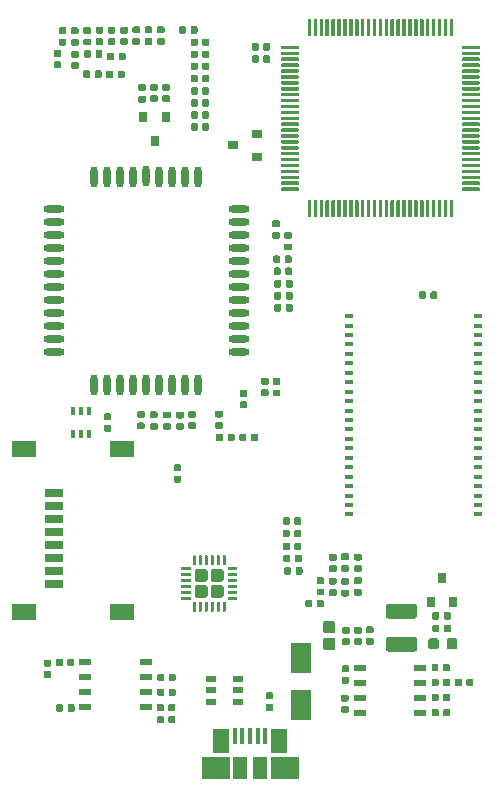
<source format=gbr>
G04 #@! TF.GenerationSoftware,KiCad,Pcbnew,5.0.2*
G04 #@! TF.CreationDate,2019-03-01T11:34:39+03:00*
G04 #@! TF.ProjectId,xmobile,786d6f62-696c-4652-9e6b-696361645f70,rev?*
G04 #@! TF.SameCoordinates,Original*
G04 #@! TF.FileFunction,Paste,Bot*
G04 #@! TF.FilePolarity,Positive*
%FSLAX46Y46*%
G04 Gerber Fmt 4.6, Leading zero omitted, Abs format (unit mm)*
G04 Created by KiCad (PCBNEW 5.0.2) date Пт 01 мар 2019 11:34:39*
%MOMM*%
%LPD*%
G01*
G04 APERTURE LIST*
%ADD10R,1.500000X0.800000*%
%ADD11R,2.000000X1.450000*%
%ADD12R,1.175000X1.900000*%
%ADD13R,2.375000X1.900000*%
%ADD14R,1.475000X2.100000*%
%ADD15R,0.450000X1.380000*%
%ADD16C,0.100000*%
%ADD17C,0.590000*%
%ADD18C,1.050000*%
%ADD19C,0.875000*%
%ADD20R,1.800000X2.500000*%
%ADD21R,0.400000X0.650000*%
%ADD22C,1.250000*%
%ADD23R,0.900000X0.800000*%
%ADD24R,0.800000X0.900000*%
%ADD25R,1.100000X0.490000*%
%ADD26O,0.600000X1.800000*%
%ADD27O,1.800000X0.600000*%
%ADD28R,0.950000X0.600000*%
%ADD29R,0.800000X0.350000*%
%ADD30C,0.300000*%
%ADD31C,1.090000*%
%ADD32C,0.250000*%
G04 APERTURE END LIST*
D10*
G04 #@! TO.C,J1*
X149580000Y-114910000D03*
X149580000Y-116010000D03*
X149580000Y-117110000D03*
X149580000Y-118210000D03*
X149580000Y-119310000D03*
X149580000Y-120410000D03*
X149580000Y-121510000D03*
X149580000Y-122610000D03*
D11*
X155280000Y-124985000D03*
X155280000Y-111235000D03*
X146980000Y-111235000D03*
X146980000Y-124985000D03*
G04 #@! TD*
D12*
G04 #@! TO.C,J4*
X165320000Y-138200000D03*
X167000000Y-138200000D03*
D13*
X163250000Y-138200000D03*
X169070000Y-138200000D03*
D14*
X163697500Y-135900000D03*
X168622500Y-135900000D03*
D15*
X164860000Y-135540000D03*
X165510000Y-135540000D03*
X166160000Y-135540000D03*
X166810000Y-135540000D03*
X167460000Y-135540000D03*
G04 #@! TD*
D16*
G04 #@! TO.C,C2*
G36*
X160186958Y-112505710D02*
X160201276Y-112507834D01*
X160215317Y-112511351D01*
X160228946Y-112516228D01*
X160242031Y-112522417D01*
X160254447Y-112529858D01*
X160266073Y-112538481D01*
X160276798Y-112548202D01*
X160286519Y-112558927D01*
X160295142Y-112570553D01*
X160302583Y-112582969D01*
X160308772Y-112596054D01*
X160313649Y-112609683D01*
X160317166Y-112623724D01*
X160319290Y-112638042D01*
X160320000Y-112652500D01*
X160320000Y-112947500D01*
X160319290Y-112961958D01*
X160317166Y-112976276D01*
X160313649Y-112990317D01*
X160308772Y-113003946D01*
X160302583Y-113017031D01*
X160295142Y-113029447D01*
X160286519Y-113041073D01*
X160276798Y-113051798D01*
X160266073Y-113061519D01*
X160254447Y-113070142D01*
X160242031Y-113077583D01*
X160228946Y-113083772D01*
X160215317Y-113088649D01*
X160201276Y-113092166D01*
X160186958Y-113094290D01*
X160172500Y-113095000D01*
X159827500Y-113095000D01*
X159813042Y-113094290D01*
X159798724Y-113092166D01*
X159784683Y-113088649D01*
X159771054Y-113083772D01*
X159757969Y-113077583D01*
X159745553Y-113070142D01*
X159733927Y-113061519D01*
X159723202Y-113051798D01*
X159713481Y-113041073D01*
X159704858Y-113029447D01*
X159697417Y-113017031D01*
X159691228Y-113003946D01*
X159686351Y-112990317D01*
X159682834Y-112976276D01*
X159680710Y-112961958D01*
X159680000Y-112947500D01*
X159680000Y-112652500D01*
X159680710Y-112638042D01*
X159682834Y-112623724D01*
X159686351Y-112609683D01*
X159691228Y-112596054D01*
X159697417Y-112582969D01*
X159704858Y-112570553D01*
X159713481Y-112558927D01*
X159723202Y-112548202D01*
X159733927Y-112538481D01*
X159745553Y-112529858D01*
X159757969Y-112522417D01*
X159771054Y-112516228D01*
X159784683Y-112511351D01*
X159798724Y-112507834D01*
X159813042Y-112505710D01*
X159827500Y-112505000D01*
X160172500Y-112505000D01*
X160186958Y-112505710D01*
X160186958Y-112505710D01*
G37*
D17*
X160000000Y-112800000D03*
D16*
G36*
X160186958Y-113475710D02*
X160201276Y-113477834D01*
X160215317Y-113481351D01*
X160228946Y-113486228D01*
X160242031Y-113492417D01*
X160254447Y-113499858D01*
X160266073Y-113508481D01*
X160276798Y-113518202D01*
X160286519Y-113528927D01*
X160295142Y-113540553D01*
X160302583Y-113552969D01*
X160308772Y-113566054D01*
X160313649Y-113579683D01*
X160317166Y-113593724D01*
X160319290Y-113608042D01*
X160320000Y-113622500D01*
X160320000Y-113917500D01*
X160319290Y-113931958D01*
X160317166Y-113946276D01*
X160313649Y-113960317D01*
X160308772Y-113973946D01*
X160302583Y-113987031D01*
X160295142Y-113999447D01*
X160286519Y-114011073D01*
X160276798Y-114021798D01*
X160266073Y-114031519D01*
X160254447Y-114040142D01*
X160242031Y-114047583D01*
X160228946Y-114053772D01*
X160215317Y-114058649D01*
X160201276Y-114062166D01*
X160186958Y-114064290D01*
X160172500Y-114065000D01*
X159827500Y-114065000D01*
X159813042Y-114064290D01*
X159798724Y-114062166D01*
X159784683Y-114058649D01*
X159771054Y-114053772D01*
X159757969Y-114047583D01*
X159745553Y-114040142D01*
X159733927Y-114031519D01*
X159723202Y-114021798D01*
X159713481Y-114011073D01*
X159704858Y-113999447D01*
X159697417Y-113987031D01*
X159691228Y-113973946D01*
X159686351Y-113960317D01*
X159682834Y-113946276D01*
X159680710Y-113931958D01*
X159680000Y-113917500D01*
X159680000Y-113622500D01*
X159680710Y-113608042D01*
X159682834Y-113593724D01*
X159686351Y-113579683D01*
X159691228Y-113566054D01*
X159697417Y-113552969D01*
X159704858Y-113540553D01*
X159713481Y-113528927D01*
X159723202Y-113518202D01*
X159733927Y-113508481D01*
X159745553Y-113499858D01*
X159757969Y-113492417D01*
X159771054Y-113486228D01*
X159784683Y-113481351D01*
X159798724Y-113477834D01*
X159813042Y-113475710D01*
X159827500Y-113475000D01*
X160172500Y-113475000D01*
X160186958Y-113475710D01*
X160186958Y-113475710D01*
G37*
D17*
X160000000Y-113770000D03*
G04 #@! TD*
D16*
G04 #@! TO.C,C3*
G36*
X164707958Y-109916710D02*
X164722276Y-109918834D01*
X164736317Y-109922351D01*
X164749946Y-109927228D01*
X164763031Y-109933417D01*
X164775447Y-109940858D01*
X164787073Y-109949481D01*
X164797798Y-109959202D01*
X164807519Y-109969927D01*
X164816142Y-109981553D01*
X164823583Y-109993969D01*
X164829772Y-110007054D01*
X164834649Y-110020683D01*
X164838166Y-110034724D01*
X164840290Y-110049042D01*
X164841000Y-110063500D01*
X164841000Y-110408500D01*
X164840290Y-110422958D01*
X164838166Y-110437276D01*
X164834649Y-110451317D01*
X164829772Y-110464946D01*
X164823583Y-110478031D01*
X164816142Y-110490447D01*
X164807519Y-110502073D01*
X164797798Y-110512798D01*
X164787073Y-110522519D01*
X164775447Y-110531142D01*
X164763031Y-110538583D01*
X164749946Y-110544772D01*
X164736317Y-110549649D01*
X164722276Y-110553166D01*
X164707958Y-110555290D01*
X164693500Y-110556000D01*
X164398500Y-110556000D01*
X164384042Y-110555290D01*
X164369724Y-110553166D01*
X164355683Y-110549649D01*
X164342054Y-110544772D01*
X164328969Y-110538583D01*
X164316553Y-110531142D01*
X164304927Y-110522519D01*
X164294202Y-110512798D01*
X164284481Y-110502073D01*
X164275858Y-110490447D01*
X164268417Y-110478031D01*
X164262228Y-110464946D01*
X164257351Y-110451317D01*
X164253834Y-110437276D01*
X164251710Y-110422958D01*
X164251000Y-110408500D01*
X164251000Y-110063500D01*
X164251710Y-110049042D01*
X164253834Y-110034724D01*
X164257351Y-110020683D01*
X164262228Y-110007054D01*
X164268417Y-109993969D01*
X164275858Y-109981553D01*
X164284481Y-109969927D01*
X164294202Y-109959202D01*
X164304927Y-109949481D01*
X164316553Y-109940858D01*
X164328969Y-109933417D01*
X164342054Y-109927228D01*
X164355683Y-109922351D01*
X164369724Y-109918834D01*
X164384042Y-109916710D01*
X164398500Y-109916000D01*
X164693500Y-109916000D01*
X164707958Y-109916710D01*
X164707958Y-109916710D01*
G37*
D17*
X164546000Y-110236000D03*
D16*
G36*
X163737958Y-109916710D02*
X163752276Y-109918834D01*
X163766317Y-109922351D01*
X163779946Y-109927228D01*
X163793031Y-109933417D01*
X163805447Y-109940858D01*
X163817073Y-109949481D01*
X163827798Y-109959202D01*
X163837519Y-109969927D01*
X163846142Y-109981553D01*
X163853583Y-109993969D01*
X163859772Y-110007054D01*
X163864649Y-110020683D01*
X163868166Y-110034724D01*
X163870290Y-110049042D01*
X163871000Y-110063500D01*
X163871000Y-110408500D01*
X163870290Y-110422958D01*
X163868166Y-110437276D01*
X163864649Y-110451317D01*
X163859772Y-110464946D01*
X163853583Y-110478031D01*
X163846142Y-110490447D01*
X163837519Y-110502073D01*
X163827798Y-110512798D01*
X163817073Y-110522519D01*
X163805447Y-110531142D01*
X163793031Y-110538583D01*
X163779946Y-110544772D01*
X163766317Y-110549649D01*
X163752276Y-110553166D01*
X163737958Y-110555290D01*
X163723500Y-110556000D01*
X163428500Y-110556000D01*
X163414042Y-110555290D01*
X163399724Y-110553166D01*
X163385683Y-110549649D01*
X163372054Y-110544772D01*
X163358969Y-110538583D01*
X163346553Y-110531142D01*
X163334927Y-110522519D01*
X163324202Y-110512798D01*
X163314481Y-110502073D01*
X163305858Y-110490447D01*
X163298417Y-110478031D01*
X163292228Y-110464946D01*
X163287351Y-110451317D01*
X163283834Y-110437276D01*
X163281710Y-110422958D01*
X163281000Y-110408500D01*
X163281000Y-110063500D01*
X163281710Y-110049042D01*
X163283834Y-110034724D01*
X163287351Y-110020683D01*
X163292228Y-110007054D01*
X163298417Y-109993969D01*
X163305858Y-109981553D01*
X163314481Y-109969927D01*
X163324202Y-109959202D01*
X163334927Y-109949481D01*
X163346553Y-109940858D01*
X163358969Y-109933417D01*
X163372054Y-109927228D01*
X163385683Y-109922351D01*
X163399724Y-109918834D01*
X163414042Y-109916710D01*
X163428500Y-109916000D01*
X163723500Y-109916000D01*
X163737958Y-109916710D01*
X163737958Y-109916710D01*
G37*
D17*
X163576000Y-110236000D03*
G04 #@! TD*
D16*
G04 #@! TO.C,C4*
G36*
X165786958Y-106205710D02*
X165801276Y-106207834D01*
X165815317Y-106211351D01*
X165828946Y-106216228D01*
X165842031Y-106222417D01*
X165854447Y-106229858D01*
X165866073Y-106238481D01*
X165876798Y-106248202D01*
X165886519Y-106258927D01*
X165895142Y-106270553D01*
X165902583Y-106282969D01*
X165908772Y-106296054D01*
X165913649Y-106309683D01*
X165917166Y-106323724D01*
X165919290Y-106338042D01*
X165920000Y-106352500D01*
X165920000Y-106647500D01*
X165919290Y-106661958D01*
X165917166Y-106676276D01*
X165913649Y-106690317D01*
X165908772Y-106703946D01*
X165902583Y-106717031D01*
X165895142Y-106729447D01*
X165886519Y-106741073D01*
X165876798Y-106751798D01*
X165866073Y-106761519D01*
X165854447Y-106770142D01*
X165842031Y-106777583D01*
X165828946Y-106783772D01*
X165815317Y-106788649D01*
X165801276Y-106792166D01*
X165786958Y-106794290D01*
X165772500Y-106795000D01*
X165427500Y-106795000D01*
X165413042Y-106794290D01*
X165398724Y-106792166D01*
X165384683Y-106788649D01*
X165371054Y-106783772D01*
X165357969Y-106777583D01*
X165345553Y-106770142D01*
X165333927Y-106761519D01*
X165323202Y-106751798D01*
X165313481Y-106741073D01*
X165304858Y-106729447D01*
X165297417Y-106717031D01*
X165291228Y-106703946D01*
X165286351Y-106690317D01*
X165282834Y-106676276D01*
X165280710Y-106661958D01*
X165280000Y-106647500D01*
X165280000Y-106352500D01*
X165280710Y-106338042D01*
X165282834Y-106323724D01*
X165286351Y-106309683D01*
X165291228Y-106296054D01*
X165297417Y-106282969D01*
X165304858Y-106270553D01*
X165313481Y-106258927D01*
X165323202Y-106248202D01*
X165333927Y-106238481D01*
X165345553Y-106229858D01*
X165357969Y-106222417D01*
X165371054Y-106216228D01*
X165384683Y-106211351D01*
X165398724Y-106207834D01*
X165413042Y-106205710D01*
X165427500Y-106205000D01*
X165772500Y-106205000D01*
X165786958Y-106205710D01*
X165786958Y-106205710D01*
G37*
D17*
X165600000Y-106500000D03*
D16*
G36*
X165786958Y-107175710D02*
X165801276Y-107177834D01*
X165815317Y-107181351D01*
X165828946Y-107186228D01*
X165842031Y-107192417D01*
X165854447Y-107199858D01*
X165866073Y-107208481D01*
X165876798Y-107218202D01*
X165886519Y-107228927D01*
X165895142Y-107240553D01*
X165902583Y-107252969D01*
X165908772Y-107266054D01*
X165913649Y-107279683D01*
X165917166Y-107293724D01*
X165919290Y-107308042D01*
X165920000Y-107322500D01*
X165920000Y-107617500D01*
X165919290Y-107631958D01*
X165917166Y-107646276D01*
X165913649Y-107660317D01*
X165908772Y-107673946D01*
X165902583Y-107687031D01*
X165895142Y-107699447D01*
X165886519Y-107711073D01*
X165876798Y-107721798D01*
X165866073Y-107731519D01*
X165854447Y-107740142D01*
X165842031Y-107747583D01*
X165828946Y-107753772D01*
X165815317Y-107758649D01*
X165801276Y-107762166D01*
X165786958Y-107764290D01*
X165772500Y-107765000D01*
X165427500Y-107765000D01*
X165413042Y-107764290D01*
X165398724Y-107762166D01*
X165384683Y-107758649D01*
X165371054Y-107753772D01*
X165357969Y-107747583D01*
X165345553Y-107740142D01*
X165333927Y-107731519D01*
X165323202Y-107721798D01*
X165313481Y-107711073D01*
X165304858Y-107699447D01*
X165297417Y-107687031D01*
X165291228Y-107673946D01*
X165286351Y-107660317D01*
X165282834Y-107646276D01*
X165280710Y-107631958D01*
X165280000Y-107617500D01*
X165280000Y-107322500D01*
X165280710Y-107308042D01*
X165282834Y-107293724D01*
X165286351Y-107279683D01*
X165291228Y-107266054D01*
X165297417Y-107252969D01*
X165304858Y-107240553D01*
X165313481Y-107228927D01*
X165323202Y-107218202D01*
X165333927Y-107208481D01*
X165345553Y-107199858D01*
X165357969Y-107192417D01*
X165371054Y-107186228D01*
X165384683Y-107181351D01*
X165398724Y-107177834D01*
X165413042Y-107175710D01*
X165427500Y-107175000D01*
X165772500Y-107175000D01*
X165786958Y-107175710D01*
X165786958Y-107175710D01*
G37*
D17*
X165600000Y-107470000D03*
G04 #@! TD*
D16*
G04 #@! TO.C,C5*
G36*
X163711958Y-108925710D02*
X163726276Y-108927834D01*
X163740317Y-108931351D01*
X163753946Y-108936228D01*
X163767031Y-108942417D01*
X163779447Y-108949858D01*
X163791073Y-108958481D01*
X163801798Y-108968202D01*
X163811519Y-108978927D01*
X163820142Y-108990553D01*
X163827583Y-109002969D01*
X163833772Y-109016054D01*
X163838649Y-109029683D01*
X163842166Y-109043724D01*
X163844290Y-109058042D01*
X163845000Y-109072500D01*
X163845000Y-109367500D01*
X163844290Y-109381958D01*
X163842166Y-109396276D01*
X163838649Y-109410317D01*
X163833772Y-109423946D01*
X163827583Y-109437031D01*
X163820142Y-109449447D01*
X163811519Y-109461073D01*
X163801798Y-109471798D01*
X163791073Y-109481519D01*
X163779447Y-109490142D01*
X163767031Y-109497583D01*
X163753946Y-109503772D01*
X163740317Y-109508649D01*
X163726276Y-109512166D01*
X163711958Y-109514290D01*
X163697500Y-109515000D01*
X163352500Y-109515000D01*
X163338042Y-109514290D01*
X163323724Y-109512166D01*
X163309683Y-109508649D01*
X163296054Y-109503772D01*
X163282969Y-109497583D01*
X163270553Y-109490142D01*
X163258927Y-109481519D01*
X163248202Y-109471798D01*
X163238481Y-109461073D01*
X163229858Y-109449447D01*
X163222417Y-109437031D01*
X163216228Y-109423946D01*
X163211351Y-109410317D01*
X163207834Y-109396276D01*
X163205710Y-109381958D01*
X163205000Y-109367500D01*
X163205000Y-109072500D01*
X163205710Y-109058042D01*
X163207834Y-109043724D01*
X163211351Y-109029683D01*
X163216228Y-109016054D01*
X163222417Y-109002969D01*
X163229858Y-108990553D01*
X163238481Y-108978927D01*
X163248202Y-108968202D01*
X163258927Y-108958481D01*
X163270553Y-108949858D01*
X163282969Y-108942417D01*
X163296054Y-108936228D01*
X163309683Y-108931351D01*
X163323724Y-108927834D01*
X163338042Y-108925710D01*
X163352500Y-108925000D01*
X163697500Y-108925000D01*
X163711958Y-108925710D01*
X163711958Y-108925710D01*
G37*
D17*
X163525000Y-109220000D03*
D16*
G36*
X163711958Y-107955710D02*
X163726276Y-107957834D01*
X163740317Y-107961351D01*
X163753946Y-107966228D01*
X163767031Y-107972417D01*
X163779447Y-107979858D01*
X163791073Y-107988481D01*
X163801798Y-107998202D01*
X163811519Y-108008927D01*
X163820142Y-108020553D01*
X163827583Y-108032969D01*
X163833772Y-108046054D01*
X163838649Y-108059683D01*
X163842166Y-108073724D01*
X163844290Y-108088042D01*
X163845000Y-108102500D01*
X163845000Y-108397500D01*
X163844290Y-108411958D01*
X163842166Y-108426276D01*
X163838649Y-108440317D01*
X163833772Y-108453946D01*
X163827583Y-108467031D01*
X163820142Y-108479447D01*
X163811519Y-108491073D01*
X163801798Y-108501798D01*
X163791073Y-108511519D01*
X163779447Y-108520142D01*
X163767031Y-108527583D01*
X163753946Y-108533772D01*
X163740317Y-108538649D01*
X163726276Y-108542166D01*
X163711958Y-108544290D01*
X163697500Y-108545000D01*
X163352500Y-108545000D01*
X163338042Y-108544290D01*
X163323724Y-108542166D01*
X163309683Y-108538649D01*
X163296054Y-108533772D01*
X163282969Y-108527583D01*
X163270553Y-108520142D01*
X163258927Y-108511519D01*
X163248202Y-108501798D01*
X163238481Y-108491073D01*
X163229858Y-108479447D01*
X163222417Y-108467031D01*
X163216228Y-108453946D01*
X163211351Y-108440317D01*
X163207834Y-108426276D01*
X163205710Y-108411958D01*
X163205000Y-108397500D01*
X163205000Y-108102500D01*
X163205710Y-108088042D01*
X163207834Y-108073724D01*
X163211351Y-108059683D01*
X163216228Y-108046054D01*
X163222417Y-108032969D01*
X163229858Y-108020553D01*
X163238481Y-108008927D01*
X163248202Y-107998202D01*
X163258927Y-107988481D01*
X163270553Y-107979858D01*
X163282969Y-107972417D01*
X163296054Y-107966228D01*
X163309683Y-107961351D01*
X163323724Y-107957834D01*
X163338042Y-107955710D01*
X163352500Y-107955000D01*
X163697500Y-107955000D01*
X163711958Y-107955710D01*
X163711958Y-107955710D01*
G37*
D17*
X163525000Y-108250000D03*
G04 #@! TD*
D16*
G04 #@! TO.C,C6*
G36*
X166683958Y-109916710D02*
X166698276Y-109918834D01*
X166712317Y-109922351D01*
X166725946Y-109927228D01*
X166739031Y-109933417D01*
X166751447Y-109940858D01*
X166763073Y-109949481D01*
X166773798Y-109959202D01*
X166783519Y-109969927D01*
X166792142Y-109981553D01*
X166799583Y-109993969D01*
X166805772Y-110007054D01*
X166810649Y-110020683D01*
X166814166Y-110034724D01*
X166816290Y-110049042D01*
X166817000Y-110063500D01*
X166817000Y-110408500D01*
X166816290Y-110422958D01*
X166814166Y-110437276D01*
X166810649Y-110451317D01*
X166805772Y-110464946D01*
X166799583Y-110478031D01*
X166792142Y-110490447D01*
X166783519Y-110502073D01*
X166773798Y-110512798D01*
X166763073Y-110522519D01*
X166751447Y-110531142D01*
X166739031Y-110538583D01*
X166725946Y-110544772D01*
X166712317Y-110549649D01*
X166698276Y-110553166D01*
X166683958Y-110555290D01*
X166669500Y-110556000D01*
X166374500Y-110556000D01*
X166360042Y-110555290D01*
X166345724Y-110553166D01*
X166331683Y-110549649D01*
X166318054Y-110544772D01*
X166304969Y-110538583D01*
X166292553Y-110531142D01*
X166280927Y-110522519D01*
X166270202Y-110512798D01*
X166260481Y-110502073D01*
X166251858Y-110490447D01*
X166244417Y-110478031D01*
X166238228Y-110464946D01*
X166233351Y-110451317D01*
X166229834Y-110437276D01*
X166227710Y-110422958D01*
X166227000Y-110408500D01*
X166227000Y-110063500D01*
X166227710Y-110049042D01*
X166229834Y-110034724D01*
X166233351Y-110020683D01*
X166238228Y-110007054D01*
X166244417Y-109993969D01*
X166251858Y-109981553D01*
X166260481Y-109969927D01*
X166270202Y-109959202D01*
X166280927Y-109949481D01*
X166292553Y-109940858D01*
X166304969Y-109933417D01*
X166318054Y-109927228D01*
X166331683Y-109922351D01*
X166345724Y-109918834D01*
X166360042Y-109916710D01*
X166374500Y-109916000D01*
X166669500Y-109916000D01*
X166683958Y-109916710D01*
X166683958Y-109916710D01*
G37*
D17*
X166522000Y-110236000D03*
D16*
G36*
X165713958Y-109916710D02*
X165728276Y-109918834D01*
X165742317Y-109922351D01*
X165755946Y-109927228D01*
X165769031Y-109933417D01*
X165781447Y-109940858D01*
X165793073Y-109949481D01*
X165803798Y-109959202D01*
X165813519Y-109969927D01*
X165822142Y-109981553D01*
X165829583Y-109993969D01*
X165835772Y-110007054D01*
X165840649Y-110020683D01*
X165844166Y-110034724D01*
X165846290Y-110049042D01*
X165847000Y-110063500D01*
X165847000Y-110408500D01*
X165846290Y-110422958D01*
X165844166Y-110437276D01*
X165840649Y-110451317D01*
X165835772Y-110464946D01*
X165829583Y-110478031D01*
X165822142Y-110490447D01*
X165813519Y-110502073D01*
X165803798Y-110512798D01*
X165793073Y-110522519D01*
X165781447Y-110531142D01*
X165769031Y-110538583D01*
X165755946Y-110544772D01*
X165742317Y-110549649D01*
X165728276Y-110553166D01*
X165713958Y-110555290D01*
X165699500Y-110556000D01*
X165404500Y-110556000D01*
X165390042Y-110555290D01*
X165375724Y-110553166D01*
X165361683Y-110549649D01*
X165348054Y-110544772D01*
X165334969Y-110538583D01*
X165322553Y-110531142D01*
X165310927Y-110522519D01*
X165300202Y-110512798D01*
X165290481Y-110502073D01*
X165281858Y-110490447D01*
X165274417Y-110478031D01*
X165268228Y-110464946D01*
X165263351Y-110451317D01*
X165259834Y-110437276D01*
X165257710Y-110422958D01*
X165257000Y-110408500D01*
X165257000Y-110063500D01*
X165257710Y-110049042D01*
X165259834Y-110034724D01*
X165263351Y-110020683D01*
X165268228Y-110007054D01*
X165274417Y-109993969D01*
X165281858Y-109981553D01*
X165290481Y-109969927D01*
X165300202Y-109959202D01*
X165310927Y-109949481D01*
X165322553Y-109940858D01*
X165334969Y-109933417D01*
X165348054Y-109927228D01*
X165361683Y-109922351D01*
X165375724Y-109918834D01*
X165390042Y-109916710D01*
X165404500Y-109916000D01*
X165699500Y-109916000D01*
X165713958Y-109916710D01*
X165713958Y-109916710D01*
G37*
D17*
X165552000Y-110236000D03*
G04 #@! TD*
D16*
G04 #@! TO.C,C7*
G36*
X167586958Y-105183710D02*
X167601276Y-105185834D01*
X167615317Y-105189351D01*
X167628946Y-105194228D01*
X167642031Y-105200417D01*
X167654447Y-105207858D01*
X167666073Y-105216481D01*
X167676798Y-105226202D01*
X167686519Y-105236927D01*
X167695142Y-105248553D01*
X167702583Y-105260969D01*
X167708772Y-105274054D01*
X167713649Y-105287683D01*
X167717166Y-105301724D01*
X167719290Y-105316042D01*
X167720000Y-105330500D01*
X167720000Y-105625500D01*
X167719290Y-105639958D01*
X167717166Y-105654276D01*
X167713649Y-105668317D01*
X167708772Y-105681946D01*
X167702583Y-105695031D01*
X167695142Y-105707447D01*
X167686519Y-105719073D01*
X167676798Y-105729798D01*
X167666073Y-105739519D01*
X167654447Y-105748142D01*
X167642031Y-105755583D01*
X167628946Y-105761772D01*
X167615317Y-105766649D01*
X167601276Y-105770166D01*
X167586958Y-105772290D01*
X167572500Y-105773000D01*
X167227500Y-105773000D01*
X167213042Y-105772290D01*
X167198724Y-105770166D01*
X167184683Y-105766649D01*
X167171054Y-105761772D01*
X167157969Y-105755583D01*
X167145553Y-105748142D01*
X167133927Y-105739519D01*
X167123202Y-105729798D01*
X167113481Y-105719073D01*
X167104858Y-105707447D01*
X167097417Y-105695031D01*
X167091228Y-105681946D01*
X167086351Y-105668317D01*
X167082834Y-105654276D01*
X167080710Y-105639958D01*
X167080000Y-105625500D01*
X167080000Y-105330500D01*
X167080710Y-105316042D01*
X167082834Y-105301724D01*
X167086351Y-105287683D01*
X167091228Y-105274054D01*
X167097417Y-105260969D01*
X167104858Y-105248553D01*
X167113481Y-105236927D01*
X167123202Y-105226202D01*
X167133927Y-105216481D01*
X167145553Y-105207858D01*
X167157969Y-105200417D01*
X167171054Y-105194228D01*
X167184683Y-105189351D01*
X167198724Y-105185834D01*
X167213042Y-105183710D01*
X167227500Y-105183000D01*
X167572500Y-105183000D01*
X167586958Y-105183710D01*
X167586958Y-105183710D01*
G37*
D17*
X167400000Y-105478000D03*
D16*
G36*
X167586958Y-106153710D02*
X167601276Y-106155834D01*
X167615317Y-106159351D01*
X167628946Y-106164228D01*
X167642031Y-106170417D01*
X167654447Y-106177858D01*
X167666073Y-106186481D01*
X167676798Y-106196202D01*
X167686519Y-106206927D01*
X167695142Y-106218553D01*
X167702583Y-106230969D01*
X167708772Y-106244054D01*
X167713649Y-106257683D01*
X167717166Y-106271724D01*
X167719290Y-106286042D01*
X167720000Y-106300500D01*
X167720000Y-106595500D01*
X167719290Y-106609958D01*
X167717166Y-106624276D01*
X167713649Y-106638317D01*
X167708772Y-106651946D01*
X167702583Y-106665031D01*
X167695142Y-106677447D01*
X167686519Y-106689073D01*
X167676798Y-106699798D01*
X167666073Y-106709519D01*
X167654447Y-106718142D01*
X167642031Y-106725583D01*
X167628946Y-106731772D01*
X167615317Y-106736649D01*
X167601276Y-106740166D01*
X167586958Y-106742290D01*
X167572500Y-106743000D01*
X167227500Y-106743000D01*
X167213042Y-106742290D01*
X167198724Y-106740166D01*
X167184683Y-106736649D01*
X167171054Y-106731772D01*
X167157969Y-106725583D01*
X167145553Y-106718142D01*
X167133927Y-106709519D01*
X167123202Y-106699798D01*
X167113481Y-106689073D01*
X167104858Y-106677447D01*
X167097417Y-106665031D01*
X167091228Y-106651946D01*
X167086351Y-106638317D01*
X167082834Y-106624276D01*
X167080710Y-106609958D01*
X167080000Y-106595500D01*
X167080000Y-106300500D01*
X167080710Y-106286042D01*
X167082834Y-106271724D01*
X167086351Y-106257683D01*
X167091228Y-106244054D01*
X167097417Y-106230969D01*
X167104858Y-106218553D01*
X167113481Y-106206927D01*
X167123202Y-106196202D01*
X167133927Y-106186481D01*
X167145553Y-106177858D01*
X167157969Y-106170417D01*
X167171054Y-106164228D01*
X167184683Y-106159351D01*
X167198724Y-106155834D01*
X167213042Y-106153710D01*
X167227500Y-106153000D01*
X167572500Y-106153000D01*
X167586958Y-106153710D01*
X167586958Y-106153710D01*
G37*
D17*
X167400000Y-106448000D03*
G04 #@! TD*
D16*
G04 #@! TO.C,C8*
G36*
X168586958Y-105205710D02*
X168601276Y-105207834D01*
X168615317Y-105211351D01*
X168628946Y-105216228D01*
X168642031Y-105222417D01*
X168654447Y-105229858D01*
X168666073Y-105238481D01*
X168676798Y-105248202D01*
X168686519Y-105258927D01*
X168695142Y-105270553D01*
X168702583Y-105282969D01*
X168708772Y-105296054D01*
X168713649Y-105309683D01*
X168717166Y-105323724D01*
X168719290Y-105338042D01*
X168720000Y-105352500D01*
X168720000Y-105647500D01*
X168719290Y-105661958D01*
X168717166Y-105676276D01*
X168713649Y-105690317D01*
X168708772Y-105703946D01*
X168702583Y-105717031D01*
X168695142Y-105729447D01*
X168686519Y-105741073D01*
X168676798Y-105751798D01*
X168666073Y-105761519D01*
X168654447Y-105770142D01*
X168642031Y-105777583D01*
X168628946Y-105783772D01*
X168615317Y-105788649D01*
X168601276Y-105792166D01*
X168586958Y-105794290D01*
X168572500Y-105795000D01*
X168227500Y-105795000D01*
X168213042Y-105794290D01*
X168198724Y-105792166D01*
X168184683Y-105788649D01*
X168171054Y-105783772D01*
X168157969Y-105777583D01*
X168145553Y-105770142D01*
X168133927Y-105761519D01*
X168123202Y-105751798D01*
X168113481Y-105741073D01*
X168104858Y-105729447D01*
X168097417Y-105717031D01*
X168091228Y-105703946D01*
X168086351Y-105690317D01*
X168082834Y-105676276D01*
X168080710Y-105661958D01*
X168080000Y-105647500D01*
X168080000Y-105352500D01*
X168080710Y-105338042D01*
X168082834Y-105323724D01*
X168086351Y-105309683D01*
X168091228Y-105296054D01*
X168097417Y-105282969D01*
X168104858Y-105270553D01*
X168113481Y-105258927D01*
X168123202Y-105248202D01*
X168133927Y-105238481D01*
X168145553Y-105229858D01*
X168157969Y-105222417D01*
X168171054Y-105216228D01*
X168184683Y-105211351D01*
X168198724Y-105207834D01*
X168213042Y-105205710D01*
X168227500Y-105205000D01*
X168572500Y-105205000D01*
X168586958Y-105205710D01*
X168586958Y-105205710D01*
G37*
D17*
X168400000Y-105500000D03*
D16*
G36*
X168586958Y-106175710D02*
X168601276Y-106177834D01*
X168615317Y-106181351D01*
X168628946Y-106186228D01*
X168642031Y-106192417D01*
X168654447Y-106199858D01*
X168666073Y-106208481D01*
X168676798Y-106218202D01*
X168686519Y-106228927D01*
X168695142Y-106240553D01*
X168702583Y-106252969D01*
X168708772Y-106266054D01*
X168713649Y-106279683D01*
X168717166Y-106293724D01*
X168719290Y-106308042D01*
X168720000Y-106322500D01*
X168720000Y-106617500D01*
X168719290Y-106631958D01*
X168717166Y-106646276D01*
X168713649Y-106660317D01*
X168708772Y-106673946D01*
X168702583Y-106687031D01*
X168695142Y-106699447D01*
X168686519Y-106711073D01*
X168676798Y-106721798D01*
X168666073Y-106731519D01*
X168654447Y-106740142D01*
X168642031Y-106747583D01*
X168628946Y-106753772D01*
X168615317Y-106758649D01*
X168601276Y-106762166D01*
X168586958Y-106764290D01*
X168572500Y-106765000D01*
X168227500Y-106765000D01*
X168213042Y-106764290D01*
X168198724Y-106762166D01*
X168184683Y-106758649D01*
X168171054Y-106753772D01*
X168157969Y-106747583D01*
X168145553Y-106740142D01*
X168133927Y-106731519D01*
X168123202Y-106721798D01*
X168113481Y-106711073D01*
X168104858Y-106699447D01*
X168097417Y-106687031D01*
X168091228Y-106673946D01*
X168086351Y-106660317D01*
X168082834Y-106646276D01*
X168080710Y-106631958D01*
X168080000Y-106617500D01*
X168080000Y-106322500D01*
X168080710Y-106308042D01*
X168082834Y-106293724D01*
X168086351Y-106279683D01*
X168091228Y-106266054D01*
X168097417Y-106252969D01*
X168104858Y-106240553D01*
X168113481Y-106228927D01*
X168123202Y-106218202D01*
X168133927Y-106208481D01*
X168145553Y-106199858D01*
X168157969Y-106192417D01*
X168171054Y-106186228D01*
X168184683Y-106181351D01*
X168198724Y-106177834D01*
X168213042Y-106175710D01*
X168227500Y-106175000D01*
X168572500Y-106175000D01*
X168586958Y-106175710D01*
X168586958Y-106175710D01*
G37*
D17*
X168400000Y-106470000D03*
G04 #@! TD*
D16*
G04 #@! TO.C,C9*
G36*
X162558958Y-78491810D02*
X162573276Y-78493934D01*
X162587317Y-78497451D01*
X162600946Y-78502328D01*
X162614031Y-78508517D01*
X162626447Y-78515958D01*
X162638073Y-78524581D01*
X162648798Y-78534302D01*
X162658519Y-78545027D01*
X162667142Y-78556653D01*
X162674583Y-78569069D01*
X162680772Y-78582154D01*
X162685649Y-78595783D01*
X162689166Y-78609824D01*
X162691290Y-78624142D01*
X162692000Y-78638600D01*
X162692000Y-78983600D01*
X162691290Y-78998058D01*
X162689166Y-79012376D01*
X162685649Y-79026417D01*
X162680772Y-79040046D01*
X162674583Y-79053131D01*
X162667142Y-79065547D01*
X162658519Y-79077173D01*
X162648798Y-79087898D01*
X162638073Y-79097619D01*
X162626447Y-79106242D01*
X162614031Y-79113683D01*
X162600946Y-79119872D01*
X162587317Y-79124749D01*
X162573276Y-79128266D01*
X162558958Y-79130390D01*
X162544500Y-79131100D01*
X162249500Y-79131100D01*
X162235042Y-79130390D01*
X162220724Y-79128266D01*
X162206683Y-79124749D01*
X162193054Y-79119872D01*
X162179969Y-79113683D01*
X162167553Y-79106242D01*
X162155927Y-79097619D01*
X162145202Y-79087898D01*
X162135481Y-79077173D01*
X162126858Y-79065547D01*
X162119417Y-79053131D01*
X162113228Y-79040046D01*
X162108351Y-79026417D01*
X162104834Y-79012376D01*
X162102710Y-78998058D01*
X162102000Y-78983600D01*
X162102000Y-78638600D01*
X162102710Y-78624142D01*
X162104834Y-78609824D01*
X162108351Y-78595783D01*
X162113228Y-78582154D01*
X162119417Y-78569069D01*
X162126858Y-78556653D01*
X162135481Y-78545027D01*
X162145202Y-78534302D01*
X162155927Y-78524581D01*
X162167553Y-78515958D01*
X162179969Y-78508517D01*
X162193054Y-78502328D01*
X162206683Y-78497451D01*
X162220724Y-78493934D01*
X162235042Y-78491810D01*
X162249500Y-78491100D01*
X162544500Y-78491100D01*
X162558958Y-78491810D01*
X162558958Y-78491810D01*
G37*
D17*
X162397000Y-78811100D03*
D16*
G36*
X161588958Y-78491810D02*
X161603276Y-78493934D01*
X161617317Y-78497451D01*
X161630946Y-78502328D01*
X161644031Y-78508517D01*
X161656447Y-78515958D01*
X161668073Y-78524581D01*
X161678798Y-78534302D01*
X161688519Y-78545027D01*
X161697142Y-78556653D01*
X161704583Y-78569069D01*
X161710772Y-78582154D01*
X161715649Y-78595783D01*
X161719166Y-78609824D01*
X161721290Y-78624142D01*
X161722000Y-78638600D01*
X161722000Y-78983600D01*
X161721290Y-78998058D01*
X161719166Y-79012376D01*
X161715649Y-79026417D01*
X161710772Y-79040046D01*
X161704583Y-79053131D01*
X161697142Y-79065547D01*
X161688519Y-79077173D01*
X161678798Y-79087898D01*
X161668073Y-79097619D01*
X161656447Y-79106242D01*
X161644031Y-79113683D01*
X161630946Y-79119872D01*
X161617317Y-79124749D01*
X161603276Y-79128266D01*
X161588958Y-79130390D01*
X161574500Y-79131100D01*
X161279500Y-79131100D01*
X161265042Y-79130390D01*
X161250724Y-79128266D01*
X161236683Y-79124749D01*
X161223054Y-79119872D01*
X161209969Y-79113683D01*
X161197553Y-79106242D01*
X161185927Y-79097619D01*
X161175202Y-79087898D01*
X161165481Y-79077173D01*
X161156858Y-79065547D01*
X161149417Y-79053131D01*
X161143228Y-79040046D01*
X161138351Y-79026417D01*
X161134834Y-79012376D01*
X161132710Y-78998058D01*
X161132000Y-78983600D01*
X161132000Y-78638600D01*
X161132710Y-78624142D01*
X161134834Y-78609824D01*
X161138351Y-78595783D01*
X161143228Y-78582154D01*
X161149417Y-78569069D01*
X161156858Y-78556653D01*
X161165481Y-78545027D01*
X161175202Y-78534302D01*
X161185927Y-78524581D01*
X161197553Y-78515958D01*
X161209969Y-78508517D01*
X161223054Y-78502328D01*
X161236683Y-78497451D01*
X161250724Y-78493934D01*
X161265042Y-78491810D01*
X161279500Y-78491100D01*
X161574500Y-78491100D01*
X161588958Y-78491810D01*
X161588958Y-78491810D01*
G37*
D17*
X161427000Y-78811100D03*
G04 #@! TD*
D16*
G04 #@! TO.C,C10*
G36*
X160600958Y-75413310D02*
X160615276Y-75415434D01*
X160629317Y-75418951D01*
X160642946Y-75423828D01*
X160656031Y-75430017D01*
X160668447Y-75437458D01*
X160680073Y-75446081D01*
X160690798Y-75455802D01*
X160700519Y-75466527D01*
X160709142Y-75478153D01*
X160716583Y-75490569D01*
X160722772Y-75503654D01*
X160727649Y-75517283D01*
X160731166Y-75531324D01*
X160733290Y-75545642D01*
X160734000Y-75560100D01*
X160734000Y-75905100D01*
X160733290Y-75919558D01*
X160731166Y-75933876D01*
X160727649Y-75947917D01*
X160722772Y-75961546D01*
X160716583Y-75974631D01*
X160709142Y-75987047D01*
X160700519Y-75998673D01*
X160690798Y-76009398D01*
X160680073Y-76019119D01*
X160668447Y-76027742D01*
X160656031Y-76035183D01*
X160642946Y-76041372D01*
X160629317Y-76046249D01*
X160615276Y-76049766D01*
X160600958Y-76051890D01*
X160586500Y-76052600D01*
X160291500Y-76052600D01*
X160277042Y-76051890D01*
X160262724Y-76049766D01*
X160248683Y-76046249D01*
X160235054Y-76041372D01*
X160221969Y-76035183D01*
X160209553Y-76027742D01*
X160197927Y-76019119D01*
X160187202Y-76009398D01*
X160177481Y-75998673D01*
X160168858Y-75987047D01*
X160161417Y-75974631D01*
X160155228Y-75961546D01*
X160150351Y-75947917D01*
X160146834Y-75933876D01*
X160144710Y-75919558D01*
X160144000Y-75905100D01*
X160144000Y-75560100D01*
X160144710Y-75545642D01*
X160146834Y-75531324D01*
X160150351Y-75517283D01*
X160155228Y-75503654D01*
X160161417Y-75490569D01*
X160168858Y-75478153D01*
X160177481Y-75466527D01*
X160187202Y-75455802D01*
X160197927Y-75446081D01*
X160209553Y-75437458D01*
X160221969Y-75430017D01*
X160235054Y-75423828D01*
X160248683Y-75418951D01*
X160262724Y-75415434D01*
X160277042Y-75413310D01*
X160291500Y-75412600D01*
X160586500Y-75412600D01*
X160600958Y-75413310D01*
X160600958Y-75413310D01*
G37*
D17*
X160439000Y-75732600D03*
D16*
G36*
X161570958Y-75413310D02*
X161585276Y-75415434D01*
X161599317Y-75418951D01*
X161612946Y-75423828D01*
X161626031Y-75430017D01*
X161638447Y-75437458D01*
X161650073Y-75446081D01*
X161660798Y-75455802D01*
X161670519Y-75466527D01*
X161679142Y-75478153D01*
X161686583Y-75490569D01*
X161692772Y-75503654D01*
X161697649Y-75517283D01*
X161701166Y-75531324D01*
X161703290Y-75545642D01*
X161704000Y-75560100D01*
X161704000Y-75905100D01*
X161703290Y-75919558D01*
X161701166Y-75933876D01*
X161697649Y-75947917D01*
X161692772Y-75961546D01*
X161686583Y-75974631D01*
X161679142Y-75987047D01*
X161670519Y-75998673D01*
X161660798Y-76009398D01*
X161650073Y-76019119D01*
X161638447Y-76027742D01*
X161626031Y-76035183D01*
X161612946Y-76041372D01*
X161599317Y-76046249D01*
X161585276Y-76049766D01*
X161570958Y-76051890D01*
X161556500Y-76052600D01*
X161261500Y-76052600D01*
X161247042Y-76051890D01*
X161232724Y-76049766D01*
X161218683Y-76046249D01*
X161205054Y-76041372D01*
X161191969Y-76035183D01*
X161179553Y-76027742D01*
X161167927Y-76019119D01*
X161157202Y-76009398D01*
X161147481Y-75998673D01*
X161138858Y-75987047D01*
X161131417Y-75974631D01*
X161125228Y-75961546D01*
X161120351Y-75947917D01*
X161116834Y-75933876D01*
X161114710Y-75919558D01*
X161114000Y-75905100D01*
X161114000Y-75560100D01*
X161114710Y-75545642D01*
X161116834Y-75531324D01*
X161120351Y-75517283D01*
X161125228Y-75503654D01*
X161131417Y-75490569D01*
X161138858Y-75478153D01*
X161147481Y-75466527D01*
X161157202Y-75455802D01*
X161167927Y-75446081D01*
X161179553Y-75437458D01*
X161191969Y-75430017D01*
X161205054Y-75423828D01*
X161218683Y-75418951D01*
X161232724Y-75415434D01*
X161247042Y-75413310D01*
X161261500Y-75412600D01*
X161556500Y-75412600D01*
X161570958Y-75413310D01*
X161570958Y-75413310D01*
G37*
D17*
X161409000Y-75732600D03*
G04 #@! TD*
D16*
G04 #@! TO.C,C11*
G36*
X162563958Y-76459810D02*
X162578276Y-76461934D01*
X162592317Y-76465451D01*
X162605946Y-76470328D01*
X162619031Y-76476517D01*
X162631447Y-76483958D01*
X162643073Y-76492581D01*
X162653798Y-76502302D01*
X162663519Y-76513027D01*
X162672142Y-76524653D01*
X162679583Y-76537069D01*
X162685772Y-76550154D01*
X162690649Y-76563783D01*
X162694166Y-76577824D01*
X162696290Y-76592142D01*
X162697000Y-76606600D01*
X162697000Y-76951600D01*
X162696290Y-76966058D01*
X162694166Y-76980376D01*
X162690649Y-76994417D01*
X162685772Y-77008046D01*
X162679583Y-77021131D01*
X162672142Y-77033547D01*
X162663519Y-77045173D01*
X162653798Y-77055898D01*
X162643073Y-77065619D01*
X162631447Y-77074242D01*
X162619031Y-77081683D01*
X162605946Y-77087872D01*
X162592317Y-77092749D01*
X162578276Y-77096266D01*
X162563958Y-77098390D01*
X162549500Y-77099100D01*
X162254500Y-77099100D01*
X162240042Y-77098390D01*
X162225724Y-77096266D01*
X162211683Y-77092749D01*
X162198054Y-77087872D01*
X162184969Y-77081683D01*
X162172553Y-77074242D01*
X162160927Y-77065619D01*
X162150202Y-77055898D01*
X162140481Y-77045173D01*
X162131858Y-77033547D01*
X162124417Y-77021131D01*
X162118228Y-77008046D01*
X162113351Y-76994417D01*
X162109834Y-76980376D01*
X162107710Y-76966058D01*
X162107000Y-76951600D01*
X162107000Y-76606600D01*
X162107710Y-76592142D01*
X162109834Y-76577824D01*
X162113351Y-76563783D01*
X162118228Y-76550154D01*
X162124417Y-76537069D01*
X162131858Y-76524653D01*
X162140481Y-76513027D01*
X162150202Y-76502302D01*
X162160927Y-76492581D01*
X162172553Y-76483958D01*
X162184969Y-76476517D01*
X162198054Y-76470328D01*
X162211683Y-76465451D01*
X162225724Y-76461934D01*
X162240042Y-76459810D01*
X162254500Y-76459100D01*
X162549500Y-76459100D01*
X162563958Y-76459810D01*
X162563958Y-76459810D01*
G37*
D17*
X162402000Y-76779100D03*
D16*
G36*
X161593958Y-76459810D02*
X161608276Y-76461934D01*
X161622317Y-76465451D01*
X161635946Y-76470328D01*
X161649031Y-76476517D01*
X161661447Y-76483958D01*
X161673073Y-76492581D01*
X161683798Y-76502302D01*
X161693519Y-76513027D01*
X161702142Y-76524653D01*
X161709583Y-76537069D01*
X161715772Y-76550154D01*
X161720649Y-76563783D01*
X161724166Y-76577824D01*
X161726290Y-76592142D01*
X161727000Y-76606600D01*
X161727000Y-76951600D01*
X161726290Y-76966058D01*
X161724166Y-76980376D01*
X161720649Y-76994417D01*
X161715772Y-77008046D01*
X161709583Y-77021131D01*
X161702142Y-77033547D01*
X161693519Y-77045173D01*
X161683798Y-77055898D01*
X161673073Y-77065619D01*
X161661447Y-77074242D01*
X161649031Y-77081683D01*
X161635946Y-77087872D01*
X161622317Y-77092749D01*
X161608276Y-77096266D01*
X161593958Y-77098390D01*
X161579500Y-77099100D01*
X161284500Y-77099100D01*
X161270042Y-77098390D01*
X161255724Y-77096266D01*
X161241683Y-77092749D01*
X161228054Y-77087872D01*
X161214969Y-77081683D01*
X161202553Y-77074242D01*
X161190927Y-77065619D01*
X161180202Y-77055898D01*
X161170481Y-77045173D01*
X161161858Y-77033547D01*
X161154417Y-77021131D01*
X161148228Y-77008046D01*
X161143351Y-76994417D01*
X161139834Y-76980376D01*
X161137710Y-76966058D01*
X161137000Y-76951600D01*
X161137000Y-76606600D01*
X161137710Y-76592142D01*
X161139834Y-76577824D01*
X161143351Y-76563783D01*
X161148228Y-76550154D01*
X161154417Y-76537069D01*
X161161858Y-76524653D01*
X161170481Y-76513027D01*
X161180202Y-76502302D01*
X161190927Y-76492581D01*
X161202553Y-76483958D01*
X161214969Y-76476517D01*
X161228054Y-76470328D01*
X161241683Y-76465451D01*
X161255724Y-76461934D01*
X161270042Y-76459810D01*
X161284500Y-76459100D01*
X161579500Y-76459100D01*
X161593958Y-76459810D01*
X161593958Y-76459810D01*
G37*
D17*
X161432000Y-76779100D03*
G04 #@! TD*
D16*
G04 #@! TO.C,C12*
G36*
X155479958Y-77653610D02*
X155494276Y-77655734D01*
X155508317Y-77659251D01*
X155521946Y-77664128D01*
X155535031Y-77670317D01*
X155547447Y-77677758D01*
X155559073Y-77686381D01*
X155569798Y-77696102D01*
X155579519Y-77706827D01*
X155588142Y-77718453D01*
X155595583Y-77730869D01*
X155601772Y-77743954D01*
X155606649Y-77757583D01*
X155610166Y-77771624D01*
X155612290Y-77785942D01*
X155613000Y-77800400D01*
X155613000Y-78145400D01*
X155612290Y-78159858D01*
X155610166Y-78174176D01*
X155606649Y-78188217D01*
X155601772Y-78201846D01*
X155595583Y-78214931D01*
X155588142Y-78227347D01*
X155579519Y-78238973D01*
X155569798Y-78249698D01*
X155559073Y-78259419D01*
X155547447Y-78268042D01*
X155535031Y-78275483D01*
X155521946Y-78281672D01*
X155508317Y-78286549D01*
X155494276Y-78290066D01*
X155479958Y-78292190D01*
X155465500Y-78292900D01*
X155170500Y-78292900D01*
X155156042Y-78292190D01*
X155141724Y-78290066D01*
X155127683Y-78286549D01*
X155114054Y-78281672D01*
X155100969Y-78275483D01*
X155088553Y-78268042D01*
X155076927Y-78259419D01*
X155066202Y-78249698D01*
X155056481Y-78238973D01*
X155047858Y-78227347D01*
X155040417Y-78214931D01*
X155034228Y-78201846D01*
X155029351Y-78188217D01*
X155025834Y-78174176D01*
X155023710Y-78159858D01*
X155023000Y-78145400D01*
X155023000Y-77800400D01*
X155023710Y-77785942D01*
X155025834Y-77771624D01*
X155029351Y-77757583D01*
X155034228Y-77743954D01*
X155040417Y-77730869D01*
X155047858Y-77718453D01*
X155056481Y-77706827D01*
X155066202Y-77696102D01*
X155076927Y-77686381D01*
X155088553Y-77677758D01*
X155100969Y-77670317D01*
X155114054Y-77664128D01*
X155127683Y-77659251D01*
X155141724Y-77655734D01*
X155156042Y-77653610D01*
X155170500Y-77652900D01*
X155465500Y-77652900D01*
X155479958Y-77653610D01*
X155479958Y-77653610D01*
G37*
D17*
X155318000Y-77972900D03*
D16*
G36*
X154509958Y-77653610D02*
X154524276Y-77655734D01*
X154538317Y-77659251D01*
X154551946Y-77664128D01*
X154565031Y-77670317D01*
X154577447Y-77677758D01*
X154589073Y-77686381D01*
X154599798Y-77696102D01*
X154609519Y-77706827D01*
X154618142Y-77718453D01*
X154625583Y-77730869D01*
X154631772Y-77743954D01*
X154636649Y-77757583D01*
X154640166Y-77771624D01*
X154642290Y-77785942D01*
X154643000Y-77800400D01*
X154643000Y-78145400D01*
X154642290Y-78159858D01*
X154640166Y-78174176D01*
X154636649Y-78188217D01*
X154631772Y-78201846D01*
X154625583Y-78214931D01*
X154618142Y-78227347D01*
X154609519Y-78238973D01*
X154599798Y-78249698D01*
X154589073Y-78259419D01*
X154577447Y-78268042D01*
X154565031Y-78275483D01*
X154551946Y-78281672D01*
X154538317Y-78286549D01*
X154524276Y-78290066D01*
X154509958Y-78292190D01*
X154495500Y-78292900D01*
X154200500Y-78292900D01*
X154186042Y-78292190D01*
X154171724Y-78290066D01*
X154157683Y-78286549D01*
X154144054Y-78281672D01*
X154130969Y-78275483D01*
X154118553Y-78268042D01*
X154106927Y-78259419D01*
X154096202Y-78249698D01*
X154086481Y-78238973D01*
X154077858Y-78227347D01*
X154070417Y-78214931D01*
X154064228Y-78201846D01*
X154059351Y-78188217D01*
X154055834Y-78174176D01*
X154053710Y-78159858D01*
X154053000Y-78145400D01*
X154053000Y-77800400D01*
X154053710Y-77785942D01*
X154055834Y-77771624D01*
X154059351Y-77757583D01*
X154064228Y-77743954D01*
X154070417Y-77730869D01*
X154077858Y-77718453D01*
X154086481Y-77706827D01*
X154096202Y-77696102D01*
X154106927Y-77686381D01*
X154118553Y-77677758D01*
X154130969Y-77670317D01*
X154144054Y-77664128D01*
X154157683Y-77659251D01*
X154171724Y-77655734D01*
X154186042Y-77653610D01*
X154200500Y-77652900D01*
X154495500Y-77652900D01*
X154509958Y-77653610D01*
X154509958Y-77653610D01*
G37*
D17*
X154348000Y-77972900D03*
G04 #@! TD*
D16*
G04 #@! TO.C,C13*
G36*
X153526958Y-77450410D02*
X153541276Y-77452534D01*
X153555317Y-77456051D01*
X153568946Y-77460928D01*
X153582031Y-77467117D01*
X153594447Y-77474558D01*
X153606073Y-77483181D01*
X153616798Y-77492902D01*
X153626519Y-77503627D01*
X153635142Y-77515253D01*
X153642583Y-77527669D01*
X153648772Y-77540754D01*
X153653649Y-77554383D01*
X153657166Y-77568424D01*
X153659290Y-77582742D01*
X153660000Y-77597200D01*
X153660000Y-77942200D01*
X153659290Y-77956658D01*
X153657166Y-77970976D01*
X153653649Y-77985017D01*
X153648772Y-77998646D01*
X153642583Y-78011731D01*
X153635142Y-78024147D01*
X153626519Y-78035773D01*
X153616798Y-78046498D01*
X153606073Y-78056219D01*
X153594447Y-78064842D01*
X153582031Y-78072283D01*
X153568946Y-78078472D01*
X153555317Y-78083349D01*
X153541276Y-78086866D01*
X153526958Y-78088990D01*
X153512500Y-78089700D01*
X153217500Y-78089700D01*
X153203042Y-78088990D01*
X153188724Y-78086866D01*
X153174683Y-78083349D01*
X153161054Y-78078472D01*
X153147969Y-78072283D01*
X153135553Y-78064842D01*
X153123927Y-78056219D01*
X153113202Y-78046498D01*
X153103481Y-78035773D01*
X153094858Y-78024147D01*
X153087417Y-78011731D01*
X153081228Y-77998646D01*
X153076351Y-77985017D01*
X153072834Y-77970976D01*
X153070710Y-77956658D01*
X153070000Y-77942200D01*
X153070000Y-77597200D01*
X153070710Y-77582742D01*
X153072834Y-77568424D01*
X153076351Y-77554383D01*
X153081228Y-77540754D01*
X153087417Y-77527669D01*
X153094858Y-77515253D01*
X153103481Y-77503627D01*
X153113202Y-77492902D01*
X153123927Y-77483181D01*
X153135553Y-77474558D01*
X153147969Y-77467117D01*
X153161054Y-77460928D01*
X153174683Y-77456051D01*
X153188724Y-77452534D01*
X153203042Y-77450410D01*
X153217500Y-77449700D01*
X153512500Y-77449700D01*
X153526958Y-77450410D01*
X153526958Y-77450410D01*
G37*
D17*
X153365000Y-77769700D03*
D16*
G36*
X152556958Y-77450410D02*
X152571276Y-77452534D01*
X152585317Y-77456051D01*
X152598946Y-77460928D01*
X152612031Y-77467117D01*
X152624447Y-77474558D01*
X152636073Y-77483181D01*
X152646798Y-77492902D01*
X152656519Y-77503627D01*
X152665142Y-77515253D01*
X152672583Y-77527669D01*
X152678772Y-77540754D01*
X152683649Y-77554383D01*
X152687166Y-77568424D01*
X152689290Y-77582742D01*
X152690000Y-77597200D01*
X152690000Y-77942200D01*
X152689290Y-77956658D01*
X152687166Y-77970976D01*
X152683649Y-77985017D01*
X152678772Y-77998646D01*
X152672583Y-78011731D01*
X152665142Y-78024147D01*
X152656519Y-78035773D01*
X152646798Y-78046498D01*
X152636073Y-78056219D01*
X152624447Y-78064842D01*
X152612031Y-78072283D01*
X152598946Y-78078472D01*
X152585317Y-78083349D01*
X152571276Y-78086866D01*
X152556958Y-78088990D01*
X152542500Y-78089700D01*
X152247500Y-78089700D01*
X152233042Y-78088990D01*
X152218724Y-78086866D01*
X152204683Y-78083349D01*
X152191054Y-78078472D01*
X152177969Y-78072283D01*
X152165553Y-78064842D01*
X152153927Y-78056219D01*
X152143202Y-78046498D01*
X152133481Y-78035773D01*
X152124858Y-78024147D01*
X152117417Y-78011731D01*
X152111228Y-77998646D01*
X152106351Y-77985017D01*
X152102834Y-77970976D01*
X152100710Y-77956658D01*
X152100000Y-77942200D01*
X152100000Y-77597200D01*
X152100710Y-77582742D01*
X152102834Y-77568424D01*
X152106351Y-77554383D01*
X152111228Y-77540754D01*
X152117417Y-77527669D01*
X152124858Y-77515253D01*
X152133481Y-77503627D01*
X152143202Y-77492902D01*
X152153927Y-77483181D01*
X152165553Y-77474558D01*
X152177969Y-77467117D01*
X152191054Y-77460928D01*
X152204683Y-77456051D01*
X152218724Y-77452534D01*
X152233042Y-77450410D01*
X152247500Y-77449700D01*
X152542500Y-77449700D01*
X152556958Y-77450410D01*
X152556958Y-77450410D01*
G37*
D17*
X152395000Y-77769700D03*
G04 #@! TD*
D16*
G04 #@! TO.C,C14*
G36*
X151519958Y-78465710D02*
X151534276Y-78467834D01*
X151548317Y-78471351D01*
X151561946Y-78476228D01*
X151575031Y-78482417D01*
X151587447Y-78489858D01*
X151599073Y-78498481D01*
X151609798Y-78508202D01*
X151619519Y-78518927D01*
X151628142Y-78530553D01*
X151635583Y-78542969D01*
X151641772Y-78556054D01*
X151646649Y-78569683D01*
X151650166Y-78583724D01*
X151652290Y-78598042D01*
X151653000Y-78612500D01*
X151653000Y-78907500D01*
X151652290Y-78921958D01*
X151650166Y-78936276D01*
X151646649Y-78950317D01*
X151641772Y-78963946D01*
X151635583Y-78977031D01*
X151628142Y-78989447D01*
X151619519Y-79001073D01*
X151609798Y-79011798D01*
X151599073Y-79021519D01*
X151587447Y-79030142D01*
X151575031Y-79037583D01*
X151561946Y-79043772D01*
X151548317Y-79048649D01*
X151534276Y-79052166D01*
X151519958Y-79054290D01*
X151505500Y-79055000D01*
X151160500Y-79055000D01*
X151146042Y-79054290D01*
X151131724Y-79052166D01*
X151117683Y-79048649D01*
X151104054Y-79043772D01*
X151090969Y-79037583D01*
X151078553Y-79030142D01*
X151066927Y-79021519D01*
X151056202Y-79011798D01*
X151046481Y-79001073D01*
X151037858Y-78989447D01*
X151030417Y-78977031D01*
X151024228Y-78963946D01*
X151019351Y-78950317D01*
X151015834Y-78936276D01*
X151013710Y-78921958D01*
X151013000Y-78907500D01*
X151013000Y-78612500D01*
X151013710Y-78598042D01*
X151015834Y-78583724D01*
X151019351Y-78569683D01*
X151024228Y-78556054D01*
X151030417Y-78542969D01*
X151037858Y-78530553D01*
X151046481Y-78518927D01*
X151056202Y-78508202D01*
X151066927Y-78498481D01*
X151078553Y-78489858D01*
X151090969Y-78482417D01*
X151104054Y-78476228D01*
X151117683Y-78471351D01*
X151131724Y-78467834D01*
X151146042Y-78465710D01*
X151160500Y-78465000D01*
X151505500Y-78465000D01*
X151519958Y-78465710D01*
X151519958Y-78465710D01*
G37*
D17*
X151333000Y-78760000D03*
D16*
G36*
X151519958Y-77495710D02*
X151534276Y-77497834D01*
X151548317Y-77501351D01*
X151561946Y-77506228D01*
X151575031Y-77512417D01*
X151587447Y-77519858D01*
X151599073Y-77528481D01*
X151609798Y-77538202D01*
X151619519Y-77548927D01*
X151628142Y-77560553D01*
X151635583Y-77572969D01*
X151641772Y-77586054D01*
X151646649Y-77599683D01*
X151650166Y-77613724D01*
X151652290Y-77628042D01*
X151653000Y-77642500D01*
X151653000Y-77937500D01*
X151652290Y-77951958D01*
X151650166Y-77966276D01*
X151646649Y-77980317D01*
X151641772Y-77993946D01*
X151635583Y-78007031D01*
X151628142Y-78019447D01*
X151619519Y-78031073D01*
X151609798Y-78041798D01*
X151599073Y-78051519D01*
X151587447Y-78060142D01*
X151575031Y-78067583D01*
X151561946Y-78073772D01*
X151548317Y-78078649D01*
X151534276Y-78082166D01*
X151519958Y-78084290D01*
X151505500Y-78085000D01*
X151160500Y-78085000D01*
X151146042Y-78084290D01*
X151131724Y-78082166D01*
X151117683Y-78078649D01*
X151104054Y-78073772D01*
X151090969Y-78067583D01*
X151078553Y-78060142D01*
X151066927Y-78051519D01*
X151056202Y-78041798D01*
X151046481Y-78031073D01*
X151037858Y-78019447D01*
X151030417Y-78007031D01*
X151024228Y-77993946D01*
X151019351Y-77980317D01*
X151015834Y-77966276D01*
X151013710Y-77951958D01*
X151013000Y-77937500D01*
X151013000Y-77642500D01*
X151013710Y-77628042D01*
X151015834Y-77613724D01*
X151019351Y-77599683D01*
X151024228Y-77586054D01*
X151030417Y-77572969D01*
X151037858Y-77560553D01*
X151046481Y-77548927D01*
X151056202Y-77538202D01*
X151066927Y-77528481D01*
X151078553Y-77519858D01*
X151090969Y-77512417D01*
X151104054Y-77506228D01*
X151117683Y-77501351D01*
X151131724Y-77497834D01*
X151146042Y-77495710D01*
X151160500Y-77495000D01*
X151505500Y-77495000D01*
X151519958Y-77495710D01*
X151519958Y-77495710D01*
G37*
D17*
X151333000Y-77790000D03*
G04 #@! TD*
D16*
G04 #@! TO.C,C15*
G36*
X161588958Y-79533210D02*
X161603276Y-79535334D01*
X161617317Y-79538851D01*
X161630946Y-79543728D01*
X161644031Y-79549917D01*
X161656447Y-79557358D01*
X161668073Y-79565981D01*
X161678798Y-79575702D01*
X161688519Y-79586427D01*
X161697142Y-79598053D01*
X161704583Y-79610469D01*
X161710772Y-79623554D01*
X161715649Y-79637183D01*
X161719166Y-79651224D01*
X161721290Y-79665542D01*
X161722000Y-79680000D01*
X161722000Y-80025000D01*
X161721290Y-80039458D01*
X161719166Y-80053776D01*
X161715649Y-80067817D01*
X161710772Y-80081446D01*
X161704583Y-80094531D01*
X161697142Y-80106947D01*
X161688519Y-80118573D01*
X161678798Y-80129298D01*
X161668073Y-80139019D01*
X161656447Y-80147642D01*
X161644031Y-80155083D01*
X161630946Y-80161272D01*
X161617317Y-80166149D01*
X161603276Y-80169666D01*
X161588958Y-80171790D01*
X161574500Y-80172500D01*
X161279500Y-80172500D01*
X161265042Y-80171790D01*
X161250724Y-80169666D01*
X161236683Y-80166149D01*
X161223054Y-80161272D01*
X161209969Y-80155083D01*
X161197553Y-80147642D01*
X161185927Y-80139019D01*
X161175202Y-80129298D01*
X161165481Y-80118573D01*
X161156858Y-80106947D01*
X161149417Y-80094531D01*
X161143228Y-80081446D01*
X161138351Y-80067817D01*
X161134834Y-80053776D01*
X161132710Y-80039458D01*
X161132000Y-80025000D01*
X161132000Y-79680000D01*
X161132710Y-79665542D01*
X161134834Y-79651224D01*
X161138351Y-79637183D01*
X161143228Y-79623554D01*
X161149417Y-79610469D01*
X161156858Y-79598053D01*
X161165481Y-79586427D01*
X161175202Y-79575702D01*
X161185927Y-79565981D01*
X161197553Y-79557358D01*
X161209969Y-79549917D01*
X161223054Y-79543728D01*
X161236683Y-79538851D01*
X161250724Y-79535334D01*
X161265042Y-79533210D01*
X161279500Y-79532500D01*
X161574500Y-79532500D01*
X161588958Y-79533210D01*
X161588958Y-79533210D01*
G37*
D17*
X161427000Y-79852500D03*
D16*
G36*
X162558958Y-79533210D02*
X162573276Y-79535334D01*
X162587317Y-79538851D01*
X162600946Y-79543728D01*
X162614031Y-79549917D01*
X162626447Y-79557358D01*
X162638073Y-79565981D01*
X162648798Y-79575702D01*
X162658519Y-79586427D01*
X162667142Y-79598053D01*
X162674583Y-79610469D01*
X162680772Y-79623554D01*
X162685649Y-79637183D01*
X162689166Y-79651224D01*
X162691290Y-79665542D01*
X162692000Y-79680000D01*
X162692000Y-80025000D01*
X162691290Y-80039458D01*
X162689166Y-80053776D01*
X162685649Y-80067817D01*
X162680772Y-80081446D01*
X162674583Y-80094531D01*
X162667142Y-80106947D01*
X162658519Y-80118573D01*
X162648798Y-80129298D01*
X162638073Y-80139019D01*
X162626447Y-80147642D01*
X162614031Y-80155083D01*
X162600946Y-80161272D01*
X162587317Y-80166149D01*
X162573276Y-80169666D01*
X162558958Y-80171790D01*
X162544500Y-80172500D01*
X162249500Y-80172500D01*
X162235042Y-80171790D01*
X162220724Y-80169666D01*
X162206683Y-80166149D01*
X162193054Y-80161272D01*
X162179969Y-80155083D01*
X162167553Y-80147642D01*
X162155927Y-80139019D01*
X162145202Y-80129298D01*
X162135481Y-80118573D01*
X162126858Y-80106947D01*
X162119417Y-80094531D01*
X162113228Y-80081446D01*
X162108351Y-80067817D01*
X162104834Y-80053776D01*
X162102710Y-80039458D01*
X162102000Y-80025000D01*
X162102000Y-79680000D01*
X162102710Y-79665542D01*
X162104834Y-79651224D01*
X162108351Y-79637183D01*
X162113228Y-79623554D01*
X162119417Y-79610469D01*
X162126858Y-79598053D01*
X162135481Y-79586427D01*
X162145202Y-79575702D01*
X162155927Y-79565981D01*
X162167553Y-79557358D01*
X162179969Y-79549917D01*
X162193054Y-79543728D01*
X162206683Y-79538851D01*
X162220724Y-79535334D01*
X162235042Y-79533210D01*
X162249500Y-79532500D01*
X162544500Y-79532500D01*
X162558958Y-79533210D01*
X162558958Y-79533210D01*
G37*
D17*
X162397000Y-79852500D03*
G04 #@! TD*
D16*
G04 #@! TO.C,C16*
G36*
X161593958Y-77475810D02*
X161608276Y-77477934D01*
X161622317Y-77481451D01*
X161635946Y-77486328D01*
X161649031Y-77492517D01*
X161661447Y-77499958D01*
X161673073Y-77508581D01*
X161683798Y-77518302D01*
X161693519Y-77529027D01*
X161702142Y-77540653D01*
X161709583Y-77553069D01*
X161715772Y-77566154D01*
X161720649Y-77579783D01*
X161724166Y-77593824D01*
X161726290Y-77608142D01*
X161727000Y-77622600D01*
X161727000Y-77967600D01*
X161726290Y-77982058D01*
X161724166Y-77996376D01*
X161720649Y-78010417D01*
X161715772Y-78024046D01*
X161709583Y-78037131D01*
X161702142Y-78049547D01*
X161693519Y-78061173D01*
X161683798Y-78071898D01*
X161673073Y-78081619D01*
X161661447Y-78090242D01*
X161649031Y-78097683D01*
X161635946Y-78103872D01*
X161622317Y-78108749D01*
X161608276Y-78112266D01*
X161593958Y-78114390D01*
X161579500Y-78115100D01*
X161284500Y-78115100D01*
X161270042Y-78114390D01*
X161255724Y-78112266D01*
X161241683Y-78108749D01*
X161228054Y-78103872D01*
X161214969Y-78097683D01*
X161202553Y-78090242D01*
X161190927Y-78081619D01*
X161180202Y-78071898D01*
X161170481Y-78061173D01*
X161161858Y-78049547D01*
X161154417Y-78037131D01*
X161148228Y-78024046D01*
X161143351Y-78010417D01*
X161139834Y-77996376D01*
X161137710Y-77982058D01*
X161137000Y-77967600D01*
X161137000Y-77622600D01*
X161137710Y-77608142D01*
X161139834Y-77593824D01*
X161143351Y-77579783D01*
X161148228Y-77566154D01*
X161154417Y-77553069D01*
X161161858Y-77540653D01*
X161170481Y-77529027D01*
X161180202Y-77518302D01*
X161190927Y-77508581D01*
X161202553Y-77499958D01*
X161214969Y-77492517D01*
X161228054Y-77486328D01*
X161241683Y-77481451D01*
X161255724Y-77477934D01*
X161270042Y-77475810D01*
X161284500Y-77475100D01*
X161579500Y-77475100D01*
X161593958Y-77475810D01*
X161593958Y-77475810D01*
G37*
D17*
X161432000Y-77795100D03*
D16*
G36*
X162563958Y-77475810D02*
X162578276Y-77477934D01*
X162592317Y-77481451D01*
X162605946Y-77486328D01*
X162619031Y-77492517D01*
X162631447Y-77499958D01*
X162643073Y-77508581D01*
X162653798Y-77518302D01*
X162663519Y-77529027D01*
X162672142Y-77540653D01*
X162679583Y-77553069D01*
X162685772Y-77566154D01*
X162690649Y-77579783D01*
X162694166Y-77593824D01*
X162696290Y-77608142D01*
X162697000Y-77622600D01*
X162697000Y-77967600D01*
X162696290Y-77982058D01*
X162694166Y-77996376D01*
X162690649Y-78010417D01*
X162685772Y-78024046D01*
X162679583Y-78037131D01*
X162672142Y-78049547D01*
X162663519Y-78061173D01*
X162653798Y-78071898D01*
X162643073Y-78081619D01*
X162631447Y-78090242D01*
X162619031Y-78097683D01*
X162605946Y-78103872D01*
X162592317Y-78108749D01*
X162578276Y-78112266D01*
X162563958Y-78114390D01*
X162549500Y-78115100D01*
X162254500Y-78115100D01*
X162240042Y-78114390D01*
X162225724Y-78112266D01*
X162211683Y-78108749D01*
X162198054Y-78103872D01*
X162184969Y-78097683D01*
X162172553Y-78090242D01*
X162160927Y-78081619D01*
X162150202Y-78071898D01*
X162140481Y-78061173D01*
X162131858Y-78049547D01*
X162124417Y-78037131D01*
X162118228Y-78024046D01*
X162113351Y-78010417D01*
X162109834Y-77996376D01*
X162107710Y-77982058D01*
X162107000Y-77967600D01*
X162107000Y-77622600D01*
X162107710Y-77608142D01*
X162109834Y-77593824D01*
X162113351Y-77579783D01*
X162118228Y-77566154D01*
X162124417Y-77553069D01*
X162131858Y-77540653D01*
X162140481Y-77529027D01*
X162150202Y-77518302D01*
X162160927Y-77508581D01*
X162172553Y-77499958D01*
X162184969Y-77492517D01*
X162198054Y-77486328D01*
X162211683Y-77481451D01*
X162225724Y-77477934D01*
X162240042Y-77475810D01*
X162254500Y-77475100D01*
X162549500Y-77475100D01*
X162563958Y-77475810D01*
X162563958Y-77475810D01*
G37*
D17*
X162402000Y-77795100D03*
G04 #@! TD*
D16*
G04 #@! TO.C,C17*
G36*
X162558958Y-80574610D02*
X162573276Y-80576734D01*
X162587317Y-80580251D01*
X162600946Y-80585128D01*
X162614031Y-80591317D01*
X162626447Y-80598758D01*
X162638073Y-80607381D01*
X162648798Y-80617102D01*
X162658519Y-80627827D01*
X162667142Y-80639453D01*
X162674583Y-80651869D01*
X162680772Y-80664954D01*
X162685649Y-80678583D01*
X162689166Y-80692624D01*
X162691290Y-80706942D01*
X162692000Y-80721400D01*
X162692000Y-81066400D01*
X162691290Y-81080858D01*
X162689166Y-81095176D01*
X162685649Y-81109217D01*
X162680772Y-81122846D01*
X162674583Y-81135931D01*
X162667142Y-81148347D01*
X162658519Y-81159973D01*
X162648798Y-81170698D01*
X162638073Y-81180419D01*
X162626447Y-81189042D01*
X162614031Y-81196483D01*
X162600946Y-81202672D01*
X162587317Y-81207549D01*
X162573276Y-81211066D01*
X162558958Y-81213190D01*
X162544500Y-81213900D01*
X162249500Y-81213900D01*
X162235042Y-81213190D01*
X162220724Y-81211066D01*
X162206683Y-81207549D01*
X162193054Y-81202672D01*
X162179969Y-81196483D01*
X162167553Y-81189042D01*
X162155927Y-81180419D01*
X162145202Y-81170698D01*
X162135481Y-81159973D01*
X162126858Y-81148347D01*
X162119417Y-81135931D01*
X162113228Y-81122846D01*
X162108351Y-81109217D01*
X162104834Y-81095176D01*
X162102710Y-81080858D01*
X162102000Y-81066400D01*
X162102000Y-80721400D01*
X162102710Y-80706942D01*
X162104834Y-80692624D01*
X162108351Y-80678583D01*
X162113228Y-80664954D01*
X162119417Y-80651869D01*
X162126858Y-80639453D01*
X162135481Y-80627827D01*
X162145202Y-80617102D01*
X162155927Y-80607381D01*
X162167553Y-80598758D01*
X162179969Y-80591317D01*
X162193054Y-80585128D01*
X162206683Y-80580251D01*
X162220724Y-80576734D01*
X162235042Y-80574610D01*
X162249500Y-80573900D01*
X162544500Y-80573900D01*
X162558958Y-80574610D01*
X162558958Y-80574610D01*
G37*
D17*
X162397000Y-80893900D03*
D16*
G36*
X161588958Y-80574610D02*
X161603276Y-80576734D01*
X161617317Y-80580251D01*
X161630946Y-80585128D01*
X161644031Y-80591317D01*
X161656447Y-80598758D01*
X161668073Y-80607381D01*
X161678798Y-80617102D01*
X161688519Y-80627827D01*
X161697142Y-80639453D01*
X161704583Y-80651869D01*
X161710772Y-80664954D01*
X161715649Y-80678583D01*
X161719166Y-80692624D01*
X161721290Y-80706942D01*
X161722000Y-80721400D01*
X161722000Y-81066400D01*
X161721290Y-81080858D01*
X161719166Y-81095176D01*
X161715649Y-81109217D01*
X161710772Y-81122846D01*
X161704583Y-81135931D01*
X161697142Y-81148347D01*
X161688519Y-81159973D01*
X161678798Y-81170698D01*
X161668073Y-81180419D01*
X161656447Y-81189042D01*
X161644031Y-81196483D01*
X161630946Y-81202672D01*
X161617317Y-81207549D01*
X161603276Y-81211066D01*
X161588958Y-81213190D01*
X161574500Y-81213900D01*
X161279500Y-81213900D01*
X161265042Y-81213190D01*
X161250724Y-81211066D01*
X161236683Y-81207549D01*
X161223054Y-81202672D01*
X161209969Y-81196483D01*
X161197553Y-81189042D01*
X161185927Y-81180419D01*
X161175202Y-81170698D01*
X161165481Y-81159973D01*
X161156858Y-81148347D01*
X161149417Y-81135931D01*
X161143228Y-81122846D01*
X161138351Y-81109217D01*
X161134834Y-81095176D01*
X161132710Y-81080858D01*
X161132000Y-81066400D01*
X161132000Y-80721400D01*
X161132710Y-80706942D01*
X161134834Y-80692624D01*
X161138351Y-80678583D01*
X161143228Y-80664954D01*
X161149417Y-80651869D01*
X161156858Y-80639453D01*
X161165481Y-80627827D01*
X161175202Y-80617102D01*
X161185927Y-80607381D01*
X161197553Y-80598758D01*
X161209969Y-80591317D01*
X161223054Y-80585128D01*
X161236683Y-80580251D01*
X161250724Y-80576734D01*
X161265042Y-80574610D01*
X161279500Y-80573900D01*
X161574500Y-80573900D01*
X161588958Y-80574610D01*
X161588958Y-80574610D01*
G37*
D17*
X161427000Y-80893900D03*
G04 #@! TD*
D16*
G04 #@! TO.C,C18*
G36*
X154421958Y-79167510D02*
X154436276Y-79169634D01*
X154450317Y-79173151D01*
X154463946Y-79178028D01*
X154477031Y-79184217D01*
X154489447Y-79191658D01*
X154501073Y-79200281D01*
X154511798Y-79210002D01*
X154521519Y-79220727D01*
X154530142Y-79232353D01*
X154537583Y-79244769D01*
X154543772Y-79257854D01*
X154548649Y-79271483D01*
X154552166Y-79285524D01*
X154554290Y-79299842D01*
X154555000Y-79314300D01*
X154555000Y-79659300D01*
X154554290Y-79673758D01*
X154552166Y-79688076D01*
X154548649Y-79702117D01*
X154543772Y-79715746D01*
X154537583Y-79728831D01*
X154530142Y-79741247D01*
X154521519Y-79752873D01*
X154511798Y-79763598D01*
X154501073Y-79773319D01*
X154489447Y-79781942D01*
X154477031Y-79789383D01*
X154463946Y-79795572D01*
X154450317Y-79800449D01*
X154436276Y-79803966D01*
X154421958Y-79806090D01*
X154407500Y-79806800D01*
X154112500Y-79806800D01*
X154098042Y-79806090D01*
X154083724Y-79803966D01*
X154069683Y-79800449D01*
X154056054Y-79795572D01*
X154042969Y-79789383D01*
X154030553Y-79781942D01*
X154018927Y-79773319D01*
X154008202Y-79763598D01*
X153998481Y-79752873D01*
X153989858Y-79741247D01*
X153982417Y-79728831D01*
X153976228Y-79715746D01*
X153971351Y-79702117D01*
X153967834Y-79688076D01*
X153965710Y-79673758D01*
X153965000Y-79659300D01*
X153965000Y-79314300D01*
X153965710Y-79299842D01*
X153967834Y-79285524D01*
X153971351Y-79271483D01*
X153976228Y-79257854D01*
X153982417Y-79244769D01*
X153989858Y-79232353D01*
X153998481Y-79220727D01*
X154008202Y-79210002D01*
X154018927Y-79200281D01*
X154030553Y-79191658D01*
X154042969Y-79184217D01*
X154056054Y-79178028D01*
X154069683Y-79173151D01*
X154083724Y-79169634D01*
X154098042Y-79167510D01*
X154112500Y-79166800D01*
X154407500Y-79166800D01*
X154421958Y-79167510D01*
X154421958Y-79167510D01*
G37*
D17*
X154260000Y-79486800D03*
D16*
G36*
X155391958Y-79167510D02*
X155406276Y-79169634D01*
X155420317Y-79173151D01*
X155433946Y-79178028D01*
X155447031Y-79184217D01*
X155459447Y-79191658D01*
X155471073Y-79200281D01*
X155481798Y-79210002D01*
X155491519Y-79220727D01*
X155500142Y-79232353D01*
X155507583Y-79244769D01*
X155513772Y-79257854D01*
X155518649Y-79271483D01*
X155522166Y-79285524D01*
X155524290Y-79299842D01*
X155525000Y-79314300D01*
X155525000Y-79659300D01*
X155524290Y-79673758D01*
X155522166Y-79688076D01*
X155518649Y-79702117D01*
X155513772Y-79715746D01*
X155507583Y-79728831D01*
X155500142Y-79741247D01*
X155491519Y-79752873D01*
X155481798Y-79763598D01*
X155471073Y-79773319D01*
X155459447Y-79781942D01*
X155447031Y-79789383D01*
X155433946Y-79795572D01*
X155420317Y-79800449D01*
X155406276Y-79803966D01*
X155391958Y-79806090D01*
X155377500Y-79806800D01*
X155082500Y-79806800D01*
X155068042Y-79806090D01*
X155053724Y-79803966D01*
X155039683Y-79800449D01*
X155026054Y-79795572D01*
X155012969Y-79789383D01*
X155000553Y-79781942D01*
X154988927Y-79773319D01*
X154978202Y-79763598D01*
X154968481Y-79752873D01*
X154959858Y-79741247D01*
X154952417Y-79728831D01*
X154946228Y-79715746D01*
X154941351Y-79702117D01*
X154937834Y-79688076D01*
X154935710Y-79673758D01*
X154935000Y-79659300D01*
X154935000Y-79314300D01*
X154935710Y-79299842D01*
X154937834Y-79285524D01*
X154941351Y-79271483D01*
X154946228Y-79257854D01*
X154952417Y-79244769D01*
X154959858Y-79232353D01*
X154968481Y-79220727D01*
X154978202Y-79210002D01*
X154988927Y-79200281D01*
X155000553Y-79191658D01*
X155012969Y-79184217D01*
X155026054Y-79178028D01*
X155039683Y-79173151D01*
X155053724Y-79169634D01*
X155068042Y-79167510D01*
X155082500Y-79166800D01*
X155377500Y-79166800D01*
X155391958Y-79167510D01*
X155391958Y-79167510D01*
G37*
D17*
X155230000Y-79486800D03*
G04 #@! TD*
D16*
G04 #@! TO.C,C19*
G36*
X153450958Y-79149710D02*
X153465276Y-79151834D01*
X153479317Y-79155351D01*
X153492946Y-79160228D01*
X153506031Y-79166417D01*
X153518447Y-79173858D01*
X153530073Y-79182481D01*
X153540798Y-79192202D01*
X153550519Y-79202927D01*
X153559142Y-79214553D01*
X153566583Y-79226969D01*
X153572772Y-79240054D01*
X153577649Y-79253683D01*
X153581166Y-79267724D01*
X153583290Y-79282042D01*
X153584000Y-79296500D01*
X153584000Y-79641500D01*
X153583290Y-79655958D01*
X153581166Y-79670276D01*
X153577649Y-79684317D01*
X153572772Y-79697946D01*
X153566583Y-79711031D01*
X153559142Y-79723447D01*
X153550519Y-79735073D01*
X153540798Y-79745798D01*
X153530073Y-79755519D01*
X153518447Y-79764142D01*
X153506031Y-79771583D01*
X153492946Y-79777772D01*
X153479317Y-79782649D01*
X153465276Y-79786166D01*
X153450958Y-79788290D01*
X153436500Y-79789000D01*
X153141500Y-79789000D01*
X153127042Y-79788290D01*
X153112724Y-79786166D01*
X153098683Y-79782649D01*
X153085054Y-79777772D01*
X153071969Y-79771583D01*
X153059553Y-79764142D01*
X153047927Y-79755519D01*
X153037202Y-79745798D01*
X153027481Y-79735073D01*
X153018858Y-79723447D01*
X153011417Y-79711031D01*
X153005228Y-79697946D01*
X153000351Y-79684317D01*
X152996834Y-79670276D01*
X152994710Y-79655958D01*
X152994000Y-79641500D01*
X152994000Y-79296500D01*
X152994710Y-79282042D01*
X152996834Y-79267724D01*
X153000351Y-79253683D01*
X153005228Y-79240054D01*
X153011417Y-79226969D01*
X153018858Y-79214553D01*
X153027481Y-79202927D01*
X153037202Y-79192202D01*
X153047927Y-79182481D01*
X153059553Y-79173858D01*
X153071969Y-79166417D01*
X153085054Y-79160228D01*
X153098683Y-79155351D01*
X153112724Y-79151834D01*
X153127042Y-79149710D01*
X153141500Y-79149000D01*
X153436500Y-79149000D01*
X153450958Y-79149710D01*
X153450958Y-79149710D01*
G37*
D17*
X153289000Y-79469000D03*
D16*
G36*
X152480958Y-79149710D02*
X152495276Y-79151834D01*
X152509317Y-79155351D01*
X152522946Y-79160228D01*
X152536031Y-79166417D01*
X152548447Y-79173858D01*
X152560073Y-79182481D01*
X152570798Y-79192202D01*
X152580519Y-79202927D01*
X152589142Y-79214553D01*
X152596583Y-79226969D01*
X152602772Y-79240054D01*
X152607649Y-79253683D01*
X152611166Y-79267724D01*
X152613290Y-79282042D01*
X152614000Y-79296500D01*
X152614000Y-79641500D01*
X152613290Y-79655958D01*
X152611166Y-79670276D01*
X152607649Y-79684317D01*
X152602772Y-79697946D01*
X152596583Y-79711031D01*
X152589142Y-79723447D01*
X152580519Y-79735073D01*
X152570798Y-79745798D01*
X152560073Y-79755519D01*
X152548447Y-79764142D01*
X152536031Y-79771583D01*
X152522946Y-79777772D01*
X152509317Y-79782649D01*
X152495276Y-79786166D01*
X152480958Y-79788290D01*
X152466500Y-79789000D01*
X152171500Y-79789000D01*
X152157042Y-79788290D01*
X152142724Y-79786166D01*
X152128683Y-79782649D01*
X152115054Y-79777772D01*
X152101969Y-79771583D01*
X152089553Y-79764142D01*
X152077927Y-79755519D01*
X152067202Y-79745798D01*
X152057481Y-79735073D01*
X152048858Y-79723447D01*
X152041417Y-79711031D01*
X152035228Y-79697946D01*
X152030351Y-79684317D01*
X152026834Y-79670276D01*
X152024710Y-79655958D01*
X152024000Y-79641500D01*
X152024000Y-79296500D01*
X152024710Y-79282042D01*
X152026834Y-79267724D01*
X152030351Y-79253683D01*
X152035228Y-79240054D01*
X152041417Y-79226969D01*
X152048858Y-79214553D01*
X152057481Y-79202927D01*
X152067202Y-79192202D01*
X152077927Y-79182481D01*
X152089553Y-79173858D01*
X152101969Y-79166417D01*
X152115054Y-79160228D01*
X152128683Y-79155351D01*
X152142724Y-79151834D01*
X152157042Y-79149710D01*
X152171500Y-79149000D01*
X152466500Y-79149000D01*
X152480958Y-79149710D01*
X152480958Y-79149710D01*
G37*
D17*
X152319000Y-79469000D03*
G04 #@! TD*
D16*
G04 #@! TO.C,C20*
G36*
X150031958Y-77429710D02*
X150046276Y-77431834D01*
X150060317Y-77435351D01*
X150073946Y-77440228D01*
X150087031Y-77446417D01*
X150099447Y-77453858D01*
X150111073Y-77462481D01*
X150121798Y-77472202D01*
X150131519Y-77482927D01*
X150140142Y-77494553D01*
X150147583Y-77506969D01*
X150153772Y-77520054D01*
X150158649Y-77533683D01*
X150162166Y-77547724D01*
X150164290Y-77562042D01*
X150165000Y-77576500D01*
X150165000Y-77871500D01*
X150164290Y-77885958D01*
X150162166Y-77900276D01*
X150158649Y-77914317D01*
X150153772Y-77927946D01*
X150147583Y-77941031D01*
X150140142Y-77953447D01*
X150131519Y-77965073D01*
X150121798Y-77975798D01*
X150111073Y-77985519D01*
X150099447Y-77994142D01*
X150087031Y-78001583D01*
X150073946Y-78007772D01*
X150060317Y-78012649D01*
X150046276Y-78016166D01*
X150031958Y-78018290D01*
X150017500Y-78019000D01*
X149672500Y-78019000D01*
X149658042Y-78018290D01*
X149643724Y-78016166D01*
X149629683Y-78012649D01*
X149616054Y-78007772D01*
X149602969Y-78001583D01*
X149590553Y-77994142D01*
X149578927Y-77985519D01*
X149568202Y-77975798D01*
X149558481Y-77965073D01*
X149549858Y-77953447D01*
X149542417Y-77941031D01*
X149536228Y-77927946D01*
X149531351Y-77914317D01*
X149527834Y-77900276D01*
X149525710Y-77885958D01*
X149525000Y-77871500D01*
X149525000Y-77576500D01*
X149525710Y-77562042D01*
X149527834Y-77547724D01*
X149531351Y-77533683D01*
X149536228Y-77520054D01*
X149542417Y-77506969D01*
X149549858Y-77494553D01*
X149558481Y-77482927D01*
X149568202Y-77472202D01*
X149578927Y-77462481D01*
X149590553Y-77453858D01*
X149602969Y-77446417D01*
X149616054Y-77440228D01*
X149629683Y-77435351D01*
X149643724Y-77431834D01*
X149658042Y-77429710D01*
X149672500Y-77429000D01*
X150017500Y-77429000D01*
X150031958Y-77429710D01*
X150031958Y-77429710D01*
G37*
D17*
X149845000Y-77724000D03*
D16*
G36*
X150031958Y-78399710D02*
X150046276Y-78401834D01*
X150060317Y-78405351D01*
X150073946Y-78410228D01*
X150087031Y-78416417D01*
X150099447Y-78423858D01*
X150111073Y-78432481D01*
X150121798Y-78442202D01*
X150131519Y-78452927D01*
X150140142Y-78464553D01*
X150147583Y-78476969D01*
X150153772Y-78490054D01*
X150158649Y-78503683D01*
X150162166Y-78517724D01*
X150164290Y-78532042D01*
X150165000Y-78546500D01*
X150165000Y-78841500D01*
X150164290Y-78855958D01*
X150162166Y-78870276D01*
X150158649Y-78884317D01*
X150153772Y-78897946D01*
X150147583Y-78911031D01*
X150140142Y-78923447D01*
X150131519Y-78935073D01*
X150121798Y-78945798D01*
X150111073Y-78955519D01*
X150099447Y-78964142D01*
X150087031Y-78971583D01*
X150073946Y-78977772D01*
X150060317Y-78982649D01*
X150046276Y-78986166D01*
X150031958Y-78988290D01*
X150017500Y-78989000D01*
X149672500Y-78989000D01*
X149658042Y-78988290D01*
X149643724Y-78986166D01*
X149629683Y-78982649D01*
X149616054Y-78977772D01*
X149602969Y-78971583D01*
X149590553Y-78964142D01*
X149578927Y-78955519D01*
X149568202Y-78945798D01*
X149558481Y-78935073D01*
X149549858Y-78923447D01*
X149542417Y-78911031D01*
X149536228Y-78897946D01*
X149531351Y-78884317D01*
X149527834Y-78870276D01*
X149525710Y-78855958D01*
X149525000Y-78841500D01*
X149525000Y-78546500D01*
X149525710Y-78532042D01*
X149527834Y-78517724D01*
X149531351Y-78503683D01*
X149536228Y-78490054D01*
X149542417Y-78476969D01*
X149549858Y-78464553D01*
X149558481Y-78452927D01*
X149568202Y-78442202D01*
X149578927Y-78432481D01*
X149590553Y-78423858D01*
X149602969Y-78416417D01*
X149616054Y-78410228D01*
X149629683Y-78405351D01*
X149643724Y-78401834D01*
X149658042Y-78399710D01*
X149672500Y-78399000D01*
X150017500Y-78399000D01*
X150031958Y-78399710D01*
X150031958Y-78399710D01*
G37*
D17*
X149845000Y-78694000D03*
G04 #@! TD*
D16*
G04 #@! TO.C,C21*
G36*
X174405958Y-130497710D02*
X174420276Y-130499834D01*
X174434317Y-130503351D01*
X174447946Y-130508228D01*
X174461031Y-130514417D01*
X174473447Y-130521858D01*
X174485073Y-130530481D01*
X174495798Y-130540202D01*
X174505519Y-130550927D01*
X174514142Y-130562553D01*
X174521583Y-130574969D01*
X174527772Y-130588054D01*
X174532649Y-130601683D01*
X174536166Y-130615724D01*
X174538290Y-130630042D01*
X174539000Y-130644500D01*
X174539000Y-130939500D01*
X174538290Y-130953958D01*
X174536166Y-130968276D01*
X174532649Y-130982317D01*
X174527772Y-130995946D01*
X174521583Y-131009031D01*
X174514142Y-131021447D01*
X174505519Y-131033073D01*
X174495798Y-131043798D01*
X174485073Y-131053519D01*
X174473447Y-131062142D01*
X174461031Y-131069583D01*
X174447946Y-131075772D01*
X174434317Y-131080649D01*
X174420276Y-131084166D01*
X174405958Y-131086290D01*
X174391500Y-131087000D01*
X174046500Y-131087000D01*
X174032042Y-131086290D01*
X174017724Y-131084166D01*
X174003683Y-131080649D01*
X173990054Y-131075772D01*
X173976969Y-131069583D01*
X173964553Y-131062142D01*
X173952927Y-131053519D01*
X173942202Y-131043798D01*
X173932481Y-131033073D01*
X173923858Y-131021447D01*
X173916417Y-131009031D01*
X173910228Y-130995946D01*
X173905351Y-130982317D01*
X173901834Y-130968276D01*
X173899710Y-130953958D01*
X173899000Y-130939500D01*
X173899000Y-130644500D01*
X173899710Y-130630042D01*
X173901834Y-130615724D01*
X173905351Y-130601683D01*
X173910228Y-130588054D01*
X173916417Y-130574969D01*
X173923858Y-130562553D01*
X173932481Y-130550927D01*
X173942202Y-130540202D01*
X173952927Y-130530481D01*
X173964553Y-130521858D01*
X173976969Y-130514417D01*
X173990054Y-130508228D01*
X174003683Y-130503351D01*
X174017724Y-130499834D01*
X174032042Y-130497710D01*
X174046500Y-130497000D01*
X174391500Y-130497000D01*
X174405958Y-130497710D01*
X174405958Y-130497710D01*
G37*
D17*
X174219000Y-130792000D03*
D16*
G36*
X174405958Y-129527710D02*
X174420276Y-129529834D01*
X174434317Y-129533351D01*
X174447946Y-129538228D01*
X174461031Y-129544417D01*
X174473447Y-129551858D01*
X174485073Y-129560481D01*
X174495798Y-129570202D01*
X174505519Y-129580927D01*
X174514142Y-129592553D01*
X174521583Y-129604969D01*
X174527772Y-129618054D01*
X174532649Y-129631683D01*
X174536166Y-129645724D01*
X174538290Y-129660042D01*
X174539000Y-129674500D01*
X174539000Y-129969500D01*
X174538290Y-129983958D01*
X174536166Y-129998276D01*
X174532649Y-130012317D01*
X174527772Y-130025946D01*
X174521583Y-130039031D01*
X174514142Y-130051447D01*
X174505519Y-130063073D01*
X174495798Y-130073798D01*
X174485073Y-130083519D01*
X174473447Y-130092142D01*
X174461031Y-130099583D01*
X174447946Y-130105772D01*
X174434317Y-130110649D01*
X174420276Y-130114166D01*
X174405958Y-130116290D01*
X174391500Y-130117000D01*
X174046500Y-130117000D01*
X174032042Y-130116290D01*
X174017724Y-130114166D01*
X174003683Y-130110649D01*
X173990054Y-130105772D01*
X173976969Y-130099583D01*
X173964553Y-130092142D01*
X173952927Y-130083519D01*
X173942202Y-130073798D01*
X173932481Y-130063073D01*
X173923858Y-130051447D01*
X173916417Y-130039031D01*
X173910228Y-130025946D01*
X173905351Y-130012317D01*
X173901834Y-129998276D01*
X173899710Y-129983958D01*
X173899000Y-129969500D01*
X173899000Y-129674500D01*
X173899710Y-129660042D01*
X173901834Y-129645724D01*
X173905351Y-129631683D01*
X173910228Y-129618054D01*
X173916417Y-129604969D01*
X173923858Y-129592553D01*
X173932481Y-129580927D01*
X173942202Y-129570202D01*
X173952927Y-129560481D01*
X173964553Y-129551858D01*
X173976969Y-129544417D01*
X173990054Y-129538228D01*
X174003683Y-129533351D01*
X174017724Y-129529834D01*
X174032042Y-129527710D01*
X174046500Y-129527000D01*
X174391500Y-129527000D01*
X174405958Y-129527710D01*
X174405958Y-129527710D01*
G37*
D17*
X174219000Y-129822000D03*
G04 #@! TD*
D16*
G04 #@! TO.C,C22*
G36*
X158754958Y-131491710D02*
X158769276Y-131493834D01*
X158783317Y-131497351D01*
X158796946Y-131502228D01*
X158810031Y-131508417D01*
X158822447Y-131515858D01*
X158834073Y-131524481D01*
X158844798Y-131534202D01*
X158854519Y-131544927D01*
X158863142Y-131556553D01*
X158870583Y-131568969D01*
X158876772Y-131582054D01*
X158881649Y-131595683D01*
X158885166Y-131609724D01*
X158887290Y-131624042D01*
X158888000Y-131638500D01*
X158888000Y-131983500D01*
X158887290Y-131997958D01*
X158885166Y-132012276D01*
X158881649Y-132026317D01*
X158876772Y-132039946D01*
X158870583Y-132053031D01*
X158863142Y-132065447D01*
X158854519Y-132077073D01*
X158844798Y-132087798D01*
X158834073Y-132097519D01*
X158822447Y-132106142D01*
X158810031Y-132113583D01*
X158796946Y-132119772D01*
X158783317Y-132124649D01*
X158769276Y-132128166D01*
X158754958Y-132130290D01*
X158740500Y-132131000D01*
X158445500Y-132131000D01*
X158431042Y-132130290D01*
X158416724Y-132128166D01*
X158402683Y-132124649D01*
X158389054Y-132119772D01*
X158375969Y-132113583D01*
X158363553Y-132106142D01*
X158351927Y-132097519D01*
X158341202Y-132087798D01*
X158331481Y-132077073D01*
X158322858Y-132065447D01*
X158315417Y-132053031D01*
X158309228Y-132039946D01*
X158304351Y-132026317D01*
X158300834Y-132012276D01*
X158298710Y-131997958D01*
X158298000Y-131983500D01*
X158298000Y-131638500D01*
X158298710Y-131624042D01*
X158300834Y-131609724D01*
X158304351Y-131595683D01*
X158309228Y-131582054D01*
X158315417Y-131568969D01*
X158322858Y-131556553D01*
X158331481Y-131544927D01*
X158341202Y-131534202D01*
X158351927Y-131524481D01*
X158363553Y-131515858D01*
X158375969Y-131508417D01*
X158389054Y-131502228D01*
X158402683Y-131497351D01*
X158416724Y-131493834D01*
X158431042Y-131491710D01*
X158445500Y-131491000D01*
X158740500Y-131491000D01*
X158754958Y-131491710D01*
X158754958Y-131491710D01*
G37*
D17*
X158593000Y-131811000D03*
D16*
G36*
X159724958Y-131491710D02*
X159739276Y-131493834D01*
X159753317Y-131497351D01*
X159766946Y-131502228D01*
X159780031Y-131508417D01*
X159792447Y-131515858D01*
X159804073Y-131524481D01*
X159814798Y-131534202D01*
X159824519Y-131544927D01*
X159833142Y-131556553D01*
X159840583Y-131568969D01*
X159846772Y-131582054D01*
X159851649Y-131595683D01*
X159855166Y-131609724D01*
X159857290Y-131624042D01*
X159858000Y-131638500D01*
X159858000Y-131983500D01*
X159857290Y-131997958D01*
X159855166Y-132012276D01*
X159851649Y-132026317D01*
X159846772Y-132039946D01*
X159840583Y-132053031D01*
X159833142Y-132065447D01*
X159824519Y-132077073D01*
X159814798Y-132087798D01*
X159804073Y-132097519D01*
X159792447Y-132106142D01*
X159780031Y-132113583D01*
X159766946Y-132119772D01*
X159753317Y-132124649D01*
X159739276Y-132128166D01*
X159724958Y-132130290D01*
X159710500Y-132131000D01*
X159415500Y-132131000D01*
X159401042Y-132130290D01*
X159386724Y-132128166D01*
X159372683Y-132124649D01*
X159359054Y-132119772D01*
X159345969Y-132113583D01*
X159333553Y-132106142D01*
X159321927Y-132097519D01*
X159311202Y-132087798D01*
X159301481Y-132077073D01*
X159292858Y-132065447D01*
X159285417Y-132053031D01*
X159279228Y-132039946D01*
X159274351Y-132026317D01*
X159270834Y-132012276D01*
X159268710Y-131997958D01*
X159268000Y-131983500D01*
X159268000Y-131638500D01*
X159268710Y-131624042D01*
X159270834Y-131609724D01*
X159274351Y-131595683D01*
X159279228Y-131582054D01*
X159285417Y-131568969D01*
X159292858Y-131556553D01*
X159301481Y-131544927D01*
X159311202Y-131534202D01*
X159321927Y-131524481D01*
X159333553Y-131515858D01*
X159345969Y-131508417D01*
X159359054Y-131502228D01*
X159372683Y-131497351D01*
X159386724Y-131493834D01*
X159401042Y-131491710D01*
X159415500Y-131491000D01*
X159710500Y-131491000D01*
X159724958Y-131491710D01*
X159724958Y-131491710D01*
G37*
D17*
X159563000Y-131811000D03*
G04 #@! TD*
D16*
G04 #@! TO.C,C23*
G36*
X181974958Y-129408710D02*
X181989276Y-129410834D01*
X182003317Y-129414351D01*
X182016946Y-129419228D01*
X182030031Y-129425417D01*
X182042447Y-129432858D01*
X182054073Y-129441481D01*
X182064798Y-129451202D01*
X182074519Y-129461927D01*
X182083142Y-129473553D01*
X182090583Y-129485969D01*
X182096772Y-129499054D01*
X182101649Y-129512683D01*
X182105166Y-129526724D01*
X182107290Y-129541042D01*
X182108000Y-129555500D01*
X182108000Y-129900500D01*
X182107290Y-129914958D01*
X182105166Y-129929276D01*
X182101649Y-129943317D01*
X182096772Y-129956946D01*
X182090583Y-129970031D01*
X182083142Y-129982447D01*
X182074519Y-129994073D01*
X182064798Y-130004798D01*
X182054073Y-130014519D01*
X182042447Y-130023142D01*
X182030031Y-130030583D01*
X182016946Y-130036772D01*
X182003317Y-130041649D01*
X181989276Y-130045166D01*
X181974958Y-130047290D01*
X181960500Y-130048000D01*
X181665500Y-130048000D01*
X181651042Y-130047290D01*
X181636724Y-130045166D01*
X181622683Y-130041649D01*
X181609054Y-130036772D01*
X181595969Y-130030583D01*
X181583553Y-130023142D01*
X181571927Y-130014519D01*
X181561202Y-130004798D01*
X181551481Y-129994073D01*
X181542858Y-129982447D01*
X181535417Y-129970031D01*
X181529228Y-129956946D01*
X181524351Y-129943317D01*
X181520834Y-129929276D01*
X181518710Y-129914958D01*
X181518000Y-129900500D01*
X181518000Y-129555500D01*
X181518710Y-129541042D01*
X181520834Y-129526724D01*
X181524351Y-129512683D01*
X181529228Y-129499054D01*
X181535417Y-129485969D01*
X181542858Y-129473553D01*
X181551481Y-129461927D01*
X181561202Y-129451202D01*
X181571927Y-129441481D01*
X181583553Y-129432858D01*
X181595969Y-129425417D01*
X181609054Y-129419228D01*
X181622683Y-129414351D01*
X181636724Y-129410834D01*
X181651042Y-129408710D01*
X181665500Y-129408000D01*
X181960500Y-129408000D01*
X181974958Y-129408710D01*
X181974958Y-129408710D01*
G37*
D17*
X181813000Y-129728000D03*
D16*
G36*
X182944958Y-129408710D02*
X182959276Y-129410834D01*
X182973317Y-129414351D01*
X182986946Y-129419228D01*
X183000031Y-129425417D01*
X183012447Y-129432858D01*
X183024073Y-129441481D01*
X183034798Y-129451202D01*
X183044519Y-129461927D01*
X183053142Y-129473553D01*
X183060583Y-129485969D01*
X183066772Y-129499054D01*
X183071649Y-129512683D01*
X183075166Y-129526724D01*
X183077290Y-129541042D01*
X183078000Y-129555500D01*
X183078000Y-129900500D01*
X183077290Y-129914958D01*
X183075166Y-129929276D01*
X183071649Y-129943317D01*
X183066772Y-129956946D01*
X183060583Y-129970031D01*
X183053142Y-129982447D01*
X183044519Y-129994073D01*
X183034798Y-130004798D01*
X183024073Y-130014519D01*
X183012447Y-130023142D01*
X183000031Y-130030583D01*
X182986946Y-130036772D01*
X182973317Y-130041649D01*
X182959276Y-130045166D01*
X182944958Y-130047290D01*
X182930500Y-130048000D01*
X182635500Y-130048000D01*
X182621042Y-130047290D01*
X182606724Y-130045166D01*
X182592683Y-130041649D01*
X182579054Y-130036772D01*
X182565969Y-130030583D01*
X182553553Y-130023142D01*
X182541927Y-130014519D01*
X182531202Y-130004798D01*
X182521481Y-129994073D01*
X182512858Y-129982447D01*
X182505417Y-129970031D01*
X182499228Y-129956946D01*
X182494351Y-129943317D01*
X182490834Y-129929276D01*
X182488710Y-129914958D01*
X182488000Y-129900500D01*
X182488000Y-129555500D01*
X182488710Y-129541042D01*
X182490834Y-129526724D01*
X182494351Y-129512683D01*
X182499228Y-129499054D01*
X182505417Y-129485969D01*
X182512858Y-129473553D01*
X182521481Y-129461927D01*
X182531202Y-129451202D01*
X182541927Y-129441481D01*
X182553553Y-129432858D01*
X182565969Y-129425417D01*
X182579054Y-129419228D01*
X182592683Y-129414351D01*
X182606724Y-129410834D01*
X182621042Y-129408710D01*
X182635500Y-129408000D01*
X182930500Y-129408000D01*
X182944958Y-129408710D01*
X182944958Y-129408710D01*
G37*
D17*
X182783000Y-129728000D03*
G04 #@! TD*
D16*
G04 #@! TO.C,C24*
G36*
X150189958Y-132822710D02*
X150204276Y-132824834D01*
X150218317Y-132828351D01*
X150231946Y-132833228D01*
X150245031Y-132839417D01*
X150257447Y-132846858D01*
X150269073Y-132855481D01*
X150279798Y-132865202D01*
X150289519Y-132875927D01*
X150298142Y-132887553D01*
X150305583Y-132899969D01*
X150311772Y-132913054D01*
X150316649Y-132926683D01*
X150320166Y-132940724D01*
X150322290Y-132955042D01*
X150323000Y-132969500D01*
X150323000Y-133314500D01*
X150322290Y-133328958D01*
X150320166Y-133343276D01*
X150316649Y-133357317D01*
X150311772Y-133370946D01*
X150305583Y-133384031D01*
X150298142Y-133396447D01*
X150289519Y-133408073D01*
X150279798Y-133418798D01*
X150269073Y-133428519D01*
X150257447Y-133437142D01*
X150245031Y-133444583D01*
X150231946Y-133450772D01*
X150218317Y-133455649D01*
X150204276Y-133459166D01*
X150189958Y-133461290D01*
X150175500Y-133462000D01*
X149880500Y-133462000D01*
X149866042Y-133461290D01*
X149851724Y-133459166D01*
X149837683Y-133455649D01*
X149824054Y-133450772D01*
X149810969Y-133444583D01*
X149798553Y-133437142D01*
X149786927Y-133428519D01*
X149776202Y-133418798D01*
X149766481Y-133408073D01*
X149757858Y-133396447D01*
X149750417Y-133384031D01*
X149744228Y-133370946D01*
X149739351Y-133357317D01*
X149735834Y-133343276D01*
X149733710Y-133328958D01*
X149733000Y-133314500D01*
X149733000Y-132969500D01*
X149733710Y-132955042D01*
X149735834Y-132940724D01*
X149739351Y-132926683D01*
X149744228Y-132913054D01*
X149750417Y-132899969D01*
X149757858Y-132887553D01*
X149766481Y-132875927D01*
X149776202Y-132865202D01*
X149786927Y-132855481D01*
X149798553Y-132846858D01*
X149810969Y-132839417D01*
X149824054Y-132833228D01*
X149837683Y-132828351D01*
X149851724Y-132824834D01*
X149866042Y-132822710D01*
X149880500Y-132822000D01*
X150175500Y-132822000D01*
X150189958Y-132822710D01*
X150189958Y-132822710D01*
G37*
D17*
X150028000Y-133142000D03*
D16*
G36*
X151159958Y-132822710D02*
X151174276Y-132824834D01*
X151188317Y-132828351D01*
X151201946Y-132833228D01*
X151215031Y-132839417D01*
X151227447Y-132846858D01*
X151239073Y-132855481D01*
X151249798Y-132865202D01*
X151259519Y-132875927D01*
X151268142Y-132887553D01*
X151275583Y-132899969D01*
X151281772Y-132913054D01*
X151286649Y-132926683D01*
X151290166Y-132940724D01*
X151292290Y-132955042D01*
X151293000Y-132969500D01*
X151293000Y-133314500D01*
X151292290Y-133328958D01*
X151290166Y-133343276D01*
X151286649Y-133357317D01*
X151281772Y-133370946D01*
X151275583Y-133384031D01*
X151268142Y-133396447D01*
X151259519Y-133408073D01*
X151249798Y-133418798D01*
X151239073Y-133428519D01*
X151227447Y-133437142D01*
X151215031Y-133444583D01*
X151201946Y-133450772D01*
X151188317Y-133455649D01*
X151174276Y-133459166D01*
X151159958Y-133461290D01*
X151145500Y-133462000D01*
X150850500Y-133462000D01*
X150836042Y-133461290D01*
X150821724Y-133459166D01*
X150807683Y-133455649D01*
X150794054Y-133450772D01*
X150780969Y-133444583D01*
X150768553Y-133437142D01*
X150756927Y-133428519D01*
X150746202Y-133418798D01*
X150736481Y-133408073D01*
X150727858Y-133396447D01*
X150720417Y-133384031D01*
X150714228Y-133370946D01*
X150709351Y-133357317D01*
X150705834Y-133343276D01*
X150703710Y-133328958D01*
X150703000Y-133314500D01*
X150703000Y-132969500D01*
X150703710Y-132955042D01*
X150705834Y-132940724D01*
X150709351Y-132926683D01*
X150714228Y-132913054D01*
X150720417Y-132899969D01*
X150727858Y-132887553D01*
X150736481Y-132875927D01*
X150746202Y-132865202D01*
X150756927Y-132855481D01*
X150768553Y-132846858D01*
X150780969Y-132839417D01*
X150794054Y-132833228D01*
X150807683Y-132828351D01*
X150821724Y-132824834D01*
X150836042Y-132822710D01*
X150850500Y-132822000D01*
X151145500Y-132822000D01*
X151159958Y-132822710D01*
X151159958Y-132822710D01*
G37*
D17*
X150998000Y-133142000D03*
G04 #@! TD*
D16*
G04 #@! TO.C,C25*
G36*
X173160505Y-127183204D02*
X173184773Y-127186804D01*
X173208572Y-127192765D01*
X173231671Y-127201030D01*
X173253850Y-127211520D01*
X173274893Y-127224132D01*
X173294599Y-127238747D01*
X173312777Y-127255223D01*
X173329253Y-127273401D01*
X173343868Y-127293107D01*
X173356480Y-127314150D01*
X173366970Y-127336329D01*
X173375235Y-127359428D01*
X173381196Y-127383227D01*
X173384796Y-127407495D01*
X173386000Y-127431999D01*
X173386000Y-128007001D01*
X173384796Y-128031505D01*
X173381196Y-128055773D01*
X173375235Y-128079572D01*
X173366970Y-128102671D01*
X173356480Y-128124850D01*
X173343868Y-128145893D01*
X173329253Y-128165599D01*
X173312777Y-128183777D01*
X173294599Y-128200253D01*
X173274893Y-128214868D01*
X173253850Y-128227480D01*
X173231671Y-128237970D01*
X173208572Y-128246235D01*
X173184773Y-128252196D01*
X173160505Y-128255796D01*
X173136001Y-128257000D01*
X172585999Y-128257000D01*
X172561495Y-128255796D01*
X172537227Y-128252196D01*
X172513428Y-128246235D01*
X172490329Y-128237970D01*
X172468150Y-128227480D01*
X172447107Y-128214868D01*
X172427401Y-128200253D01*
X172409223Y-128183777D01*
X172392747Y-128165599D01*
X172378132Y-128145893D01*
X172365520Y-128124850D01*
X172355030Y-128102671D01*
X172346765Y-128079572D01*
X172340804Y-128055773D01*
X172337204Y-128031505D01*
X172336000Y-128007001D01*
X172336000Y-127431999D01*
X172337204Y-127407495D01*
X172340804Y-127383227D01*
X172346765Y-127359428D01*
X172355030Y-127336329D01*
X172365520Y-127314150D01*
X172378132Y-127293107D01*
X172392747Y-127273401D01*
X172409223Y-127255223D01*
X172427401Y-127238747D01*
X172447107Y-127224132D01*
X172468150Y-127211520D01*
X172490329Y-127201030D01*
X172513428Y-127192765D01*
X172537227Y-127186804D01*
X172561495Y-127183204D01*
X172585999Y-127182000D01*
X173136001Y-127182000D01*
X173160505Y-127183204D01*
X173160505Y-127183204D01*
G37*
D18*
X172861000Y-127719500D03*
D16*
G36*
X173160505Y-125758204D02*
X173184773Y-125761804D01*
X173208572Y-125767765D01*
X173231671Y-125776030D01*
X173253850Y-125786520D01*
X173274893Y-125799132D01*
X173294599Y-125813747D01*
X173312777Y-125830223D01*
X173329253Y-125848401D01*
X173343868Y-125868107D01*
X173356480Y-125889150D01*
X173366970Y-125911329D01*
X173375235Y-125934428D01*
X173381196Y-125958227D01*
X173384796Y-125982495D01*
X173386000Y-126006999D01*
X173386000Y-126582001D01*
X173384796Y-126606505D01*
X173381196Y-126630773D01*
X173375235Y-126654572D01*
X173366970Y-126677671D01*
X173356480Y-126699850D01*
X173343868Y-126720893D01*
X173329253Y-126740599D01*
X173312777Y-126758777D01*
X173294599Y-126775253D01*
X173274893Y-126789868D01*
X173253850Y-126802480D01*
X173231671Y-126812970D01*
X173208572Y-126821235D01*
X173184773Y-126827196D01*
X173160505Y-126830796D01*
X173136001Y-126832000D01*
X172585999Y-126832000D01*
X172561495Y-126830796D01*
X172537227Y-126827196D01*
X172513428Y-126821235D01*
X172490329Y-126812970D01*
X172468150Y-126802480D01*
X172447107Y-126789868D01*
X172427401Y-126775253D01*
X172409223Y-126758777D01*
X172392747Y-126740599D01*
X172378132Y-126720893D01*
X172365520Y-126699850D01*
X172355030Y-126677671D01*
X172346765Y-126654572D01*
X172340804Y-126630773D01*
X172337204Y-126606505D01*
X172336000Y-126582001D01*
X172336000Y-126006999D01*
X172337204Y-125982495D01*
X172340804Y-125958227D01*
X172346765Y-125934428D01*
X172355030Y-125911329D01*
X172365520Y-125889150D01*
X172378132Y-125868107D01*
X172392747Y-125848401D01*
X172409223Y-125830223D01*
X172427401Y-125813747D01*
X172447107Y-125799132D01*
X172468150Y-125786520D01*
X172490329Y-125776030D01*
X172513428Y-125767765D01*
X172537227Y-125761804D01*
X172561495Y-125758204D01*
X172585999Y-125757000D01*
X173136001Y-125757000D01*
X173160505Y-125758204D01*
X173160505Y-125758204D01*
G37*
D18*
X172861000Y-126294500D03*
G04 #@! TD*
D16*
G04 #@! TO.C,C26*
G36*
X174459958Y-126264710D02*
X174474276Y-126266834D01*
X174488317Y-126270351D01*
X174501946Y-126275228D01*
X174515031Y-126281417D01*
X174527447Y-126288858D01*
X174539073Y-126297481D01*
X174549798Y-126307202D01*
X174559519Y-126317927D01*
X174568142Y-126329553D01*
X174575583Y-126341969D01*
X174581772Y-126355054D01*
X174586649Y-126368683D01*
X174590166Y-126382724D01*
X174592290Y-126397042D01*
X174593000Y-126411500D01*
X174593000Y-126706500D01*
X174592290Y-126720958D01*
X174590166Y-126735276D01*
X174586649Y-126749317D01*
X174581772Y-126762946D01*
X174575583Y-126776031D01*
X174568142Y-126788447D01*
X174559519Y-126800073D01*
X174549798Y-126810798D01*
X174539073Y-126820519D01*
X174527447Y-126829142D01*
X174515031Y-126836583D01*
X174501946Y-126842772D01*
X174488317Y-126847649D01*
X174474276Y-126851166D01*
X174459958Y-126853290D01*
X174445500Y-126854000D01*
X174100500Y-126854000D01*
X174086042Y-126853290D01*
X174071724Y-126851166D01*
X174057683Y-126847649D01*
X174044054Y-126842772D01*
X174030969Y-126836583D01*
X174018553Y-126829142D01*
X174006927Y-126820519D01*
X173996202Y-126810798D01*
X173986481Y-126800073D01*
X173977858Y-126788447D01*
X173970417Y-126776031D01*
X173964228Y-126762946D01*
X173959351Y-126749317D01*
X173955834Y-126735276D01*
X173953710Y-126720958D01*
X173953000Y-126706500D01*
X173953000Y-126411500D01*
X173953710Y-126397042D01*
X173955834Y-126382724D01*
X173959351Y-126368683D01*
X173964228Y-126355054D01*
X173970417Y-126341969D01*
X173977858Y-126329553D01*
X173986481Y-126317927D01*
X173996202Y-126307202D01*
X174006927Y-126297481D01*
X174018553Y-126288858D01*
X174030969Y-126281417D01*
X174044054Y-126275228D01*
X174057683Y-126270351D01*
X174071724Y-126266834D01*
X174086042Y-126264710D01*
X174100500Y-126264000D01*
X174445500Y-126264000D01*
X174459958Y-126264710D01*
X174459958Y-126264710D01*
G37*
D17*
X174273000Y-126559000D03*
D16*
G36*
X174459958Y-127234710D02*
X174474276Y-127236834D01*
X174488317Y-127240351D01*
X174501946Y-127245228D01*
X174515031Y-127251417D01*
X174527447Y-127258858D01*
X174539073Y-127267481D01*
X174549798Y-127277202D01*
X174559519Y-127287927D01*
X174568142Y-127299553D01*
X174575583Y-127311969D01*
X174581772Y-127325054D01*
X174586649Y-127338683D01*
X174590166Y-127352724D01*
X174592290Y-127367042D01*
X174593000Y-127381500D01*
X174593000Y-127676500D01*
X174592290Y-127690958D01*
X174590166Y-127705276D01*
X174586649Y-127719317D01*
X174581772Y-127732946D01*
X174575583Y-127746031D01*
X174568142Y-127758447D01*
X174559519Y-127770073D01*
X174549798Y-127780798D01*
X174539073Y-127790519D01*
X174527447Y-127799142D01*
X174515031Y-127806583D01*
X174501946Y-127812772D01*
X174488317Y-127817649D01*
X174474276Y-127821166D01*
X174459958Y-127823290D01*
X174445500Y-127824000D01*
X174100500Y-127824000D01*
X174086042Y-127823290D01*
X174071724Y-127821166D01*
X174057683Y-127817649D01*
X174044054Y-127812772D01*
X174030969Y-127806583D01*
X174018553Y-127799142D01*
X174006927Y-127790519D01*
X173996202Y-127780798D01*
X173986481Y-127770073D01*
X173977858Y-127758447D01*
X173970417Y-127746031D01*
X173964228Y-127732946D01*
X173959351Y-127719317D01*
X173955834Y-127705276D01*
X173953710Y-127690958D01*
X173953000Y-127676500D01*
X173953000Y-127381500D01*
X173953710Y-127367042D01*
X173955834Y-127352724D01*
X173959351Y-127338683D01*
X173964228Y-127325054D01*
X173970417Y-127311969D01*
X173977858Y-127299553D01*
X173986481Y-127287927D01*
X173996202Y-127277202D01*
X174006927Y-127267481D01*
X174018553Y-127258858D01*
X174030969Y-127251417D01*
X174044054Y-127245228D01*
X174057683Y-127240351D01*
X174071724Y-127236834D01*
X174086042Y-127234710D01*
X174100500Y-127234000D01*
X174445500Y-127234000D01*
X174459958Y-127234710D01*
X174459958Y-127234710D01*
G37*
D17*
X174273000Y-127529000D03*
G04 #@! TD*
D16*
G04 #@! TO.C,C27*
G36*
X183006958Y-125015710D02*
X183021276Y-125017834D01*
X183035317Y-125021351D01*
X183048946Y-125026228D01*
X183062031Y-125032417D01*
X183074447Y-125039858D01*
X183086073Y-125048481D01*
X183096798Y-125058202D01*
X183106519Y-125068927D01*
X183115142Y-125080553D01*
X183122583Y-125092969D01*
X183128772Y-125106054D01*
X183133649Y-125119683D01*
X183137166Y-125133724D01*
X183139290Y-125148042D01*
X183140000Y-125162500D01*
X183140000Y-125507500D01*
X183139290Y-125521958D01*
X183137166Y-125536276D01*
X183133649Y-125550317D01*
X183128772Y-125563946D01*
X183122583Y-125577031D01*
X183115142Y-125589447D01*
X183106519Y-125601073D01*
X183096798Y-125611798D01*
X183086073Y-125621519D01*
X183074447Y-125630142D01*
X183062031Y-125637583D01*
X183048946Y-125643772D01*
X183035317Y-125648649D01*
X183021276Y-125652166D01*
X183006958Y-125654290D01*
X182992500Y-125655000D01*
X182697500Y-125655000D01*
X182683042Y-125654290D01*
X182668724Y-125652166D01*
X182654683Y-125648649D01*
X182641054Y-125643772D01*
X182627969Y-125637583D01*
X182615553Y-125630142D01*
X182603927Y-125621519D01*
X182593202Y-125611798D01*
X182583481Y-125601073D01*
X182574858Y-125589447D01*
X182567417Y-125577031D01*
X182561228Y-125563946D01*
X182556351Y-125550317D01*
X182552834Y-125536276D01*
X182550710Y-125521958D01*
X182550000Y-125507500D01*
X182550000Y-125162500D01*
X182550710Y-125148042D01*
X182552834Y-125133724D01*
X182556351Y-125119683D01*
X182561228Y-125106054D01*
X182567417Y-125092969D01*
X182574858Y-125080553D01*
X182583481Y-125068927D01*
X182593202Y-125058202D01*
X182603927Y-125048481D01*
X182615553Y-125039858D01*
X182627969Y-125032417D01*
X182641054Y-125026228D01*
X182654683Y-125021351D01*
X182668724Y-125017834D01*
X182683042Y-125015710D01*
X182697500Y-125015000D01*
X182992500Y-125015000D01*
X183006958Y-125015710D01*
X183006958Y-125015710D01*
G37*
D17*
X182845000Y-125335000D03*
D16*
G36*
X182036958Y-125015710D02*
X182051276Y-125017834D01*
X182065317Y-125021351D01*
X182078946Y-125026228D01*
X182092031Y-125032417D01*
X182104447Y-125039858D01*
X182116073Y-125048481D01*
X182126798Y-125058202D01*
X182136519Y-125068927D01*
X182145142Y-125080553D01*
X182152583Y-125092969D01*
X182158772Y-125106054D01*
X182163649Y-125119683D01*
X182167166Y-125133724D01*
X182169290Y-125148042D01*
X182170000Y-125162500D01*
X182170000Y-125507500D01*
X182169290Y-125521958D01*
X182167166Y-125536276D01*
X182163649Y-125550317D01*
X182158772Y-125563946D01*
X182152583Y-125577031D01*
X182145142Y-125589447D01*
X182136519Y-125601073D01*
X182126798Y-125611798D01*
X182116073Y-125621519D01*
X182104447Y-125630142D01*
X182092031Y-125637583D01*
X182078946Y-125643772D01*
X182065317Y-125648649D01*
X182051276Y-125652166D01*
X182036958Y-125654290D01*
X182022500Y-125655000D01*
X181727500Y-125655000D01*
X181713042Y-125654290D01*
X181698724Y-125652166D01*
X181684683Y-125648649D01*
X181671054Y-125643772D01*
X181657969Y-125637583D01*
X181645553Y-125630142D01*
X181633927Y-125621519D01*
X181623202Y-125611798D01*
X181613481Y-125601073D01*
X181604858Y-125589447D01*
X181597417Y-125577031D01*
X181591228Y-125563946D01*
X181586351Y-125550317D01*
X181582834Y-125536276D01*
X181580710Y-125521958D01*
X181580000Y-125507500D01*
X181580000Y-125162500D01*
X181580710Y-125148042D01*
X181582834Y-125133724D01*
X181586351Y-125119683D01*
X181591228Y-125106054D01*
X181597417Y-125092969D01*
X181604858Y-125080553D01*
X181613481Y-125068927D01*
X181623202Y-125058202D01*
X181633927Y-125048481D01*
X181645553Y-125039858D01*
X181657969Y-125032417D01*
X181671054Y-125026228D01*
X181684683Y-125021351D01*
X181698724Y-125017834D01*
X181713042Y-125015710D01*
X181727500Y-125015000D01*
X182022500Y-125015000D01*
X182036958Y-125015710D01*
X182036958Y-125015710D01*
G37*
D17*
X181875000Y-125335000D03*
G04 #@! TD*
D16*
G04 #@! TO.C,C28*
G36*
X183492691Y-127228053D02*
X183513926Y-127231203D01*
X183534750Y-127236419D01*
X183554962Y-127243651D01*
X183574368Y-127252830D01*
X183592781Y-127263866D01*
X183610024Y-127276654D01*
X183625930Y-127291070D01*
X183640346Y-127306976D01*
X183653134Y-127324219D01*
X183664170Y-127342632D01*
X183673349Y-127362038D01*
X183680581Y-127382250D01*
X183685797Y-127403074D01*
X183688947Y-127424309D01*
X183690000Y-127445750D01*
X183690000Y-127958250D01*
X183688947Y-127979691D01*
X183685797Y-128000926D01*
X183680581Y-128021750D01*
X183673349Y-128041962D01*
X183664170Y-128061368D01*
X183653134Y-128079781D01*
X183640346Y-128097024D01*
X183625930Y-128112930D01*
X183610024Y-128127346D01*
X183592781Y-128140134D01*
X183574368Y-128151170D01*
X183554962Y-128160349D01*
X183534750Y-128167581D01*
X183513926Y-128172797D01*
X183492691Y-128175947D01*
X183471250Y-128177000D01*
X183033750Y-128177000D01*
X183012309Y-128175947D01*
X182991074Y-128172797D01*
X182970250Y-128167581D01*
X182950038Y-128160349D01*
X182930632Y-128151170D01*
X182912219Y-128140134D01*
X182894976Y-128127346D01*
X182879070Y-128112930D01*
X182864654Y-128097024D01*
X182851866Y-128079781D01*
X182840830Y-128061368D01*
X182831651Y-128041962D01*
X182824419Y-128021750D01*
X182819203Y-128000926D01*
X182816053Y-127979691D01*
X182815000Y-127958250D01*
X182815000Y-127445750D01*
X182816053Y-127424309D01*
X182819203Y-127403074D01*
X182824419Y-127382250D01*
X182831651Y-127362038D01*
X182840830Y-127342632D01*
X182851866Y-127324219D01*
X182864654Y-127306976D01*
X182879070Y-127291070D01*
X182894976Y-127276654D01*
X182912219Y-127263866D01*
X182930632Y-127252830D01*
X182950038Y-127243651D01*
X182970250Y-127236419D01*
X182991074Y-127231203D01*
X183012309Y-127228053D01*
X183033750Y-127227000D01*
X183471250Y-127227000D01*
X183492691Y-127228053D01*
X183492691Y-127228053D01*
G37*
D19*
X183252500Y-127702000D03*
D16*
G36*
X181917691Y-127228053D02*
X181938926Y-127231203D01*
X181959750Y-127236419D01*
X181979962Y-127243651D01*
X181999368Y-127252830D01*
X182017781Y-127263866D01*
X182035024Y-127276654D01*
X182050930Y-127291070D01*
X182065346Y-127306976D01*
X182078134Y-127324219D01*
X182089170Y-127342632D01*
X182098349Y-127362038D01*
X182105581Y-127382250D01*
X182110797Y-127403074D01*
X182113947Y-127424309D01*
X182115000Y-127445750D01*
X182115000Y-127958250D01*
X182113947Y-127979691D01*
X182110797Y-128000926D01*
X182105581Y-128021750D01*
X182098349Y-128041962D01*
X182089170Y-128061368D01*
X182078134Y-128079781D01*
X182065346Y-128097024D01*
X182050930Y-128112930D01*
X182035024Y-128127346D01*
X182017781Y-128140134D01*
X181999368Y-128151170D01*
X181979962Y-128160349D01*
X181959750Y-128167581D01*
X181938926Y-128172797D01*
X181917691Y-128175947D01*
X181896250Y-128177000D01*
X181458750Y-128177000D01*
X181437309Y-128175947D01*
X181416074Y-128172797D01*
X181395250Y-128167581D01*
X181375038Y-128160349D01*
X181355632Y-128151170D01*
X181337219Y-128140134D01*
X181319976Y-128127346D01*
X181304070Y-128112930D01*
X181289654Y-128097024D01*
X181276866Y-128079781D01*
X181265830Y-128061368D01*
X181256651Y-128041962D01*
X181249419Y-128021750D01*
X181244203Y-128000926D01*
X181241053Y-127979691D01*
X181240000Y-127958250D01*
X181240000Y-127445750D01*
X181241053Y-127424309D01*
X181244203Y-127403074D01*
X181249419Y-127382250D01*
X181256651Y-127362038D01*
X181265830Y-127342632D01*
X181276866Y-127324219D01*
X181289654Y-127306976D01*
X181304070Y-127291070D01*
X181319976Y-127276654D01*
X181337219Y-127263866D01*
X181355632Y-127252830D01*
X181375038Y-127243651D01*
X181395250Y-127236419D01*
X181416074Y-127231203D01*
X181437309Y-127228053D01*
X181458750Y-127227000D01*
X181896250Y-127227000D01*
X181917691Y-127228053D01*
X181917691Y-127228053D01*
G37*
D19*
X181677500Y-127702000D03*
G04 #@! TD*
D16*
G04 #@! TO.C,C29*
G36*
X175470958Y-126256710D02*
X175485276Y-126258834D01*
X175499317Y-126262351D01*
X175512946Y-126267228D01*
X175526031Y-126273417D01*
X175538447Y-126280858D01*
X175550073Y-126289481D01*
X175560798Y-126299202D01*
X175570519Y-126309927D01*
X175579142Y-126321553D01*
X175586583Y-126333969D01*
X175592772Y-126347054D01*
X175597649Y-126360683D01*
X175601166Y-126374724D01*
X175603290Y-126389042D01*
X175604000Y-126403500D01*
X175604000Y-126698500D01*
X175603290Y-126712958D01*
X175601166Y-126727276D01*
X175597649Y-126741317D01*
X175592772Y-126754946D01*
X175586583Y-126768031D01*
X175579142Y-126780447D01*
X175570519Y-126792073D01*
X175560798Y-126802798D01*
X175550073Y-126812519D01*
X175538447Y-126821142D01*
X175526031Y-126828583D01*
X175512946Y-126834772D01*
X175499317Y-126839649D01*
X175485276Y-126843166D01*
X175470958Y-126845290D01*
X175456500Y-126846000D01*
X175111500Y-126846000D01*
X175097042Y-126845290D01*
X175082724Y-126843166D01*
X175068683Y-126839649D01*
X175055054Y-126834772D01*
X175041969Y-126828583D01*
X175029553Y-126821142D01*
X175017927Y-126812519D01*
X175007202Y-126802798D01*
X174997481Y-126792073D01*
X174988858Y-126780447D01*
X174981417Y-126768031D01*
X174975228Y-126754946D01*
X174970351Y-126741317D01*
X174966834Y-126727276D01*
X174964710Y-126712958D01*
X174964000Y-126698500D01*
X174964000Y-126403500D01*
X174964710Y-126389042D01*
X174966834Y-126374724D01*
X174970351Y-126360683D01*
X174975228Y-126347054D01*
X174981417Y-126333969D01*
X174988858Y-126321553D01*
X174997481Y-126309927D01*
X175007202Y-126299202D01*
X175017927Y-126289481D01*
X175029553Y-126280858D01*
X175041969Y-126273417D01*
X175055054Y-126267228D01*
X175068683Y-126262351D01*
X175082724Y-126258834D01*
X175097042Y-126256710D01*
X175111500Y-126256000D01*
X175456500Y-126256000D01*
X175470958Y-126256710D01*
X175470958Y-126256710D01*
G37*
D17*
X175284000Y-126551000D03*
D16*
G36*
X175470958Y-127226710D02*
X175485276Y-127228834D01*
X175499317Y-127232351D01*
X175512946Y-127237228D01*
X175526031Y-127243417D01*
X175538447Y-127250858D01*
X175550073Y-127259481D01*
X175560798Y-127269202D01*
X175570519Y-127279927D01*
X175579142Y-127291553D01*
X175586583Y-127303969D01*
X175592772Y-127317054D01*
X175597649Y-127330683D01*
X175601166Y-127344724D01*
X175603290Y-127359042D01*
X175604000Y-127373500D01*
X175604000Y-127668500D01*
X175603290Y-127682958D01*
X175601166Y-127697276D01*
X175597649Y-127711317D01*
X175592772Y-127724946D01*
X175586583Y-127738031D01*
X175579142Y-127750447D01*
X175570519Y-127762073D01*
X175560798Y-127772798D01*
X175550073Y-127782519D01*
X175538447Y-127791142D01*
X175526031Y-127798583D01*
X175512946Y-127804772D01*
X175499317Y-127809649D01*
X175485276Y-127813166D01*
X175470958Y-127815290D01*
X175456500Y-127816000D01*
X175111500Y-127816000D01*
X175097042Y-127815290D01*
X175082724Y-127813166D01*
X175068683Y-127809649D01*
X175055054Y-127804772D01*
X175041969Y-127798583D01*
X175029553Y-127791142D01*
X175017927Y-127782519D01*
X175007202Y-127772798D01*
X174997481Y-127762073D01*
X174988858Y-127750447D01*
X174981417Y-127738031D01*
X174975228Y-127724946D01*
X174970351Y-127711317D01*
X174966834Y-127697276D01*
X174964710Y-127682958D01*
X174964000Y-127668500D01*
X174964000Y-127373500D01*
X174964710Y-127359042D01*
X174966834Y-127344724D01*
X174970351Y-127330683D01*
X174975228Y-127317054D01*
X174981417Y-127303969D01*
X174988858Y-127291553D01*
X174997481Y-127279927D01*
X175007202Y-127269202D01*
X175017927Y-127259481D01*
X175029553Y-127250858D01*
X175041969Y-127243417D01*
X175055054Y-127237228D01*
X175068683Y-127232351D01*
X175082724Y-127228834D01*
X175097042Y-127226710D01*
X175111500Y-127226000D01*
X175456500Y-127226000D01*
X175470958Y-127226710D01*
X175470958Y-127226710D01*
G37*
D17*
X175284000Y-127521000D03*
G04 #@! TD*
D16*
G04 #@! TO.C,C30*
G36*
X182046958Y-126082710D02*
X182061276Y-126084834D01*
X182075317Y-126088351D01*
X182088946Y-126093228D01*
X182102031Y-126099417D01*
X182114447Y-126106858D01*
X182126073Y-126115481D01*
X182136798Y-126125202D01*
X182146519Y-126135927D01*
X182155142Y-126147553D01*
X182162583Y-126159969D01*
X182168772Y-126173054D01*
X182173649Y-126186683D01*
X182177166Y-126200724D01*
X182179290Y-126215042D01*
X182180000Y-126229500D01*
X182180000Y-126574500D01*
X182179290Y-126588958D01*
X182177166Y-126603276D01*
X182173649Y-126617317D01*
X182168772Y-126630946D01*
X182162583Y-126644031D01*
X182155142Y-126656447D01*
X182146519Y-126668073D01*
X182136798Y-126678798D01*
X182126073Y-126688519D01*
X182114447Y-126697142D01*
X182102031Y-126704583D01*
X182088946Y-126710772D01*
X182075317Y-126715649D01*
X182061276Y-126719166D01*
X182046958Y-126721290D01*
X182032500Y-126722000D01*
X181737500Y-126722000D01*
X181723042Y-126721290D01*
X181708724Y-126719166D01*
X181694683Y-126715649D01*
X181681054Y-126710772D01*
X181667969Y-126704583D01*
X181655553Y-126697142D01*
X181643927Y-126688519D01*
X181633202Y-126678798D01*
X181623481Y-126668073D01*
X181614858Y-126656447D01*
X181607417Y-126644031D01*
X181601228Y-126630946D01*
X181596351Y-126617317D01*
X181592834Y-126603276D01*
X181590710Y-126588958D01*
X181590000Y-126574500D01*
X181590000Y-126229500D01*
X181590710Y-126215042D01*
X181592834Y-126200724D01*
X181596351Y-126186683D01*
X181601228Y-126173054D01*
X181607417Y-126159969D01*
X181614858Y-126147553D01*
X181623481Y-126135927D01*
X181633202Y-126125202D01*
X181643927Y-126115481D01*
X181655553Y-126106858D01*
X181667969Y-126099417D01*
X181681054Y-126093228D01*
X181694683Y-126088351D01*
X181708724Y-126084834D01*
X181723042Y-126082710D01*
X181737500Y-126082000D01*
X182032500Y-126082000D01*
X182046958Y-126082710D01*
X182046958Y-126082710D01*
G37*
D17*
X181885000Y-126402000D03*
D16*
G36*
X183016958Y-126082710D02*
X183031276Y-126084834D01*
X183045317Y-126088351D01*
X183058946Y-126093228D01*
X183072031Y-126099417D01*
X183084447Y-126106858D01*
X183096073Y-126115481D01*
X183106798Y-126125202D01*
X183116519Y-126135927D01*
X183125142Y-126147553D01*
X183132583Y-126159969D01*
X183138772Y-126173054D01*
X183143649Y-126186683D01*
X183147166Y-126200724D01*
X183149290Y-126215042D01*
X183150000Y-126229500D01*
X183150000Y-126574500D01*
X183149290Y-126588958D01*
X183147166Y-126603276D01*
X183143649Y-126617317D01*
X183138772Y-126630946D01*
X183132583Y-126644031D01*
X183125142Y-126656447D01*
X183116519Y-126668073D01*
X183106798Y-126678798D01*
X183096073Y-126688519D01*
X183084447Y-126697142D01*
X183072031Y-126704583D01*
X183058946Y-126710772D01*
X183045317Y-126715649D01*
X183031276Y-126719166D01*
X183016958Y-126721290D01*
X183002500Y-126722000D01*
X182707500Y-126722000D01*
X182693042Y-126721290D01*
X182678724Y-126719166D01*
X182664683Y-126715649D01*
X182651054Y-126710772D01*
X182637969Y-126704583D01*
X182625553Y-126697142D01*
X182613927Y-126688519D01*
X182603202Y-126678798D01*
X182593481Y-126668073D01*
X182584858Y-126656447D01*
X182577417Y-126644031D01*
X182571228Y-126630946D01*
X182566351Y-126617317D01*
X182562834Y-126603276D01*
X182560710Y-126588958D01*
X182560000Y-126574500D01*
X182560000Y-126229500D01*
X182560710Y-126215042D01*
X182562834Y-126200724D01*
X182566351Y-126186683D01*
X182571228Y-126173054D01*
X182577417Y-126159969D01*
X182584858Y-126147553D01*
X182593481Y-126135927D01*
X182603202Y-126125202D01*
X182613927Y-126115481D01*
X182625553Y-126106858D01*
X182637969Y-126099417D01*
X182651054Y-126093228D01*
X182664683Y-126088351D01*
X182678724Y-126084834D01*
X182693042Y-126082710D01*
X182707500Y-126082000D01*
X183002500Y-126082000D01*
X183016958Y-126082710D01*
X183016958Y-126082710D01*
G37*
D17*
X182855000Y-126402000D03*
G04 #@! TD*
D16*
G04 #@! TO.C,C31*
G36*
X176476958Y-126231710D02*
X176491276Y-126233834D01*
X176505317Y-126237351D01*
X176518946Y-126242228D01*
X176532031Y-126248417D01*
X176544447Y-126255858D01*
X176556073Y-126264481D01*
X176566798Y-126274202D01*
X176576519Y-126284927D01*
X176585142Y-126296553D01*
X176592583Y-126308969D01*
X176598772Y-126322054D01*
X176603649Y-126335683D01*
X176607166Y-126349724D01*
X176609290Y-126364042D01*
X176610000Y-126378500D01*
X176610000Y-126673500D01*
X176609290Y-126687958D01*
X176607166Y-126702276D01*
X176603649Y-126716317D01*
X176598772Y-126729946D01*
X176592583Y-126743031D01*
X176585142Y-126755447D01*
X176576519Y-126767073D01*
X176566798Y-126777798D01*
X176556073Y-126787519D01*
X176544447Y-126796142D01*
X176532031Y-126803583D01*
X176518946Y-126809772D01*
X176505317Y-126814649D01*
X176491276Y-126818166D01*
X176476958Y-126820290D01*
X176462500Y-126821000D01*
X176117500Y-126821000D01*
X176103042Y-126820290D01*
X176088724Y-126818166D01*
X176074683Y-126814649D01*
X176061054Y-126809772D01*
X176047969Y-126803583D01*
X176035553Y-126796142D01*
X176023927Y-126787519D01*
X176013202Y-126777798D01*
X176003481Y-126767073D01*
X175994858Y-126755447D01*
X175987417Y-126743031D01*
X175981228Y-126729946D01*
X175976351Y-126716317D01*
X175972834Y-126702276D01*
X175970710Y-126687958D01*
X175970000Y-126673500D01*
X175970000Y-126378500D01*
X175970710Y-126364042D01*
X175972834Y-126349724D01*
X175976351Y-126335683D01*
X175981228Y-126322054D01*
X175987417Y-126308969D01*
X175994858Y-126296553D01*
X176003481Y-126284927D01*
X176013202Y-126274202D01*
X176023927Y-126264481D01*
X176035553Y-126255858D01*
X176047969Y-126248417D01*
X176061054Y-126242228D01*
X176074683Y-126237351D01*
X176088724Y-126233834D01*
X176103042Y-126231710D01*
X176117500Y-126231000D01*
X176462500Y-126231000D01*
X176476958Y-126231710D01*
X176476958Y-126231710D01*
G37*
D17*
X176290000Y-126526000D03*
D16*
G36*
X176476958Y-127201710D02*
X176491276Y-127203834D01*
X176505317Y-127207351D01*
X176518946Y-127212228D01*
X176532031Y-127218417D01*
X176544447Y-127225858D01*
X176556073Y-127234481D01*
X176566798Y-127244202D01*
X176576519Y-127254927D01*
X176585142Y-127266553D01*
X176592583Y-127278969D01*
X176598772Y-127292054D01*
X176603649Y-127305683D01*
X176607166Y-127319724D01*
X176609290Y-127334042D01*
X176610000Y-127348500D01*
X176610000Y-127643500D01*
X176609290Y-127657958D01*
X176607166Y-127672276D01*
X176603649Y-127686317D01*
X176598772Y-127699946D01*
X176592583Y-127713031D01*
X176585142Y-127725447D01*
X176576519Y-127737073D01*
X176566798Y-127747798D01*
X176556073Y-127757519D01*
X176544447Y-127766142D01*
X176532031Y-127773583D01*
X176518946Y-127779772D01*
X176505317Y-127784649D01*
X176491276Y-127788166D01*
X176476958Y-127790290D01*
X176462500Y-127791000D01*
X176117500Y-127791000D01*
X176103042Y-127790290D01*
X176088724Y-127788166D01*
X176074683Y-127784649D01*
X176061054Y-127779772D01*
X176047969Y-127773583D01*
X176035553Y-127766142D01*
X176023927Y-127757519D01*
X176013202Y-127747798D01*
X176003481Y-127737073D01*
X175994858Y-127725447D01*
X175987417Y-127713031D01*
X175981228Y-127699946D01*
X175976351Y-127686317D01*
X175972834Y-127672276D01*
X175970710Y-127657958D01*
X175970000Y-127643500D01*
X175970000Y-127348500D01*
X175970710Y-127334042D01*
X175972834Y-127319724D01*
X175976351Y-127305683D01*
X175981228Y-127292054D01*
X175987417Y-127278969D01*
X175994858Y-127266553D01*
X176003481Y-127254927D01*
X176013202Y-127244202D01*
X176023927Y-127234481D01*
X176035553Y-127225858D01*
X176047969Y-127218417D01*
X176061054Y-127212228D01*
X176074683Y-127207351D01*
X176088724Y-127203834D01*
X176103042Y-127201710D01*
X176117500Y-127201000D01*
X176462500Y-127201000D01*
X176476958Y-127201710D01*
X176476958Y-127201710D01*
G37*
D17*
X176290000Y-127496000D03*
G04 #@! TD*
D16*
G04 #@! TO.C,C32*
G36*
X154285958Y-108201710D02*
X154300276Y-108203834D01*
X154314317Y-108207351D01*
X154327946Y-108212228D01*
X154341031Y-108218417D01*
X154353447Y-108225858D01*
X154365073Y-108234481D01*
X154375798Y-108244202D01*
X154385519Y-108254927D01*
X154394142Y-108266553D01*
X154401583Y-108278969D01*
X154407772Y-108292054D01*
X154412649Y-108305683D01*
X154416166Y-108319724D01*
X154418290Y-108334042D01*
X154419000Y-108348500D01*
X154419000Y-108643500D01*
X154418290Y-108657958D01*
X154416166Y-108672276D01*
X154412649Y-108686317D01*
X154407772Y-108699946D01*
X154401583Y-108713031D01*
X154394142Y-108725447D01*
X154385519Y-108737073D01*
X154375798Y-108747798D01*
X154365073Y-108757519D01*
X154353447Y-108766142D01*
X154341031Y-108773583D01*
X154327946Y-108779772D01*
X154314317Y-108784649D01*
X154300276Y-108788166D01*
X154285958Y-108790290D01*
X154271500Y-108791000D01*
X153926500Y-108791000D01*
X153912042Y-108790290D01*
X153897724Y-108788166D01*
X153883683Y-108784649D01*
X153870054Y-108779772D01*
X153856969Y-108773583D01*
X153844553Y-108766142D01*
X153832927Y-108757519D01*
X153822202Y-108747798D01*
X153812481Y-108737073D01*
X153803858Y-108725447D01*
X153796417Y-108713031D01*
X153790228Y-108699946D01*
X153785351Y-108686317D01*
X153781834Y-108672276D01*
X153779710Y-108657958D01*
X153779000Y-108643500D01*
X153779000Y-108348500D01*
X153779710Y-108334042D01*
X153781834Y-108319724D01*
X153785351Y-108305683D01*
X153790228Y-108292054D01*
X153796417Y-108278969D01*
X153803858Y-108266553D01*
X153812481Y-108254927D01*
X153822202Y-108244202D01*
X153832927Y-108234481D01*
X153844553Y-108225858D01*
X153856969Y-108218417D01*
X153870054Y-108212228D01*
X153883683Y-108207351D01*
X153897724Y-108203834D01*
X153912042Y-108201710D01*
X153926500Y-108201000D01*
X154271500Y-108201000D01*
X154285958Y-108201710D01*
X154285958Y-108201710D01*
G37*
D17*
X154099000Y-108496000D03*
D16*
G36*
X154285958Y-109171710D02*
X154300276Y-109173834D01*
X154314317Y-109177351D01*
X154327946Y-109182228D01*
X154341031Y-109188417D01*
X154353447Y-109195858D01*
X154365073Y-109204481D01*
X154375798Y-109214202D01*
X154385519Y-109224927D01*
X154394142Y-109236553D01*
X154401583Y-109248969D01*
X154407772Y-109262054D01*
X154412649Y-109275683D01*
X154416166Y-109289724D01*
X154418290Y-109304042D01*
X154419000Y-109318500D01*
X154419000Y-109613500D01*
X154418290Y-109627958D01*
X154416166Y-109642276D01*
X154412649Y-109656317D01*
X154407772Y-109669946D01*
X154401583Y-109683031D01*
X154394142Y-109695447D01*
X154385519Y-109707073D01*
X154375798Y-109717798D01*
X154365073Y-109727519D01*
X154353447Y-109736142D01*
X154341031Y-109743583D01*
X154327946Y-109749772D01*
X154314317Y-109754649D01*
X154300276Y-109758166D01*
X154285958Y-109760290D01*
X154271500Y-109761000D01*
X153926500Y-109761000D01*
X153912042Y-109760290D01*
X153897724Y-109758166D01*
X153883683Y-109754649D01*
X153870054Y-109749772D01*
X153856969Y-109743583D01*
X153844553Y-109736142D01*
X153832927Y-109727519D01*
X153822202Y-109717798D01*
X153812481Y-109707073D01*
X153803858Y-109695447D01*
X153796417Y-109683031D01*
X153790228Y-109669946D01*
X153785351Y-109656317D01*
X153781834Y-109642276D01*
X153779710Y-109627958D01*
X153779000Y-109613500D01*
X153779000Y-109318500D01*
X153779710Y-109304042D01*
X153781834Y-109289724D01*
X153785351Y-109275683D01*
X153790228Y-109262054D01*
X153796417Y-109248969D01*
X153803858Y-109236553D01*
X153812481Y-109224927D01*
X153822202Y-109214202D01*
X153832927Y-109204481D01*
X153844553Y-109195858D01*
X153856969Y-109188417D01*
X153870054Y-109182228D01*
X153883683Y-109177351D01*
X153897724Y-109173834D01*
X153912042Y-109171710D01*
X153926500Y-109171000D01*
X154271500Y-109171000D01*
X154285958Y-109171710D01*
X154285958Y-109171710D01*
G37*
D17*
X154099000Y-109466000D03*
G04 #@! TD*
D16*
G04 #@! TO.C,C33*
G36*
X157089958Y-107996710D02*
X157104276Y-107998834D01*
X157118317Y-108002351D01*
X157131946Y-108007228D01*
X157145031Y-108013417D01*
X157157447Y-108020858D01*
X157169073Y-108029481D01*
X157179798Y-108039202D01*
X157189519Y-108049927D01*
X157198142Y-108061553D01*
X157205583Y-108073969D01*
X157211772Y-108087054D01*
X157216649Y-108100683D01*
X157220166Y-108114724D01*
X157222290Y-108129042D01*
X157223000Y-108143500D01*
X157223000Y-108438500D01*
X157222290Y-108452958D01*
X157220166Y-108467276D01*
X157216649Y-108481317D01*
X157211772Y-108494946D01*
X157205583Y-108508031D01*
X157198142Y-108520447D01*
X157189519Y-108532073D01*
X157179798Y-108542798D01*
X157169073Y-108552519D01*
X157157447Y-108561142D01*
X157145031Y-108568583D01*
X157131946Y-108574772D01*
X157118317Y-108579649D01*
X157104276Y-108583166D01*
X157089958Y-108585290D01*
X157075500Y-108586000D01*
X156730500Y-108586000D01*
X156716042Y-108585290D01*
X156701724Y-108583166D01*
X156687683Y-108579649D01*
X156674054Y-108574772D01*
X156660969Y-108568583D01*
X156648553Y-108561142D01*
X156636927Y-108552519D01*
X156626202Y-108542798D01*
X156616481Y-108532073D01*
X156607858Y-108520447D01*
X156600417Y-108508031D01*
X156594228Y-108494946D01*
X156589351Y-108481317D01*
X156585834Y-108467276D01*
X156583710Y-108452958D01*
X156583000Y-108438500D01*
X156583000Y-108143500D01*
X156583710Y-108129042D01*
X156585834Y-108114724D01*
X156589351Y-108100683D01*
X156594228Y-108087054D01*
X156600417Y-108073969D01*
X156607858Y-108061553D01*
X156616481Y-108049927D01*
X156626202Y-108039202D01*
X156636927Y-108029481D01*
X156648553Y-108020858D01*
X156660969Y-108013417D01*
X156674054Y-108007228D01*
X156687683Y-108002351D01*
X156701724Y-107998834D01*
X156716042Y-107996710D01*
X156730500Y-107996000D01*
X157075500Y-107996000D01*
X157089958Y-107996710D01*
X157089958Y-107996710D01*
G37*
D17*
X156903000Y-108291000D03*
D16*
G36*
X157089958Y-108966710D02*
X157104276Y-108968834D01*
X157118317Y-108972351D01*
X157131946Y-108977228D01*
X157145031Y-108983417D01*
X157157447Y-108990858D01*
X157169073Y-108999481D01*
X157179798Y-109009202D01*
X157189519Y-109019927D01*
X157198142Y-109031553D01*
X157205583Y-109043969D01*
X157211772Y-109057054D01*
X157216649Y-109070683D01*
X157220166Y-109084724D01*
X157222290Y-109099042D01*
X157223000Y-109113500D01*
X157223000Y-109408500D01*
X157222290Y-109422958D01*
X157220166Y-109437276D01*
X157216649Y-109451317D01*
X157211772Y-109464946D01*
X157205583Y-109478031D01*
X157198142Y-109490447D01*
X157189519Y-109502073D01*
X157179798Y-109512798D01*
X157169073Y-109522519D01*
X157157447Y-109531142D01*
X157145031Y-109538583D01*
X157131946Y-109544772D01*
X157118317Y-109549649D01*
X157104276Y-109553166D01*
X157089958Y-109555290D01*
X157075500Y-109556000D01*
X156730500Y-109556000D01*
X156716042Y-109555290D01*
X156701724Y-109553166D01*
X156687683Y-109549649D01*
X156674054Y-109544772D01*
X156660969Y-109538583D01*
X156648553Y-109531142D01*
X156636927Y-109522519D01*
X156626202Y-109512798D01*
X156616481Y-109502073D01*
X156607858Y-109490447D01*
X156600417Y-109478031D01*
X156594228Y-109464946D01*
X156589351Y-109451317D01*
X156585834Y-109437276D01*
X156583710Y-109422958D01*
X156583000Y-109408500D01*
X156583000Y-109113500D01*
X156583710Y-109099042D01*
X156585834Y-109084724D01*
X156589351Y-109070683D01*
X156594228Y-109057054D01*
X156600417Y-109043969D01*
X156607858Y-109031553D01*
X156616481Y-109019927D01*
X156626202Y-109009202D01*
X156636927Y-108999481D01*
X156648553Y-108990858D01*
X156660969Y-108983417D01*
X156674054Y-108977228D01*
X156687683Y-108972351D01*
X156701724Y-108968834D01*
X156716042Y-108966710D01*
X156730500Y-108966000D01*
X157075500Y-108966000D01*
X157089958Y-108966710D01*
X157089958Y-108966710D01*
G37*
D17*
X156903000Y-109261000D03*
G04 #@! TD*
D16*
G04 #@! TO.C,C34*
G36*
X167986958Y-131820710D02*
X168001276Y-131822834D01*
X168015317Y-131826351D01*
X168028946Y-131831228D01*
X168042031Y-131837417D01*
X168054447Y-131844858D01*
X168066073Y-131853481D01*
X168076798Y-131863202D01*
X168086519Y-131873927D01*
X168095142Y-131885553D01*
X168102583Y-131897969D01*
X168108772Y-131911054D01*
X168113649Y-131924683D01*
X168117166Y-131938724D01*
X168119290Y-131953042D01*
X168120000Y-131967500D01*
X168120000Y-132262500D01*
X168119290Y-132276958D01*
X168117166Y-132291276D01*
X168113649Y-132305317D01*
X168108772Y-132318946D01*
X168102583Y-132332031D01*
X168095142Y-132344447D01*
X168086519Y-132356073D01*
X168076798Y-132366798D01*
X168066073Y-132376519D01*
X168054447Y-132385142D01*
X168042031Y-132392583D01*
X168028946Y-132398772D01*
X168015317Y-132403649D01*
X168001276Y-132407166D01*
X167986958Y-132409290D01*
X167972500Y-132410000D01*
X167627500Y-132410000D01*
X167613042Y-132409290D01*
X167598724Y-132407166D01*
X167584683Y-132403649D01*
X167571054Y-132398772D01*
X167557969Y-132392583D01*
X167545553Y-132385142D01*
X167533927Y-132376519D01*
X167523202Y-132366798D01*
X167513481Y-132356073D01*
X167504858Y-132344447D01*
X167497417Y-132332031D01*
X167491228Y-132318946D01*
X167486351Y-132305317D01*
X167482834Y-132291276D01*
X167480710Y-132276958D01*
X167480000Y-132262500D01*
X167480000Y-131967500D01*
X167480710Y-131953042D01*
X167482834Y-131938724D01*
X167486351Y-131924683D01*
X167491228Y-131911054D01*
X167497417Y-131897969D01*
X167504858Y-131885553D01*
X167513481Y-131873927D01*
X167523202Y-131863202D01*
X167533927Y-131853481D01*
X167545553Y-131844858D01*
X167557969Y-131837417D01*
X167571054Y-131831228D01*
X167584683Y-131826351D01*
X167598724Y-131822834D01*
X167613042Y-131820710D01*
X167627500Y-131820000D01*
X167972500Y-131820000D01*
X167986958Y-131820710D01*
X167986958Y-131820710D01*
G37*
D17*
X167800000Y-132115000D03*
D16*
G36*
X167986958Y-132790710D02*
X168001276Y-132792834D01*
X168015317Y-132796351D01*
X168028946Y-132801228D01*
X168042031Y-132807417D01*
X168054447Y-132814858D01*
X168066073Y-132823481D01*
X168076798Y-132833202D01*
X168086519Y-132843927D01*
X168095142Y-132855553D01*
X168102583Y-132867969D01*
X168108772Y-132881054D01*
X168113649Y-132894683D01*
X168117166Y-132908724D01*
X168119290Y-132923042D01*
X168120000Y-132937500D01*
X168120000Y-133232500D01*
X168119290Y-133246958D01*
X168117166Y-133261276D01*
X168113649Y-133275317D01*
X168108772Y-133288946D01*
X168102583Y-133302031D01*
X168095142Y-133314447D01*
X168086519Y-133326073D01*
X168076798Y-133336798D01*
X168066073Y-133346519D01*
X168054447Y-133355142D01*
X168042031Y-133362583D01*
X168028946Y-133368772D01*
X168015317Y-133373649D01*
X168001276Y-133377166D01*
X167986958Y-133379290D01*
X167972500Y-133380000D01*
X167627500Y-133380000D01*
X167613042Y-133379290D01*
X167598724Y-133377166D01*
X167584683Y-133373649D01*
X167571054Y-133368772D01*
X167557969Y-133362583D01*
X167545553Y-133355142D01*
X167533927Y-133346519D01*
X167523202Y-133336798D01*
X167513481Y-133326073D01*
X167504858Y-133314447D01*
X167497417Y-133302031D01*
X167491228Y-133288946D01*
X167486351Y-133275317D01*
X167482834Y-133261276D01*
X167480710Y-133246958D01*
X167480000Y-133232500D01*
X167480000Y-132937500D01*
X167480710Y-132923042D01*
X167482834Y-132908724D01*
X167486351Y-132894683D01*
X167491228Y-132881054D01*
X167497417Y-132867969D01*
X167504858Y-132855553D01*
X167513481Y-132843927D01*
X167523202Y-132833202D01*
X167533927Y-132823481D01*
X167545553Y-132814858D01*
X167557969Y-132807417D01*
X167571054Y-132801228D01*
X167584683Y-132796351D01*
X167598724Y-132792834D01*
X167613042Y-132790710D01*
X167627500Y-132790000D01*
X167972500Y-132790000D01*
X167986958Y-132790710D01*
X167986958Y-132790710D01*
G37*
D17*
X167800000Y-133085000D03*
G04 #@! TD*
D16*
G04 #@! TO.C,D1*
G36*
X156698958Y-75435810D02*
X156713276Y-75437934D01*
X156727317Y-75441451D01*
X156740946Y-75446328D01*
X156754031Y-75452517D01*
X156766447Y-75459958D01*
X156778073Y-75468581D01*
X156788798Y-75478302D01*
X156798519Y-75489027D01*
X156807142Y-75500653D01*
X156814583Y-75513069D01*
X156820772Y-75526154D01*
X156825649Y-75539783D01*
X156829166Y-75553824D01*
X156831290Y-75568142D01*
X156832000Y-75582600D01*
X156832000Y-75877600D01*
X156831290Y-75892058D01*
X156829166Y-75906376D01*
X156825649Y-75920417D01*
X156820772Y-75934046D01*
X156814583Y-75947131D01*
X156807142Y-75959547D01*
X156798519Y-75971173D01*
X156788798Y-75981898D01*
X156778073Y-75991619D01*
X156766447Y-76000242D01*
X156754031Y-76007683D01*
X156740946Y-76013872D01*
X156727317Y-76018749D01*
X156713276Y-76022266D01*
X156698958Y-76024390D01*
X156684500Y-76025100D01*
X156339500Y-76025100D01*
X156325042Y-76024390D01*
X156310724Y-76022266D01*
X156296683Y-76018749D01*
X156283054Y-76013872D01*
X156269969Y-76007683D01*
X156257553Y-76000242D01*
X156245927Y-75991619D01*
X156235202Y-75981898D01*
X156225481Y-75971173D01*
X156216858Y-75959547D01*
X156209417Y-75947131D01*
X156203228Y-75934046D01*
X156198351Y-75920417D01*
X156194834Y-75906376D01*
X156192710Y-75892058D01*
X156192000Y-75877600D01*
X156192000Y-75582600D01*
X156192710Y-75568142D01*
X156194834Y-75553824D01*
X156198351Y-75539783D01*
X156203228Y-75526154D01*
X156209417Y-75513069D01*
X156216858Y-75500653D01*
X156225481Y-75489027D01*
X156235202Y-75478302D01*
X156245927Y-75468581D01*
X156257553Y-75459958D01*
X156269969Y-75452517D01*
X156283054Y-75446328D01*
X156296683Y-75441451D01*
X156310724Y-75437934D01*
X156325042Y-75435810D01*
X156339500Y-75435100D01*
X156684500Y-75435100D01*
X156698958Y-75435810D01*
X156698958Y-75435810D01*
G37*
D17*
X156512000Y-75730100D03*
D16*
G36*
X156698958Y-76405810D02*
X156713276Y-76407934D01*
X156727317Y-76411451D01*
X156740946Y-76416328D01*
X156754031Y-76422517D01*
X156766447Y-76429958D01*
X156778073Y-76438581D01*
X156788798Y-76448302D01*
X156798519Y-76459027D01*
X156807142Y-76470653D01*
X156814583Y-76483069D01*
X156820772Y-76496154D01*
X156825649Y-76509783D01*
X156829166Y-76523824D01*
X156831290Y-76538142D01*
X156832000Y-76552600D01*
X156832000Y-76847600D01*
X156831290Y-76862058D01*
X156829166Y-76876376D01*
X156825649Y-76890417D01*
X156820772Y-76904046D01*
X156814583Y-76917131D01*
X156807142Y-76929547D01*
X156798519Y-76941173D01*
X156788798Y-76951898D01*
X156778073Y-76961619D01*
X156766447Y-76970242D01*
X156754031Y-76977683D01*
X156740946Y-76983872D01*
X156727317Y-76988749D01*
X156713276Y-76992266D01*
X156698958Y-76994390D01*
X156684500Y-76995100D01*
X156339500Y-76995100D01*
X156325042Y-76994390D01*
X156310724Y-76992266D01*
X156296683Y-76988749D01*
X156283054Y-76983872D01*
X156269969Y-76977683D01*
X156257553Y-76970242D01*
X156245927Y-76961619D01*
X156235202Y-76951898D01*
X156225481Y-76941173D01*
X156216858Y-76929547D01*
X156209417Y-76917131D01*
X156203228Y-76904046D01*
X156198351Y-76890417D01*
X156194834Y-76876376D01*
X156192710Y-76862058D01*
X156192000Y-76847600D01*
X156192000Y-76552600D01*
X156192710Y-76538142D01*
X156194834Y-76523824D01*
X156198351Y-76509783D01*
X156203228Y-76496154D01*
X156209417Y-76483069D01*
X156216858Y-76470653D01*
X156225481Y-76459027D01*
X156235202Y-76448302D01*
X156245927Y-76438581D01*
X156257553Y-76429958D01*
X156269969Y-76422517D01*
X156283054Y-76416328D01*
X156296683Y-76411451D01*
X156310724Y-76407934D01*
X156325042Y-76405810D01*
X156339500Y-76405100D01*
X156684500Y-76405100D01*
X156698958Y-76405810D01*
X156698958Y-76405810D01*
G37*
D17*
X156512000Y-76700100D03*
G04 #@! TD*
D16*
G04 #@! TO.C,D2*
G36*
X158784958Y-75436110D02*
X158799276Y-75438234D01*
X158813317Y-75441751D01*
X158826946Y-75446628D01*
X158840031Y-75452817D01*
X158852447Y-75460258D01*
X158864073Y-75468881D01*
X158874798Y-75478602D01*
X158884519Y-75489327D01*
X158893142Y-75500953D01*
X158900583Y-75513369D01*
X158906772Y-75526454D01*
X158911649Y-75540083D01*
X158915166Y-75554124D01*
X158917290Y-75568442D01*
X158918000Y-75582900D01*
X158918000Y-75877900D01*
X158917290Y-75892358D01*
X158915166Y-75906676D01*
X158911649Y-75920717D01*
X158906772Y-75934346D01*
X158900583Y-75947431D01*
X158893142Y-75959847D01*
X158884519Y-75971473D01*
X158874798Y-75982198D01*
X158864073Y-75991919D01*
X158852447Y-76000542D01*
X158840031Y-76007983D01*
X158826946Y-76014172D01*
X158813317Y-76019049D01*
X158799276Y-76022566D01*
X158784958Y-76024690D01*
X158770500Y-76025400D01*
X158425500Y-76025400D01*
X158411042Y-76024690D01*
X158396724Y-76022566D01*
X158382683Y-76019049D01*
X158369054Y-76014172D01*
X158355969Y-76007983D01*
X158343553Y-76000542D01*
X158331927Y-75991919D01*
X158321202Y-75982198D01*
X158311481Y-75971473D01*
X158302858Y-75959847D01*
X158295417Y-75947431D01*
X158289228Y-75934346D01*
X158284351Y-75920717D01*
X158280834Y-75906676D01*
X158278710Y-75892358D01*
X158278000Y-75877900D01*
X158278000Y-75582900D01*
X158278710Y-75568442D01*
X158280834Y-75554124D01*
X158284351Y-75540083D01*
X158289228Y-75526454D01*
X158295417Y-75513369D01*
X158302858Y-75500953D01*
X158311481Y-75489327D01*
X158321202Y-75478602D01*
X158331927Y-75468881D01*
X158343553Y-75460258D01*
X158355969Y-75452817D01*
X158369054Y-75446628D01*
X158382683Y-75441751D01*
X158396724Y-75438234D01*
X158411042Y-75436110D01*
X158425500Y-75435400D01*
X158770500Y-75435400D01*
X158784958Y-75436110D01*
X158784958Y-75436110D01*
G37*
D17*
X158598000Y-75730400D03*
D16*
G36*
X158784958Y-76406110D02*
X158799276Y-76408234D01*
X158813317Y-76411751D01*
X158826946Y-76416628D01*
X158840031Y-76422817D01*
X158852447Y-76430258D01*
X158864073Y-76438881D01*
X158874798Y-76448602D01*
X158884519Y-76459327D01*
X158893142Y-76470953D01*
X158900583Y-76483369D01*
X158906772Y-76496454D01*
X158911649Y-76510083D01*
X158915166Y-76524124D01*
X158917290Y-76538442D01*
X158918000Y-76552900D01*
X158918000Y-76847900D01*
X158917290Y-76862358D01*
X158915166Y-76876676D01*
X158911649Y-76890717D01*
X158906772Y-76904346D01*
X158900583Y-76917431D01*
X158893142Y-76929847D01*
X158884519Y-76941473D01*
X158874798Y-76952198D01*
X158864073Y-76961919D01*
X158852447Y-76970542D01*
X158840031Y-76977983D01*
X158826946Y-76984172D01*
X158813317Y-76989049D01*
X158799276Y-76992566D01*
X158784958Y-76994690D01*
X158770500Y-76995400D01*
X158425500Y-76995400D01*
X158411042Y-76994690D01*
X158396724Y-76992566D01*
X158382683Y-76989049D01*
X158369054Y-76984172D01*
X158355969Y-76977983D01*
X158343553Y-76970542D01*
X158331927Y-76961919D01*
X158321202Y-76952198D01*
X158311481Y-76941473D01*
X158302858Y-76929847D01*
X158295417Y-76917431D01*
X158289228Y-76904346D01*
X158284351Y-76890717D01*
X158280834Y-76876676D01*
X158278710Y-76862358D01*
X158278000Y-76847900D01*
X158278000Y-76552900D01*
X158278710Y-76538442D01*
X158280834Y-76524124D01*
X158284351Y-76510083D01*
X158289228Y-76496454D01*
X158295417Y-76483369D01*
X158302858Y-76470953D01*
X158311481Y-76459327D01*
X158321202Y-76448602D01*
X158331927Y-76438881D01*
X158343553Y-76430258D01*
X158355969Y-76422817D01*
X158369054Y-76416628D01*
X158382683Y-76411751D01*
X158396724Y-76408234D01*
X158411042Y-76406110D01*
X158425500Y-76405400D01*
X158770500Y-76405400D01*
X158784958Y-76406110D01*
X158784958Y-76406110D01*
G37*
D17*
X158598000Y-76700400D03*
G04 #@! TD*
D16*
G04 #@! TO.C,D3*
G36*
X154618958Y-75453910D02*
X154633276Y-75456034D01*
X154647317Y-75459551D01*
X154660946Y-75464428D01*
X154674031Y-75470617D01*
X154686447Y-75478058D01*
X154698073Y-75486681D01*
X154708798Y-75496402D01*
X154718519Y-75507127D01*
X154727142Y-75518753D01*
X154734583Y-75531169D01*
X154740772Y-75544254D01*
X154745649Y-75557883D01*
X154749166Y-75571924D01*
X154751290Y-75586242D01*
X154752000Y-75600700D01*
X154752000Y-75895700D01*
X154751290Y-75910158D01*
X154749166Y-75924476D01*
X154745649Y-75938517D01*
X154740772Y-75952146D01*
X154734583Y-75965231D01*
X154727142Y-75977647D01*
X154718519Y-75989273D01*
X154708798Y-75999998D01*
X154698073Y-76009719D01*
X154686447Y-76018342D01*
X154674031Y-76025783D01*
X154660946Y-76031972D01*
X154647317Y-76036849D01*
X154633276Y-76040366D01*
X154618958Y-76042490D01*
X154604500Y-76043200D01*
X154259500Y-76043200D01*
X154245042Y-76042490D01*
X154230724Y-76040366D01*
X154216683Y-76036849D01*
X154203054Y-76031972D01*
X154189969Y-76025783D01*
X154177553Y-76018342D01*
X154165927Y-76009719D01*
X154155202Y-75999998D01*
X154145481Y-75989273D01*
X154136858Y-75977647D01*
X154129417Y-75965231D01*
X154123228Y-75952146D01*
X154118351Y-75938517D01*
X154114834Y-75924476D01*
X154112710Y-75910158D01*
X154112000Y-75895700D01*
X154112000Y-75600700D01*
X154112710Y-75586242D01*
X154114834Y-75571924D01*
X154118351Y-75557883D01*
X154123228Y-75544254D01*
X154129417Y-75531169D01*
X154136858Y-75518753D01*
X154145481Y-75507127D01*
X154155202Y-75496402D01*
X154165927Y-75486681D01*
X154177553Y-75478058D01*
X154189969Y-75470617D01*
X154203054Y-75464428D01*
X154216683Y-75459551D01*
X154230724Y-75456034D01*
X154245042Y-75453910D01*
X154259500Y-75453200D01*
X154604500Y-75453200D01*
X154618958Y-75453910D01*
X154618958Y-75453910D01*
G37*
D17*
X154432000Y-75748200D03*
D16*
G36*
X154618958Y-76423910D02*
X154633276Y-76426034D01*
X154647317Y-76429551D01*
X154660946Y-76434428D01*
X154674031Y-76440617D01*
X154686447Y-76448058D01*
X154698073Y-76456681D01*
X154708798Y-76466402D01*
X154718519Y-76477127D01*
X154727142Y-76488753D01*
X154734583Y-76501169D01*
X154740772Y-76514254D01*
X154745649Y-76527883D01*
X154749166Y-76541924D01*
X154751290Y-76556242D01*
X154752000Y-76570700D01*
X154752000Y-76865700D01*
X154751290Y-76880158D01*
X154749166Y-76894476D01*
X154745649Y-76908517D01*
X154740772Y-76922146D01*
X154734583Y-76935231D01*
X154727142Y-76947647D01*
X154718519Y-76959273D01*
X154708798Y-76969998D01*
X154698073Y-76979719D01*
X154686447Y-76988342D01*
X154674031Y-76995783D01*
X154660946Y-77001972D01*
X154647317Y-77006849D01*
X154633276Y-77010366D01*
X154618958Y-77012490D01*
X154604500Y-77013200D01*
X154259500Y-77013200D01*
X154245042Y-77012490D01*
X154230724Y-77010366D01*
X154216683Y-77006849D01*
X154203054Y-77001972D01*
X154189969Y-76995783D01*
X154177553Y-76988342D01*
X154165927Y-76979719D01*
X154155202Y-76969998D01*
X154145481Y-76959273D01*
X154136858Y-76947647D01*
X154129417Y-76935231D01*
X154123228Y-76922146D01*
X154118351Y-76908517D01*
X154114834Y-76894476D01*
X154112710Y-76880158D01*
X154112000Y-76865700D01*
X154112000Y-76570700D01*
X154112710Y-76556242D01*
X154114834Y-76541924D01*
X154118351Y-76527883D01*
X154123228Y-76514254D01*
X154129417Y-76501169D01*
X154136858Y-76488753D01*
X154145481Y-76477127D01*
X154155202Y-76466402D01*
X154165927Y-76456681D01*
X154177553Y-76448058D01*
X154189969Y-76440617D01*
X154203054Y-76434428D01*
X154216683Y-76429551D01*
X154230724Y-76426034D01*
X154245042Y-76423910D01*
X154259500Y-76423200D01*
X154604500Y-76423200D01*
X154618958Y-76423910D01*
X154618958Y-76423910D01*
G37*
D17*
X154432000Y-76718200D03*
G04 #@! TD*
D16*
G04 #@! TO.C,D4*
G36*
X151504958Y-75522410D02*
X151519276Y-75524534D01*
X151533317Y-75528051D01*
X151546946Y-75532928D01*
X151560031Y-75539117D01*
X151572447Y-75546558D01*
X151584073Y-75555181D01*
X151594798Y-75564902D01*
X151604519Y-75575627D01*
X151613142Y-75587253D01*
X151620583Y-75599669D01*
X151626772Y-75612754D01*
X151631649Y-75626383D01*
X151635166Y-75640424D01*
X151637290Y-75654742D01*
X151638000Y-75669200D01*
X151638000Y-75964200D01*
X151637290Y-75978658D01*
X151635166Y-75992976D01*
X151631649Y-76007017D01*
X151626772Y-76020646D01*
X151620583Y-76033731D01*
X151613142Y-76046147D01*
X151604519Y-76057773D01*
X151594798Y-76068498D01*
X151584073Y-76078219D01*
X151572447Y-76086842D01*
X151560031Y-76094283D01*
X151546946Y-76100472D01*
X151533317Y-76105349D01*
X151519276Y-76108866D01*
X151504958Y-76110990D01*
X151490500Y-76111700D01*
X151145500Y-76111700D01*
X151131042Y-76110990D01*
X151116724Y-76108866D01*
X151102683Y-76105349D01*
X151089054Y-76100472D01*
X151075969Y-76094283D01*
X151063553Y-76086842D01*
X151051927Y-76078219D01*
X151041202Y-76068498D01*
X151031481Y-76057773D01*
X151022858Y-76046147D01*
X151015417Y-76033731D01*
X151009228Y-76020646D01*
X151004351Y-76007017D01*
X151000834Y-75992976D01*
X150998710Y-75978658D01*
X150998000Y-75964200D01*
X150998000Y-75669200D01*
X150998710Y-75654742D01*
X151000834Y-75640424D01*
X151004351Y-75626383D01*
X151009228Y-75612754D01*
X151015417Y-75599669D01*
X151022858Y-75587253D01*
X151031481Y-75575627D01*
X151041202Y-75564902D01*
X151051927Y-75555181D01*
X151063553Y-75546558D01*
X151075969Y-75539117D01*
X151089054Y-75532928D01*
X151102683Y-75528051D01*
X151116724Y-75524534D01*
X151131042Y-75522410D01*
X151145500Y-75521700D01*
X151490500Y-75521700D01*
X151504958Y-75522410D01*
X151504958Y-75522410D01*
G37*
D17*
X151318000Y-75816700D03*
D16*
G36*
X151504958Y-76492410D02*
X151519276Y-76494534D01*
X151533317Y-76498051D01*
X151546946Y-76502928D01*
X151560031Y-76509117D01*
X151572447Y-76516558D01*
X151584073Y-76525181D01*
X151594798Y-76534902D01*
X151604519Y-76545627D01*
X151613142Y-76557253D01*
X151620583Y-76569669D01*
X151626772Y-76582754D01*
X151631649Y-76596383D01*
X151635166Y-76610424D01*
X151637290Y-76624742D01*
X151638000Y-76639200D01*
X151638000Y-76934200D01*
X151637290Y-76948658D01*
X151635166Y-76962976D01*
X151631649Y-76977017D01*
X151626772Y-76990646D01*
X151620583Y-77003731D01*
X151613142Y-77016147D01*
X151604519Y-77027773D01*
X151594798Y-77038498D01*
X151584073Y-77048219D01*
X151572447Y-77056842D01*
X151560031Y-77064283D01*
X151546946Y-77070472D01*
X151533317Y-77075349D01*
X151519276Y-77078866D01*
X151504958Y-77080990D01*
X151490500Y-77081700D01*
X151145500Y-77081700D01*
X151131042Y-77080990D01*
X151116724Y-77078866D01*
X151102683Y-77075349D01*
X151089054Y-77070472D01*
X151075969Y-77064283D01*
X151063553Y-77056842D01*
X151051927Y-77048219D01*
X151041202Y-77038498D01*
X151031481Y-77027773D01*
X151022858Y-77016147D01*
X151015417Y-77003731D01*
X151009228Y-76990646D01*
X151004351Y-76977017D01*
X151000834Y-76962976D01*
X150998710Y-76948658D01*
X150998000Y-76934200D01*
X150998000Y-76639200D01*
X150998710Y-76624742D01*
X151000834Y-76610424D01*
X151004351Y-76596383D01*
X151009228Y-76582754D01*
X151015417Y-76569669D01*
X151022858Y-76557253D01*
X151031481Y-76545627D01*
X151041202Y-76534902D01*
X151051927Y-76525181D01*
X151063553Y-76516558D01*
X151075969Y-76509117D01*
X151089054Y-76502928D01*
X151102683Y-76498051D01*
X151116724Y-76494534D01*
X151131042Y-76492410D01*
X151145500Y-76491700D01*
X151490500Y-76491700D01*
X151504958Y-76492410D01*
X151504958Y-76492410D01*
G37*
D17*
X151318000Y-76786700D03*
G04 #@! TD*
D16*
G04 #@! TO.C,D5*
G36*
X155670958Y-76421010D02*
X155685276Y-76423134D01*
X155699317Y-76426651D01*
X155712946Y-76431528D01*
X155726031Y-76437717D01*
X155738447Y-76445158D01*
X155750073Y-76453781D01*
X155760798Y-76463502D01*
X155770519Y-76474227D01*
X155779142Y-76485853D01*
X155786583Y-76498269D01*
X155792772Y-76511354D01*
X155797649Y-76524983D01*
X155801166Y-76539024D01*
X155803290Y-76553342D01*
X155804000Y-76567800D01*
X155804000Y-76862800D01*
X155803290Y-76877258D01*
X155801166Y-76891576D01*
X155797649Y-76905617D01*
X155792772Y-76919246D01*
X155786583Y-76932331D01*
X155779142Y-76944747D01*
X155770519Y-76956373D01*
X155760798Y-76967098D01*
X155750073Y-76976819D01*
X155738447Y-76985442D01*
X155726031Y-76992883D01*
X155712946Y-76999072D01*
X155699317Y-77003949D01*
X155685276Y-77007466D01*
X155670958Y-77009590D01*
X155656500Y-77010300D01*
X155311500Y-77010300D01*
X155297042Y-77009590D01*
X155282724Y-77007466D01*
X155268683Y-77003949D01*
X155255054Y-76999072D01*
X155241969Y-76992883D01*
X155229553Y-76985442D01*
X155217927Y-76976819D01*
X155207202Y-76967098D01*
X155197481Y-76956373D01*
X155188858Y-76944747D01*
X155181417Y-76932331D01*
X155175228Y-76919246D01*
X155170351Y-76905617D01*
X155166834Y-76891576D01*
X155164710Y-76877258D01*
X155164000Y-76862800D01*
X155164000Y-76567800D01*
X155164710Y-76553342D01*
X155166834Y-76539024D01*
X155170351Y-76524983D01*
X155175228Y-76511354D01*
X155181417Y-76498269D01*
X155188858Y-76485853D01*
X155197481Y-76474227D01*
X155207202Y-76463502D01*
X155217927Y-76453781D01*
X155229553Y-76445158D01*
X155241969Y-76437717D01*
X155255054Y-76431528D01*
X155268683Y-76426651D01*
X155282724Y-76423134D01*
X155297042Y-76421010D01*
X155311500Y-76420300D01*
X155656500Y-76420300D01*
X155670958Y-76421010D01*
X155670958Y-76421010D01*
G37*
D17*
X155484000Y-76715300D03*
D16*
G36*
X155670958Y-75451010D02*
X155685276Y-75453134D01*
X155699317Y-75456651D01*
X155712946Y-75461528D01*
X155726031Y-75467717D01*
X155738447Y-75475158D01*
X155750073Y-75483781D01*
X155760798Y-75493502D01*
X155770519Y-75504227D01*
X155779142Y-75515853D01*
X155786583Y-75528269D01*
X155792772Y-75541354D01*
X155797649Y-75554983D01*
X155801166Y-75569024D01*
X155803290Y-75583342D01*
X155804000Y-75597800D01*
X155804000Y-75892800D01*
X155803290Y-75907258D01*
X155801166Y-75921576D01*
X155797649Y-75935617D01*
X155792772Y-75949246D01*
X155786583Y-75962331D01*
X155779142Y-75974747D01*
X155770519Y-75986373D01*
X155760798Y-75997098D01*
X155750073Y-76006819D01*
X155738447Y-76015442D01*
X155726031Y-76022883D01*
X155712946Y-76029072D01*
X155699317Y-76033949D01*
X155685276Y-76037466D01*
X155670958Y-76039590D01*
X155656500Y-76040300D01*
X155311500Y-76040300D01*
X155297042Y-76039590D01*
X155282724Y-76037466D01*
X155268683Y-76033949D01*
X155255054Y-76029072D01*
X155241969Y-76022883D01*
X155229553Y-76015442D01*
X155217927Y-76006819D01*
X155207202Y-75997098D01*
X155197481Y-75986373D01*
X155188858Y-75974747D01*
X155181417Y-75962331D01*
X155175228Y-75949246D01*
X155170351Y-75935617D01*
X155166834Y-75921576D01*
X155164710Y-75907258D01*
X155164000Y-75892800D01*
X155164000Y-75597800D01*
X155164710Y-75583342D01*
X155166834Y-75569024D01*
X155170351Y-75554983D01*
X155175228Y-75541354D01*
X155181417Y-75528269D01*
X155188858Y-75515853D01*
X155197481Y-75504227D01*
X155207202Y-75493502D01*
X155217927Y-75483781D01*
X155229553Y-75475158D01*
X155241969Y-75467717D01*
X155255054Y-75461528D01*
X155268683Y-75456651D01*
X155282724Y-75453134D01*
X155297042Y-75451010D01*
X155311500Y-75450300D01*
X155656500Y-75450300D01*
X155670958Y-75451010D01*
X155670958Y-75451010D01*
G37*
D17*
X155484000Y-75745300D03*
G04 #@! TD*
D16*
G04 #@! TO.C,D6*
G36*
X157740958Y-76406110D02*
X157755276Y-76408234D01*
X157769317Y-76411751D01*
X157782946Y-76416628D01*
X157796031Y-76422817D01*
X157808447Y-76430258D01*
X157820073Y-76438881D01*
X157830798Y-76448602D01*
X157840519Y-76459327D01*
X157849142Y-76470953D01*
X157856583Y-76483369D01*
X157862772Y-76496454D01*
X157867649Y-76510083D01*
X157871166Y-76524124D01*
X157873290Y-76538442D01*
X157874000Y-76552900D01*
X157874000Y-76847900D01*
X157873290Y-76862358D01*
X157871166Y-76876676D01*
X157867649Y-76890717D01*
X157862772Y-76904346D01*
X157856583Y-76917431D01*
X157849142Y-76929847D01*
X157840519Y-76941473D01*
X157830798Y-76952198D01*
X157820073Y-76961919D01*
X157808447Y-76970542D01*
X157796031Y-76977983D01*
X157782946Y-76984172D01*
X157769317Y-76989049D01*
X157755276Y-76992566D01*
X157740958Y-76994690D01*
X157726500Y-76995400D01*
X157381500Y-76995400D01*
X157367042Y-76994690D01*
X157352724Y-76992566D01*
X157338683Y-76989049D01*
X157325054Y-76984172D01*
X157311969Y-76977983D01*
X157299553Y-76970542D01*
X157287927Y-76961919D01*
X157277202Y-76952198D01*
X157267481Y-76941473D01*
X157258858Y-76929847D01*
X157251417Y-76917431D01*
X157245228Y-76904346D01*
X157240351Y-76890717D01*
X157236834Y-76876676D01*
X157234710Y-76862358D01*
X157234000Y-76847900D01*
X157234000Y-76552900D01*
X157234710Y-76538442D01*
X157236834Y-76524124D01*
X157240351Y-76510083D01*
X157245228Y-76496454D01*
X157251417Y-76483369D01*
X157258858Y-76470953D01*
X157267481Y-76459327D01*
X157277202Y-76448602D01*
X157287927Y-76438881D01*
X157299553Y-76430258D01*
X157311969Y-76422817D01*
X157325054Y-76416628D01*
X157338683Y-76411751D01*
X157352724Y-76408234D01*
X157367042Y-76406110D01*
X157381500Y-76405400D01*
X157726500Y-76405400D01*
X157740958Y-76406110D01*
X157740958Y-76406110D01*
G37*
D17*
X157554000Y-76700400D03*
D16*
G36*
X157740958Y-75436110D02*
X157755276Y-75438234D01*
X157769317Y-75441751D01*
X157782946Y-75446628D01*
X157796031Y-75452817D01*
X157808447Y-75460258D01*
X157820073Y-75468881D01*
X157830798Y-75478602D01*
X157840519Y-75489327D01*
X157849142Y-75500953D01*
X157856583Y-75513369D01*
X157862772Y-75526454D01*
X157867649Y-75540083D01*
X157871166Y-75554124D01*
X157873290Y-75568442D01*
X157874000Y-75582900D01*
X157874000Y-75877900D01*
X157873290Y-75892358D01*
X157871166Y-75906676D01*
X157867649Y-75920717D01*
X157862772Y-75934346D01*
X157856583Y-75947431D01*
X157849142Y-75959847D01*
X157840519Y-75971473D01*
X157830798Y-75982198D01*
X157820073Y-75991919D01*
X157808447Y-76000542D01*
X157796031Y-76007983D01*
X157782946Y-76014172D01*
X157769317Y-76019049D01*
X157755276Y-76022566D01*
X157740958Y-76024690D01*
X157726500Y-76025400D01*
X157381500Y-76025400D01*
X157367042Y-76024690D01*
X157352724Y-76022566D01*
X157338683Y-76019049D01*
X157325054Y-76014172D01*
X157311969Y-76007983D01*
X157299553Y-76000542D01*
X157287927Y-75991919D01*
X157277202Y-75982198D01*
X157267481Y-75971473D01*
X157258858Y-75959847D01*
X157251417Y-75947431D01*
X157245228Y-75934346D01*
X157240351Y-75920717D01*
X157236834Y-75906676D01*
X157234710Y-75892358D01*
X157234000Y-75877900D01*
X157234000Y-75582900D01*
X157234710Y-75568442D01*
X157236834Y-75554124D01*
X157240351Y-75540083D01*
X157245228Y-75526454D01*
X157251417Y-75513369D01*
X157258858Y-75500953D01*
X157267481Y-75489327D01*
X157277202Y-75478602D01*
X157287927Y-75468881D01*
X157299553Y-75460258D01*
X157311969Y-75452817D01*
X157325054Y-75446628D01*
X157338683Y-75441751D01*
X157352724Y-75438234D01*
X157367042Y-75436110D01*
X157381500Y-75435400D01*
X157726500Y-75435400D01*
X157740958Y-75436110D01*
X157740958Y-75436110D01*
G37*
D17*
X157554000Y-75730400D03*
G04 #@! TD*
D16*
G04 #@! TO.C,D7*
G36*
X153579958Y-75451310D02*
X153594276Y-75453434D01*
X153608317Y-75456951D01*
X153621946Y-75461828D01*
X153635031Y-75468017D01*
X153647447Y-75475458D01*
X153659073Y-75484081D01*
X153669798Y-75493802D01*
X153679519Y-75504527D01*
X153688142Y-75516153D01*
X153695583Y-75528569D01*
X153701772Y-75541654D01*
X153706649Y-75555283D01*
X153710166Y-75569324D01*
X153712290Y-75583642D01*
X153713000Y-75598100D01*
X153713000Y-75893100D01*
X153712290Y-75907558D01*
X153710166Y-75921876D01*
X153706649Y-75935917D01*
X153701772Y-75949546D01*
X153695583Y-75962631D01*
X153688142Y-75975047D01*
X153679519Y-75986673D01*
X153669798Y-75997398D01*
X153659073Y-76007119D01*
X153647447Y-76015742D01*
X153635031Y-76023183D01*
X153621946Y-76029372D01*
X153608317Y-76034249D01*
X153594276Y-76037766D01*
X153579958Y-76039890D01*
X153565500Y-76040600D01*
X153220500Y-76040600D01*
X153206042Y-76039890D01*
X153191724Y-76037766D01*
X153177683Y-76034249D01*
X153164054Y-76029372D01*
X153150969Y-76023183D01*
X153138553Y-76015742D01*
X153126927Y-76007119D01*
X153116202Y-75997398D01*
X153106481Y-75986673D01*
X153097858Y-75975047D01*
X153090417Y-75962631D01*
X153084228Y-75949546D01*
X153079351Y-75935917D01*
X153075834Y-75921876D01*
X153073710Y-75907558D01*
X153073000Y-75893100D01*
X153073000Y-75598100D01*
X153073710Y-75583642D01*
X153075834Y-75569324D01*
X153079351Y-75555283D01*
X153084228Y-75541654D01*
X153090417Y-75528569D01*
X153097858Y-75516153D01*
X153106481Y-75504527D01*
X153116202Y-75493802D01*
X153126927Y-75484081D01*
X153138553Y-75475458D01*
X153150969Y-75468017D01*
X153164054Y-75461828D01*
X153177683Y-75456951D01*
X153191724Y-75453434D01*
X153206042Y-75451310D01*
X153220500Y-75450600D01*
X153565500Y-75450600D01*
X153579958Y-75451310D01*
X153579958Y-75451310D01*
G37*
D17*
X153393000Y-75745600D03*
D16*
G36*
X153579958Y-76421310D02*
X153594276Y-76423434D01*
X153608317Y-76426951D01*
X153621946Y-76431828D01*
X153635031Y-76438017D01*
X153647447Y-76445458D01*
X153659073Y-76454081D01*
X153669798Y-76463802D01*
X153679519Y-76474527D01*
X153688142Y-76486153D01*
X153695583Y-76498569D01*
X153701772Y-76511654D01*
X153706649Y-76525283D01*
X153710166Y-76539324D01*
X153712290Y-76553642D01*
X153713000Y-76568100D01*
X153713000Y-76863100D01*
X153712290Y-76877558D01*
X153710166Y-76891876D01*
X153706649Y-76905917D01*
X153701772Y-76919546D01*
X153695583Y-76932631D01*
X153688142Y-76945047D01*
X153679519Y-76956673D01*
X153669798Y-76967398D01*
X153659073Y-76977119D01*
X153647447Y-76985742D01*
X153635031Y-76993183D01*
X153621946Y-76999372D01*
X153608317Y-77004249D01*
X153594276Y-77007766D01*
X153579958Y-77009890D01*
X153565500Y-77010600D01*
X153220500Y-77010600D01*
X153206042Y-77009890D01*
X153191724Y-77007766D01*
X153177683Y-77004249D01*
X153164054Y-76999372D01*
X153150969Y-76993183D01*
X153138553Y-76985742D01*
X153126927Y-76977119D01*
X153116202Y-76967398D01*
X153106481Y-76956673D01*
X153097858Y-76945047D01*
X153090417Y-76932631D01*
X153084228Y-76919546D01*
X153079351Y-76905917D01*
X153075834Y-76891876D01*
X153073710Y-76877558D01*
X153073000Y-76863100D01*
X153073000Y-76568100D01*
X153073710Y-76553642D01*
X153075834Y-76539324D01*
X153079351Y-76525283D01*
X153084228Y-76511654D01*
X153090417Y-76498569D01*
X153097858Y-76486153D01*
X153106481Y-76474527D01*
X153116202Y-76463802D01*
X153126927Y-76454081D01*
X153138553Y-76445458D01*
X153150969Y-76438017D01*
X153164054Y-76431828D01*
X153177683Y-76426951D01*
X153191724Y-76423434D01*
X153206042Y-76421310D01*
X153220500Y-76420600D01*
X153565500Y-76420600D01*
X153579958Y-76421310D01*
X153579958Y-76421310D01*
G37*
D17*
X153393000Y-76715600D03*
G04 #@! TD*
D16*
G04 #@! TO.C,D8*
G36*
X152548958Y-75489410D02*
X152563276Y-75491534D01*
X152577317Y-75495051D01*
X152590946Y-75499928D01*
X152604031Y-75506117D01*
X152616447Y-75513558D01*
X152628073Y-75522181D01*
X152638798Y-75531902D01*
X152648519Y-75542627D01*
X152657142Y-75554253D01*
X152664583Y-75566669D01*
X152670772Y-75579754D01*
X152675649Y-75593383D01*
X152679166Y-75607424D01*
X152681290Y-75621742D01*
X152682000Y-75636200D01*
X152682000Y-75931200D01*
X152681290Y-75945658D01*
X152679166Y-75959976D01*
X152675649Y-75974017D01*
X152670772Y-75987646D01*
X152664583Y-76000731D01*
X152657142Y-76013147D01*
X152648519Y-76024773D01*
X152638798Y-76035498D01*
X152628073Y-76045219D01*
X152616447Y-76053842D01*
X152604031Y-76061283D01*
X152590946Y-76067472D01*
X152577317Y-76072349D01*
X152563276Y-76075866D01*
X152548958Y-76077990D01*
X152534500Y-76078700D01*
X152189500Y-76078700D01*
X152175042Y-76077990D01*
X152160724Y-76075866D01*
X152146683Y-76072349D01*
X152133054Y-76067472D01*
X152119969Y-76061283D01*
X152107553Y-76053842D01*
X152095927Y-76045219D01*
X152085202Y-76035498D01*
X152075481Y-76024773D01*
X152066858Y-76013147D01*
X152059417Y-76000731D01*
X152053228Y-75987646D01*
X152048351Y-75974017D01*
X152044834Y-75959976D01*
X152042710Y-75945658D01*
X152042000Y-75931200D01*
X152042000Y-75636200D01*
X152042710Y-75621742D01*
X152044834Y-75607424D01*
X152048351Y-75593383D01*
X152053228Y-75579754D01*
X152059417Y-75566669D01*
X152066858Y-75554253D01*
X152075481Y-75542627D01*
X152085202Y-75531902D01*
X152095927Y-75522181D01*
X152107553Y-75513558D01*
X152119969Y-75506117D01*
X152133054Y-75499928D01*
X152146683Y-75495051D01*
X152160724Y-75491534D01*
X152175042Y-75489410D01*
X152189500Y-75488700D01*
X152534500Y-75488700D01*
X152548958Y-75489410D01*
X152548958Y-75489410D01*
G37*
D17*
X152362000Y-75783700D03*
D16*
G36*
X152548958Y-76459410D02*
X152563276Y-76461534D01*
X152577317Y-76465051D01*
X152590946Y-76469928D01*
X152604031Y-76476117D01*
X152616447Y-76483558D01*
X152628073Y-76492181D01*
X152638798Y-76501902D01*
X152648519Y-76512627D01*
X152657142Y-76524253D01*
X152664583Y-76536669D01*
X152670772Y-76549754D01*
X152675649Y-76563383D01*
X152679166Y-76577424D01*
X152681290Y-76591742D01*
X152682000Y-76606200D01*
X152682000Y-76901200D01*
X152681290Y-76915658D01*
X152679166Y-76929976D01*
X152675649Y-76944017D01*
X152670772Y-76957646D01*
X152664583Y-76970731D01*
X152657142Y-76983147D01*
X152648519Y-76994773D01*
X152638798Y-77005498D01*
X152628073Y-77015219D01*
X152616447Y-77023842D01*
X152604031Y-77031283D01*
X152590946Y-77037472D01*
X152577317Y-77042349D01*
X152563276Y-77045866D01*
X152548958Y-77047990D01*
X152534500Y-77048700D01*
X152189500Y-77048700D01*
X152175042Y-77047990D01*
X152160724Y-77045866D01*
X152146683Y-77042349D01*
X152133054Y-77037472D01*
X152119969Y-77031283D01*
X152107553Y-77023842D01*
X152095927Y-77015219D01*
X152085202Y-77005498D01*
X152075481Y-76994773D01*
X152066858Y-76983147D01*
X152059417Y-76970731D01*
X152053228Y-76957646D01*
X152048351Y-76944017D01*
X152044834Y-76929976D01*
X152042710Y-76915658D01*
X152042000Y-76901200D01*
X152042000Y-76606200D01*
X152042710Y-76591742D01*
X152044834Y-76577424D01*
X152048351Y-76563383D01*
X152053228Y-76549754D01*
X152059417Y-76536669D01*
X152066858Y-76524253D01*
X152075481Y-76512627D01*
X152085202Y-76501902D01*
X152095927Y-76492181D01*
X152107553Y-76483558D01*
X152119969Y-76476117D01*
X152133054Y-76469928D01*
X152146683Y-76465051D01*
X152160724Y-76461534D01*
X152175042Y-76459410D01*
X152189500Y-76458700D01*
X152534500Y-76458700D01*
X152548958Y-76459410D01*
X152548958Y-76459410D01*
G37*
D17*
X152362000Y-76753700D03*
G04 #@! TD*
D16*
G04 #@! TO.C,D9*
G36*
X183961958Y-130645710D02*
X183976276Y-130647834D01*
X183990317Y-130651351D01*
X184003946Y-130656228D01*
X184017031Y-130662417D01*
X184029447Y-130669858D01*
X184041073Y-130678481D01*
X184051798Y-130688202D01*
X184061519Y-130698927D01*
X184070142Y-130710553D01*
X184077583Y-130722969D01*
X184083772Y-130736054D01*
X184088649Y-130749683D01*
X184092166Y-130763724D01*
X184094290Y-130778042D01*
X184095000Y-130792500D01*
X184095000Y-131137500D01*
X184094290Y-131151958D01*
X184092166Y-131166276D01*
X184088649Y-131180317D01*
X184083772Y-131193946D01*
X184077583Y-131207031D01*
X184070142Y-131219447D01*
X184061519Y-131231073D01*
X184051798Y-131241798D01*
X184041073Y-131251519D01*
X184029447Y-131260142D01*
X184017031Y-131267583D01*
X184003946Y-131273772D01*
X183990317Y-131278649D01*
X183976276Y-131282166D01*
X183961958Y-131284290D01*
X183947500Y-131285000D01*
X183652500Y-131285000D01*
X183638042Y-131284290D01*
X183623724Y-131282166D01*
X183609683Y-131278649D01*
X183596054Y-131273772D01*
X183582969Y-131267583D01*
X183570553Y-131260142D01*
X183558927Y-131251519D01*
X183548202Y-131241798D01*
X183538481Y-131231073D01*
X183529858Y-131219447D01*
X183522417Y-131207031D01*
X183516228Y-131193946D01*
X183511351Y-131180317D01*
X183507834Y-131166276D01*
X183505710Y-131151958D01*
X183505000Y-131137500D01*
X183505000Y-130792500D01*
X183505710Y-130778042D01*
X183507834Y-130763724D01*
X183511351Y-130749683D01*
X183516228Y-130736054D01*
X183522417Y-130722969D01*
X183529858Y-130710553D01*
X183538481Y-130698927D01*
X183548202Y-130688202D01*
X183558927Y-130678481D01*
X183570553Y-130669858D01*
X183582969Y-130662417D01*
X183596054Y-130656228D01*
X183609683Y-130651351D01*
X183623724Y-130647834D01*
X183638042Y-130645710D01*
X183652500Y-130645000D01*
X183947500Y-130645000D01*
X183961958Y-130645710D01*
X183961958Y-130645710D01*
G37*
D17*
X183800000Y-130965000D03*
D16*
G36*
X184931958Y-130645710D02*
X184946276Y-130647834D01*
X184960317Y-130651351D01*
X184973946Y-130656228D01*
X184987031Y-130662417D01*
X184999447Y-130669858D01*
X185011073Y-130678481D01*
X185021798Y-130688202D01*
X185031519Y-130698927D01*
X185040142Y-130710553D01*
X185047583Y-130722969D01*
X185053772Y-130736054D01*
X185058649Y-130749683D01*
X185062166Y-130763724D01*
X185064290Y-130778042D01*
X185065000Y-130792500D01*
X185065000Y-131137500D01*
X185064290Y-131151958D01*
X185062166Y-131166276D01*
X185058649Y-131180317D01*
X185053772Y-131193946D01*
X185047583Y-131207031D01*
X185040142Y-131219447D01*
X185031519Y-131231073D01*
X185021798Y-131241798D01*
X185011073Y-131251519D01*
X184999447Y-131260142D01*
X184987031Y-131267583D01*
X184973946Y-131273772D01*
X184960317Y-131278649D01*
X184946276Y-131282166D01*
X184931958Y-131284290D01*
X184917500Y-131285000D01*
X184622500Y-131285000D01*
X184608042Y-131284290D01*
X184593724Y-131282166D01*
X184579683Y-131278649D01*
X184566054Y-131273772D01*
X184552969Y-131267583D01*
X184540553Y-131260142D01*
X184528927Y-131251519D01*
X184518202Y-131241798D01*
X184508481Y-131231073D01*
X184499858Y-131219447D01*
X184492417Y-131207031D01*
X184486228Y-131193946D01*
X184481351Y-131180317D01*
X184477834Y-131166276D01*
X184475710Y-131151958D01*
X184475000Y-131137500D01*
X184475000Y-130792500D01*
X184475710Y-130778042D01*
X184477834Y-130763724D01*
X184481351Y-130749683D01*
X184486228Y-130736054D01*
X184492417Y-130722969D01*
X184499858Y-130710553D01*
X184508481Y-130698927D01*
X184518202Y-130688202D01*
X184528927Y-130678481D01*
X184540553Y-130669858D01*
X184552969Y-130662417D01*
X184566054Y-130656228D01*
X184579683Y-130651351D01*
X184593724Y-130647834D01*
X184608042Y-130645710D01*
X184622500Y-130645000D01*
X184917500Y-130645000D01*
X184931958Y-130645710D01*
X184931958Y-130645710D01*
G37*
D17*
X184770000Y-130965000D03*
G04 #@! TD*
D16*
G04 #@! TO.C,D10*
G36*
X151151958Y-128971710D02*
X151166276Y-128973834D01*
X151180317Y-128977351D01*
X151193946Y-128982228D01*
X151207031Y-128988417D01*
X151219447Y-128995858D01*
X151231073Y-129004481D01*
X151241798Y-129014202D01*
X151251519Y-129024927D01*
X151260142Y-129036553D01*
X151267583Y-129048969D01*
X151273772Y-129062054D01*
X151278649Y-129075683D01*
X151282166Y-129089724D01*
X151284290Y-129104042D01*
X151285000Y-129118500D01*
X151285000Y-129463500D01*
X151284290Y-129477958D01*
X151282166Y-129492276D01*
X151278649Y-129506317D01*
X151273772Y-129519946D01*
X151267583Y-129533031D01*
X151260142Y-129545447D01*
X151251519Y-129557073D01*
X151241798Y-129567798D01*
X151231073Y-129577519D01*
X151219447Y-129586142D01*
X151207031Y-129593583D01*
X151193946Y-129599772D01*
X151180317Y-129604649D01*
X151166276Y-129608166D01*
X151151958Y-129610290D01*
X151137500Y-129611000D01*
X150842500Y-129611000D01*
X150828042Y-129610290D01*
X150813724Y-129608166D01*
X150799683Y-129604649D01*
X150786054Y-129599772D01*
X150772969Y-129593583D01*
X150760553Y-129586142D01*
X150748927Y-129577519D01*
X150738202Y-129567798D01*
X150728481Y-129557073D01*
X150719858Y-129545447D01*
X150712417Y-129533031D01*
X150706228Y-129519946D01*
X150701351Y-129506317D01*
X150697834Y-129492276D01*
X150695710Y-129477958D01*
X150695000Y-129463500D01*
X150695000Y-129118500D01*
X150695710Y-129104042D01*
X150697834Y-129089724D01*
X150701351Y-129075683D01*
X150706228Y-129062054D01*
X150712417Y-129048969D01*
X150719858Y-129036553D01*
X150728481Y-129024927D01*
X150738202Y-129014202D01*
X150748927Y-129004481D01*
X150760553Y-128995858D01*
X150772969Y-128988417D01*
X150786054Y-128982228D01*
X150799683Y-128977351D01*
X150813724Y-128973834D01*
X150828042Y-128971710D01*
X150842500Y-128971000D01*
X151137500Y-128971000D01*
X151151958Y-128971710D01*
X151151958Y-128971710D01*
G37*
D17*
X150990000Y-129291000D03*
D16*
G36*
X150181958Y-128971710D02*
X150196276Y-128973834D01*
X150210317Y-128977351D01*
X150223946Y-128982228D01*
X150237031Y-128988417D01*
X150249447Y-128995858D01*
X150261073Y-129004481D01*
X150271798Y-129014202D01*
X150281519Y-129024927D01*
X150290142Y-129036553D01*
X150297583Y-129048969D01*
X150303772Y-129062054D01*
X150308649Y-129075683D01*
X150312166Y-129089724D01*
X150314290Y-129104042D01*
X150315000Y-129118500D01*
X150315000Y-129463500D01*
X150314290Y-129477958D01*
X150312166Y-129492276D01*
X150308649Y-129506317D01*
X150303772Y-129519946D01*
X150297583Y-129533031D01*
X150290142Y-129545447D01*
X150281519Y-129557073D01*
X150271798Y-129567798D01*
X150261073Y-129577519D01*
X150249447Y-129586142D01*
X150237031Y-129593583D01*
X150223946Y-129599772D01*
X150210317Y-129604649D01*
X150196276Y-129608166D01*
X150181958Y-129610290D01*
X150167500Y-129611000D01*
X149872500Y-129611000D01*
X149858042Y-129610290D01*
X149843724Y-129608166D01*
X149829683Y-129604649D01*
X149816054Y-129599772D01*
X149802969Y-129593583D01*
X149790553Y-129586142D01*
X149778927Y-129577519D01*
X149768202Y-129567798D01*
X149758481Y-129557073D01*
X149749858Y-129545447D01*
X149742417Y-129533031D01*
X149736228Y-129519946D01*
X149731351Y-129506317D01*
X149727834Y-129492276D01*
X149725710Y-129477958D01*
X149725000Y-129463500D01*
X149725000Y-129118500D01*
X149725710Y-129104042D01*
X149727834Y-129089724D01*
X149731351Y-129075683D01*
X149736228Y-129062054D01*
X149742417Y-129048969D01*
X149749858Y-129036553D01*
X149758481Y-129024927D01*
X149768202Y-129014202D01*
X149778927Y-129004481D01*
X149790553Y-128995858D01*
X149802969Y-128988417D01*
X149816054Y-128982228D01*
X149829683Y-128977351D01*
X149843724Y-128973834D01*
X149858042Y-128971710D01*
X149872500Y-128971000D01*
X150167500Y-128971000D01*
X150181958Y-128971710D01*
X150181958Y-128971710D01*
G37*
D17*
X150020000Y-129291000D03*
G04 #@! TD*
D16*
G04 #@! TO.C,D11*
G36*
X182970958Y-133203710D02*
X182985276Y-133205834D01*
X182999317Y-133209351D01*
X183012946Y-133214228D01*
X183026031Y-133220417D01*
X183038447Y-133227858D01*
X183050073Y-133236481D01*
X183060798Y-133246202D01*
X183070519Y-133256927D01*
X183079142Y-133268553D01*
X183086583Y-133280969D01*
X183092772Y-133294054D01*
X183097649Y-133307683D01*
X183101166Y-133321724D01*
X183103290Y-133336042D01*
X183104000Y-133350500D01*
X183104000Y-133695500D01*
X183103290Y-133709958D01*
X183101166Y-133724276D01*
X183097649Y-133738317D01*
X183092772Y-133751946D01*
X183086583Y-133765031D01*
X183079142Y-133777447D01*
X183070519Y-133789073D01*
X183060798Y-133799798D01*
X183050073Y-133809519D01*
X183038447Y-133818142D01*
X183026031Y-133825583D01*
X183012946Y-133831772D01*
X182999317Y-133836649D01*
X182985276Y-133840166D01*
X182970958Y-133842290D01*
X182956500Y-133843000D01*
X182661500Y-133843000D01*
X182647042Y-133842290D01*
X182632724Y-133840166D01*
X182618683Y-133836649D01*
X182605054Y-133831772D01*
X182591969Y-133825583D01*
X182579553Y-133818142D01*
X182567927Y-133809519D01*
X182557202Y-133799798D01*
X182547481Y-133789073D01*
X182538858Y-133777447D01*
X182531417Y-133765031D01*
X182525228Y-133751946D01*
X182520351Y-133738317D01*
X182516834Y-133724276D01*
X182514710Y-133709958D01*
X182514000Y-133695500D01*
X182514000Y-133350500D01*
X182514710Y-133336042D01*
X182516834Y-133321724D01*
X182520351Y-133307683D01*
X182525228Y-133294054D01*
X182531417Y-133280969D01*
X182538858Y-133268553D01*
X182547481Y-133256927D01*
X182557202Y-133246202D01*
X182567927Y-133236481D01*
X182579553Y-133227858D01*
X182591969Y-133220417D01*
X182605054Y-133214228D01*
X182618683Y-133209351D01*
X182632724Y-133205834D01*
X182647042Y-133203710D01*
X182661500Y-133203000D01*
X182956500Y-133203000D01*
X182970958Y-133203710D01*
X182970958Y-133203710D01*
G37*
D17*
X182809000Y-133523000D03*
D16*
G36*
X182000958Y-133203710D02*
X182015276Y-133205834D01*
X182029317Y-133209351D01*
X182042946Y-133214228D01*
X182056031Y-133220417D01*
X182068447Y-133227858D01*
X182080073Y-133236481D01*
X182090798Y-133246202D01*
X182100519Y-133256927D01*
X182109142Y-133268553D01*
X182116583Y-133280969D01*
X182122772Y-133294054D01*
X182127649Y-133307683D01*
X182131166Y-133321724D01*
X182133290Y-133336042D01*
X182134000Y-133350500D01*
X182134000Y-133695500D01*
X182133290Y-133709958D01*
X182131166Y-133724276D01*
X182127649Y-133738317D01*
X182122772Y-133751946D01*
X182116583Y-133765031D01*
X182109142Y-133777447D01*
X182100519Y-133789073D01*
X182090798Y-133799798D01*
X182080073Y-133809519D01*
X182068447Y-133818142D01*
X182056031Y-133825583D01*
X182042946Y-133831772D01*
X182029317Y-133836649D01*
X182015276Y-133840166D01*
X182000958Y-133842290D01*
X181986500Y-133843000D01*
X181691500Y-133843000D01*
X181677042Y-133842290D01*
X181662724Y-133840166D01*
X181648683Y-133836649D01*
X181635054Y-133831772D01*
X181621969Y-133825583D01*
X181609553Y-133818142D01*
X181597927Y-133809519D01*
X181587202Y-133799798D01*
X181577481Y-133789073D01*
X181568858Y-133777447D01*
X181561417Y-133765031D01*
X181555228Y-133751946D01*
X181550351Y-133738317D01*
X181546834Y-133724276D01*
X181544710Y-133709958D01*
X181544000Y-133695500D01*
X181544000Y-133350500D01*
X181544710Y-133336042D01*
X181546834Y-133321724D01*
X181550351Y-133307683D01*
X181555228Y-133294054D01*
X181561417Y-133280969D01*
X181568858Y-133268553D01*
X181577481Y-133256927D01*
X181587202Y-133246202D01*
X181597927Y-133236481D01*
X181609553Y-133227858D01*
X181621969Y-133220417D01*
X181635054Y-133214228D01*
X181648683Y-133209351D01*
X181662724Y-133205834D01*
X181677042Y-133203710D01*
X181691500Y-133203000D01*
X181986500Y-133203000D01*
X182000958Y-133203710D01*
X182000958Y-133203710D01*
G37*
D17*
X181839000Y-133523000D03*
G04 #@! TD*
D16*
G04 #@! TO.C,D12*
G36*
X159681958Y-132779710D02*
X159696276Y-132781834D01*
X159710317Y-132785351D01*
X159723946Y-132790228D01*
X159737031Y-132796417D01*
X159749447Y-132803858D01*
X159761073Y-132812481D01*
X159771798Y-132822202D01*
X159781519Y-132832927D01*
X159790142Y-132844553D01*
X159797583Y-132856969D01*
X159803772Y-132870054D01*
X159808649Y-132883683D01*
X159812166Y-132897724D01*
X159814290Y-132912042D01*
X159815000Y-132926500D01*
X159815000Y-133271500D01*
X159814290Y-133285958D01*
X159812166Y-133300276D01*
X159808649Y-133314317D01*
X159803772Y-133327946D01*
X159797583Y-133341031D01*
X159790142Y-133353447D01*
X159781519Y-133365073D01*
X159771798Y-133375798D01*
X159761073Y-133385519D01*
X159749447Y-133394142D01*
X159737031Y-133401583D01*
X159723946Y-133407772D01*
X159710317Y-133412649D01*
X159696276Y-133416166D01*
X159681958Y-133418290D01*
X159667500Y-133419000D01*
X159372500Y-133419000D01*
X159358042Y-133418290D01*
X159343724Y-133416166D01*
X159329683Y-133412649D01*
X159316054Y-133407772D01*
X159302969Y-133401583D01*
X159290553Y-133394142D01*
X159278927Y-133385519D01*
X159268202Y-133375798D01*
X159258481Y-133365073D01*
X159249858Y-133353447D01*
X159242417Y-133341031D01*
X159236228Y-133327946D01*
X159231351Y-133314317D01*
X159227834Y-133300276D01*
X159225710Y-133285958D01*
X159225000Y-133271500D01*
X159225000Y-132926500D01*
X159225710Y-132912042D01*
X159227834Y-132897724D01*
X159231351Y-132883683D01*
X159236228Y-132870054D01*
X159242417Y-132856969D01*
X159249858Y-132844553D01*
X159258481Y-132832927D01*
X159268202Y-132822202D01*
X159278927Y-132812481D01*
X159290553Y-132803858D01*
X159302969Y-132796417D01*
X159316054Y-132790228D01*
X159329683Y-132785351D01*
X159343724Y-132781834D01*
X159358042Y-132779710D01*
X159372500Y-132779000D01*
X159667500Y-132779000D01*
X159681958Y-132779710D01*
X159681958Y-132779710D01*
G37*
D17*
X159520000Y-133099000D03*
D16*
G36*
X158711958Y-132779710D02*
X158726276Y-132781834D01*
X158740317Y-132785351D01*
X158753946Y-132790228D01*
X158767031Y-132796417D01*
X158779447Y-132803858D01*
X158791073Y-132812481D01*
X158801798Y-132822202D01*
X158811519Y-132832927D01*
X158820142Y-132844553D01*
X158827583Y-132856969D01*
X158833772Y-132870054D01*
X158838649Y-132883683D01*
X158842166Y-132897724D01*
X158844290Y-132912042D01*
X158845000Y-132926500D01*
X158845000Y-133271500D01*
X158844290Y-133285958D01*
X158842166Y-133300276D01*
X158838649Y-133314317D01*
X158833772Y-133327946D01*
X158827583Y-133341031D01*
X158820142Y-133353447D01*
X158811519Y-133365073D01*
X158801798Y-133375798D01*
X158791073Y-133385519D01*
X158779447Y-133394142D01*
X158767031Y-133401583D01*
X158753946Y-133407772D01*
X158740317Y-133412649D01*
X158726276Y-133416166D01*
X158711958Y-133418290D01*
X158697500Y-133419000D01*
X158402500Y-133419000D01*
X158388042Y-133418290D01*
X158373724Y-133416166D01*
X158359683Y-133412649D01*
X158346054Y-133407772D01*
X158332969Y-133401583D01*
X158320553Y-133394142D01*
X158308927Y-133385519D01*
X158298202Y-133375798D01*
X158288481Y-133365073D01*
X158279858Y-133353447D01*
X158272417Y-133341031D01*
X158266228Y-133327946D01*
X158261351Y-133314317D01*
X158257834Y-133300276D01*
X158255710Y-133285958D01*
X158255000Y-133271500D01*
X158255000Y-132926500D01*
X158255710Y-132912042D01*
X158257834Y-132897724D01*
X158261351Y-132883683D01*
X158266228Y-132870054D01*
X158272417Y-132856969D01*
X158279858Y-132844553D01*
X158288481Y-132832927D01*
X158298202Y-132822202D01*
X158308927Y-132812481D01*
X158320553Y-132803858D01*
X158332969Y-132796417D01*
X158346054Y-132790228D01*
X158359683Y-132785351D01*
X158373724Y-132781834D01*
X158388042Y-132779710D01*
X158402500Y-132779000D01*
X158697500Y-132779000D01*
X158711958Y-132779710D01*
X158711958Y-132779710D01*
G37*
D17*
X158550000Y-133099000D03*
G04 #@! TD*
D20*
G04 #@! TO.C,D13*
X170500000Y-132900000D03*
X170500000Y-128900000D03*
G04 #@! TD*
D16*
G04 #@! TO.C,D14*
G36*
X173348958Y-120078710D02*
X173363276Y-120080834D01*
X173377317Y-120084351D01*
X173390946Y-120089228D01*
X173404031Y-120095417D01*
X173416447Y-120102858D01*
X173428073Y-120111481D01*
X173438798Y-120121202D01*
X173448519Y-120131927D01*
X173457142Y-120143553D01*
X173464583Y-120155969D01*
X173470772Y-120169054D01*
X173475649Y-120182683D01*
X173479166Y-120196724D01*
X173481290Y-120211042D01*
X173482000Y-120225500D01*
X173482000Y-120520500D01*
X173481290Y-120534958D01*
X173479166Y-120549276D01*
X173475649Y-120563317D01*
X173470772Y-120576946D01*
X173464583Y-120590031D01*
X173457142Y-120602447D01*
X173448519Y-120614073D01*
X173438798Y-120624798D01*
X173428073Y-120634519D01*
X173416447Y-120643142D01*
X173404031Y-120650583D01*
X173390946Y-120656772D01*
X173377317Y-120661649D01*
X173363276Y-120665166D01*
X173348958Y-120667290D01*
X173334500Y-120668000D01*
X172989500Y-120668000D01*
X172975042Y-120667290D01*
X172960724Y-120665166D01*
X172946683Y-120661649D01*
X172933054Y-120656772D01*
X172919969Y-120650583D01*
X172907553Y-120643142D01*
X172895927Y-120634519D01*
X172885202Y-120624798D01*
X172875481Y-120614073D01*
X172866858Y-120602447D01*
X172859417Y-120590031D01*
X172853228Y-120576946D01*
X172848351Y-120563317D01*
X172844834Y-120549276D01*
X172842710Y-120534958D01*
X172842000Y-120520500D01*
X172842000Y-120225500D01*
X172842710Y-120211042D01*
X172844834Y-120196724D01*
X172848351Y-120182683D01*
X172853228Y-120169054D01*
X172859417Y-120155969D01*
X172866858Y-120143553D01*
X172875481Y-120131927D01*
X172885202Y-120121202D01*
X172895927Y-120111481D01*
X172907553Y-120102858D01*
X172919969Y-120095417D01*
X172933054Y-120089228D01*
X172946683Y-120084351D01*
X172960724Y-120080834D01*
X172975042Y-120078710D01*
X172989500Y-120078000D01*
X173334500Y-120078000D01*
X173348958Y-120078710D01*
X173348958Y-120078710D01*
G37*
D17*
X173162000Y-120373000D03*
D16*
G36*
X173348958Y-121048710D02*
X173363276Y-121050834D01*
X173377317Y-121054351D01*
X173390946Y-121059228D01*
X173404031Y-121065417D01*
X173416447Y-121072858D01*
X173428073Y-121081481D01*
X173438798Y-121091202D01*
X173448519Y-121101927D01*
X173457142Y-121113553D01*
X173464583Y-121125969D01*
X173470772Y-121139054D01*
X173475649Y-121152683D01*
X173479166Y-121166724D01*
X173481290Y-121181042D01*
X173482000Y-121195500D01*
X173482000Y-121490500D01*
X173481290Y-121504958D01*
X173479166Y-121519276D01*
X173475649Y-121533317D01*
X173470772Y-121546946D01*
X173464583Y-121560031D01*
X173457142Y-121572447D01*
X173448519Y-121584073D01*
X173438798Y-121594798D01*
X173428073Y-121604519D01*
X173416447Y-121613142D01*
X173404031Y-121620583D01*
X173390946Y-121626772D01*
X173377317Y-121631649D01*
X173363276Y-121635166D01*
X173348958Y-121637290D01*
X173334500Y-121638000D01*
X172989500Y-121638000D01*
X172975042Y-121637290D01*
X172960724Y-121635166D01*
X172946683Y-121631649D01*
X172933054Y-121626772D01*
X172919969Y-121620583D01*
X172907553Y-121613142D01*
X172895927Y-121604519D01*
X172885202Y-121594798D01*
X172875481Y-121584073D01*
X172866858Y-121572447D01*
X172859417Y-121560031D01*
X172853228Y-121546946D01*
X172848351Y-121533317D01*
X172844834Y-121519276D01*
X172842710Y-121504958D01*
X172842000Y-121490500D01*
X172842000Y-121195500D01*
X172842710Y-121181042D01*
X172844834Y-121166724D01*
X172848351Y-121152683D01*
X172853228Y-121139054D01*
X172859417Y-121125969D01*
X172866858Y-121113553D01*
X172875481Y-121101927D01*
X172885202Y-121091202D01*
X172895927Y-121081481D01*
X172907553Y-121072858D01*
X172919969Y-121065417D01*
X172933054Y-121059228D01*
X172946683Y-121054351D01*
X172960724Y-121050834D01*
X172975042Y-121048710D01*
X172989500Y-121048000D01*
X173334500Y-121048000D01*
X173348958Y-121048710D01*
X173348958Y-121048710D01*
G37*
D17*
X173162000Y-121343000D03*
G04 #@! TD*
D16*
G04 #@! TO.C,D15*
G36*
X175471958Y-120063710D02*
X175486276Y-120065834D01*
X175500317Y-120069351D01*
X175513946Y-120074228D01*
X175527031Y-120080417D01*
X175539447Y-120087858D01*
X175551073Y-120096481D01*
X175561798Y-120106202D01*
X175571519Y-120116927D01*
X175580142Y-120128553D01*
X175587583Y-120140969D01*
X175593772Y-120154054D01*
X175598649Y-120167683D01*
X175602166Y-120181724D01*
X175604290Y-120196042D01*
X175605000Y-120210500D01*
X175605000Y-120505500D01*
X175604290Y-120519958D01*
X175602166Y-120534276D01*
X175598649Y-120548317D01*
X175593772Y-120561946D01*
X175587583Y-120575031D01*
X175580142Y-120587447D01*
X175571519Y-120599073D01*
X175561798Y-120609798D01*
X175551073Y-120619519D01*
X175539447Y-120628142D01*
X175527031Y-120635583D01*
X175513946Y-120641772D01*
X175500317Y-120646649D01*
X175486276Y-120650166D01*
X175471958Y-120652290D01*
X175457500Y-120653000D01*
X175112500Y-120653000D01*
X175098042Y-120652290D01*
X175083724Y-120650166D01*
X175069683Y-120646649D01*
X175056054Y-120641772D01*
X175042969Y-120635583D01*
X175030553Y-120628142D01*
X175018927Y-120619519D01*
X175008202Y-120609798D01*
X174998481Y-120599073D01*
X174989858Y-120587447D01*
X174982417Y-120575031D01*
X174976228Y-120561946D01*
X174971351Y-120548317D01*
X174967834Y-120534276D01*
X174965710Y-120519958D01*
X174965000Y-120505500D01*
X174965000Y-120210500D01*
X174965710Y-120196042D01*
X174967834Y-120181724D01*
X174971351Y-120167683D01*
X174976228Y-120154054D01*
X174982417Y-120140969D01*
X174989858Y-120128553D01*
X174998481Y-120116927D01*
X175008202Y-120106202D01*
X175018927Y-120096481D01*
X175030553Y-120087858D01*
X175042969Y-120080417D01*
X175056054Y-120074228D01*
X175069683Y-120069351D01*
X175083724Y-120065834D01*
X175098042Y-120063710D01*
X175112500Y-120063000D01*
X175457500Y-120063000D01*
X175471958Y-120063710D01*
X175471958Y-120063710D01*
G37*
D17*
X175285000Y-120358000D03*
D16*
G36*
X175471958Y-121033710D02*
X175486276Y-121035834D01*
X175500317Y-121039351D01*
X175513946Y-121044228D01*
X175527031Y-121050417D01*
X175539447Y-121057858D01*
X175551073Y-121066481D01*
X175561798Y-121076202D01*
X175571519Y-121086927D01*
X175580142Y-121098553D01*
X175587583Y-121110969D01*
X175593772Y-121124054D01*
X175598649Y-121137683D01*
X175602166Y-121151724D01*
X175604290Y-121166042D01*
X175605000Y-121180500D01*
X175605000Y-121475500D01*
X175604290Y-121489958D01*
X175602166Y-121504276D01*
X175598649Y-121518317D01*
X175593772Y-121531946D01*
X175587583Y-121545031D01*
X175580142Y-121557447D01*
X175571519Y-121569073D01*
X175561798Y-121579798D01*
X175551073Y-121589519D01*
X175539447Y-121598142D01*
X175527031Y-121605583D01*
X175513946Y-121611772D01*
X175500317Y-121616649D01*
X175486276Y-121620166D01*
X175471958Y-121622290D01*
X175457500Y-121623000D01*
X175112500Y-121623000D01*
X175098042Y-121622290D01*
X175083724Y-121620166D01*
X175069683Y-121616649D01*
X175056054Y-121611772D01*
X175042969Y-121605583D01*
X175030553Y-121598142D01*
X175018927Y-121589519D01*
X175008202Y-121579798D01*
X174998481Y-121569073D01*
X174989858Y-121557447D01*
X174982417Y-121545031D01*
X174976228Y-121531946D01*
X174971351Y-121518317D01*
X174967834Y-121504276D01*
X174965710Y-121489958D01*
X174965000Y-121475500D01*
X174965000Y-121180500D01*
X174965710Y-121166042D01*
X174967834Y-121151724D01*
X174971351Y-121137683D01*
X174976228Y-121124054D01*
X174982417Y-121110969D01*
X174989858Y-121098553D01*
X174998481Y-121086927D01*
X175008202Y-121076202D01*
X175018927Y-121066481D01*
X175030553Y-121057858D01*
X175042969Y-121050417D01*
X175056054Y-121044228D01*
X175069683Y-121039351D01*
X175083724Y-121035834D01*
X175098042Y-121033710D01*
X175112500Y-121033000D01*
X175457500Y-121033000D01*
X175471958Y-121033710D01*
X175471958Y-121033710D01*
G37*
D17*
X175285000Y-121328000D03*
G04 #@! TD*
D16*
G04 #@! TO.C,D16*
G36*
X172261958Y-123980710D02*
X172276276Y-123982834D01*
X172290317Y-123986351D01*
X172303946Y-123991228D01*
X172317031Y-123997417D01*
X172329447Y-124004858D01*
X172341073Y-124013481D01*
X172351798Y-124023202D01*
X172361519Y-124033927D01*
X172370142Y-124045553D01*
X172377583Y-124057969D01*
X172383772Y-124071054D01*
X172388649Y-124084683D01*
X172392166Y-124098724D01*
X172394290Y-124113042D01*
X172395000Y-124127500D01*
X172395000Y-124472500D01*
X172394290Y-124486958D01*
X172392166Y-124501276D01*
X172388649Y-124515317D01*
X172383772Y-124528946D01*
X172377583Y-124542031D01*
X172370142Y-124554447D01*
X172361519Y-124566073D01*
X172351798Y-124576798D01*
X172341073Y-124586519D01*
X172329447Y-124595142D01*
X172317031Y-124602583D01*
X172303946Y-124608772D01*
X172290317Y-124613649D01*
X172276276Y-124617166D01*
X172261958Y-124619290D01*
X172247500Y-124620000D01*
X171952500Y-124620000D01*
X171938042Y-124619290D01*
X171923724Y-124617166D01*
X171909683Y-124613649D01*
X171896054Y-124608772D01*
X171882969Y-124602583D01*
X171870553Y-124595142D01*
X171858927Y-124586519D01*
X171848202Y-124576798D01*
X171838481Y-124566073D01*
X171829858Y-124554447D01*
X171822417Y-124542031D01*
X171816228Y-124528946D01*
X171811351Y-124515317D01*
X171807834Y-124501276D01*
X171805710Y-124486958D01*
X171805000Y-124472500D01*
X171805000Y-124127500D01*
X171805710Y-124113042D01*
X171807834Y-124098724D01*
X171811351Y-124084683D01*
X171816228Y-124071054D01*
X171822417Y-124057969D01*
X171829858Y-124045553D01*
X171838481Y-124033927D01*
X171848202Y-124023202D01*
X171858927Y-124013481D01*
X171870553Y-124004858D01*
X171882969Y-123997417D01*
X171896054Y-123991228D01*
X171909683Y-123986351D01*
X171923724Y-123982834D01*
X171938042Y-123980710D01*
X171952500Y-123980000D01*
X172247500Y-123980000D01*
X172261958Y-123980710D01*
X172261958Y-123980710D01*
G37*
D17*
X172100000Y-124300000D03*
D16*
G36*
X171291958Y-123980710D02*
X171306276Y-123982834D01*
X171320317Y-123986351D01*
X171333946Y-123991228D01*
X171347031Y-123997417D01*
X171359447Y-124004858D01*
X171371073Y-124013481D01*
X171381798Y-124023202D01*
X171391519Y-124033927D01*
X171400142Y-124045553D01*
X171407583Y-124057969D01*
X171413772Y-124071054D01*
X171418649Y-124084683D01*
X171422166Y-124098724D01*
X171424290Y-124113042D01*
X171425000Y-124127500D01*
X171425000Y-124472500D01*
X171424290Y-124486958D01*
X171422166Y-124501276D01*
X171418649Y-124515317D01*
X171413772Y-124528946D01*
X171407583Y-124542031D01*
X171400142Y-124554447D01*
X171391519Y-124566073D01*
X171381798Y-124576798D01*
X171371073Y-124586519D01*
X171359447Y-124595142D01*
X171347031Y-124602583D01*
X171333946Y-124608772D01*
X171320317Y-124613649D01*
X171306276Y-124617166D01*
X171291958Y-124619290D01*
X171277500Y-124620000D01*
X170982500Y-124620000D01*
X170968042Y-124619290D01*
X170953724Y-124617166D01*
X170939683Y-124613649D01*
X170926054Y-124608772D01*
X170912969Y-124602583D01*
X170900553Y-124595142D01*
X170888927Y-124586519D01*
X170878202Y-124576798D01*
X170868481Y-124566073D01*
X170859858Y-124554447D01*
X170852417Y-124542031D01*
X170846228Y-124528946D01*
X170841351Y-124515317D01*
X170837834Y-124501276D01*
X170835710Y-124486958D01*
X170835000Y-124472500D01*
X170835000Y-124127500D01*
X170835710Y-124113042D01*
X170837834Y-124098724D01*
X170841351Y-124084683D01*
X170846228Y-124071054D01*
X170852417Y-124057969D01*
X170859858Y-124045553D01*
X170868481Y-124033927D01*
X170878202Y-124023202D01*
X170888927Y-124013481D01*
X170900553Y-124004858D01*
X170912969Y-123997417D01*
X170926054Y-123991228D01*
X170939683Y-123986351D01*
X170953724Y-123982834D01*
X170968042Y-123980710D01*
X170982500Y-123980000D01*
X171277500Y-123980000D01*
X171291958Y-123980710D01*
X171291958Y-123980710D01*
G37*
D17*
X171130000Y-124300000D03*
G04 #@! TD*
D16*
G04 #@! TO.C,D17*
G36*
X174374958Y-120043710D02*
X174389276Y-120045834D01*
X174403317Y-120049351D01*
X174416946Y-120054228D01*
X174430031Y-120060417D01*
X174442447Y-120067858D01*
X174454073Y-120076481D01*
X174464798Y-120086202D01*
X174474519Y-120096927D01*
X174483142Y-120108553D01*
X174490583Y-120120969D01*
X174496772Y-120134054D01*
X174501649Y-120147683D01*
X174505166Y-120161724D01*
X174507290Y-120176042D01*
X174508000Y-120190500D01*
X174508000Y-120485500D01*
X174507290Y-120499958D01*
X174505166Y-120514276D01*
X174501649Y-120528317D01*
X174496772Y-120541946D01*
X174490583Y-120555031D01*
X174483142Y-120567447D01*
X174474519Y-120579073D01*
X174464798Y-120589798D01*
X174454073Y-120599519D01*
X174442447Y-120608142D01*
X174430031Y-120615583D01*
X174416946Y-120621772D01*
X174403317Y-120626649D01*
X174389276Y-120630166D01*
X174374958Y-120632290D01*
X174360500Y-120633000D01*
X174015500Y-120633000D01*
X174001042Y-120632290D01*
X173986724Y-120630166D01*
X173972683Y-120626649D01*
X173959054Y-120621772D01*
X173945969Y-120615583D01*
X173933553Y-120608142D01*
X173921927Y-120599519D01*
X173911202Y-120589798D01*
X173901481Y-120579073D01*
X173892858Y-120567447D01*
X173885417Y-120555031D01*
X173879228Y-120541946D01*
X173874351Y-120528317D01*
X173870834Y-120514276D01*
X173868710Y-120499958D01*
X173868000Y-120485500D01*
X173868000Y-120190500D01*
X173868710Y-120176042D01*
X173870834Y-120161724D01*
X173874351Y-120147683D01*
X173879228Y-120134054D01*
X173885417Y-120120969D01*
X173892858Y-120108553D01*
X173901481Y-120096927D01*
X173911202Y-120086202D01*
X173921927Y-120076481D01*
X173933553Y-120067858D01*
X173945969Y-120060417D01*
X173959054Y-120054228D01*
X173972683Y-120049351D01*
X173986724Y-120045834D01*
X174001042Y-120043710D01*
X174015500Y-120043000D01*
X174360500Y-120043000D01*
X174374958Y-120043710D01*
X174374958Y-120043710D01*
G37*
D17*
X174188000Y-120338000D03*
D16*
G36*
X174374958Y-121013710D02*
X174389276Y-121015834D01*
X174403317Y-121019351D01*
X174416946Y-121024228D01*
X174430031Y-121030417D01*
X174442447Y-121037858D01*
X174454073Y-121046481D01*
X174464798Y-121056202D01*
X174474519Y-121066927D01*
X174483142Y-121078553D01*
X174490583Y-121090969D01*
X174496772Y-121104054D01*
X174501649Y-121117683D01*
X174505166Y-121131724D01*
X174507290Y-121146042D01*
X174508000Y-121160500D01*
X174508000Y-121455500D01*
X174507290Y-121469958D01*
X174505166Y-121484276D01*
X174501649Y-121498317D01*
X174496772Y-121511946D01*
X174490583Y-121525031D01*
X174483142Y-121537447D01*
X174474519Y-121549073D01*
X174464798Y-121559798D01*
X174454073Y-121569519D01*
X174442447Y-121578142D01*
X174430031Y-121585583D01*
X174416946Y-121591772D01*
X174403317Y-121596649D01*
X174389276Y-121600166D01*
X174374958Y-121602290D01*
X174360500Y-121603000D01*
X174015500Y-121603000D01*
X174001042Y-121602290D01*
X173986724Y-121600166D01*
X173972683Y-121596649D01*
X173959054Y-121591772D01*
X173945969Y-121585583D01*
X173933553Y-121578142D01*
X173921927Y-121569519D01*
X173911202Y-121559798D01*
X173901481Y-121549073D01*
X173892858Y-121537447D01*
X173885417Y-121525031D01*
X173879228Y-121511946D01*
X173874351Y-121498317D01*
X173870834Y-121484276D01*
X173868710Y-121469958D01*
X173868000Y-121455500D01*
X173868000Y-121160500D01*
X173868710Y-121146042D01*
X173870834Y-121131724D01*
X173874351Y-121117683D01*
X173879228Y-121104054D01*
X173885417Y-121090969D01*
X173892858Y-121078553D01*
X173901481Y-121066927D01*
X173911202Y-121056202D01*
X173921927Y-121046481D01*
X173933553Y-121037858D01*
X173945969Y-121030417D01*
X173959054Y-121024228D01*
X173972683Y-121019351D01*
X173986724Y-121015834D01*
X174001042Y-121013710D01*
X174015500Y-121013000D01*
X174360500Y-121013000D01*
X174374958Y-121013710D01*
X174374958Y-121013710D01*
G37*
D17*
X174188000Y-121308000D03*
G04 #@! TD*
D21*
G04 #@! TO.C,D18*
X152484000Y-109934000D03*
X151184000Y-109934000D03*
X151834000Y-108034000D03*
X151834000Y-109934000D03*
X151184000Y-108034000D03*
X152484000Y-108034000D03*
G04 #@! TD*
D16*
G04 #@! TO.C,D19*
G36*
X150473958Y-75494210D02*
X150488276Y-75496334D01*
X150502317Y-75499851D01*
X150515946Y-75504728D01*
X150529031Y-75510917D01*
X150541447Y-75518358D01*
X150553073Y-75526981D01*
X150563798Y-75536702D01*
X150573519Y-75547427D01*
X150582142Y-75559053D01*
X150589583Y-75571469D01*
X150595772Y-75584554D01*
X150600649Y-75598183D01*
X150604166Y-75612224D01*
X150606290Y-75626542D01*
X150607000Y-75641000D01*
X150607000Y-75936000D01*
X150606290Y-75950458D01*
X150604166Y-75964776D01*
X150600649Y-75978817D01*
X150595772Y-75992446D01*
X150589583Y-76005531D01*
X150582142Y-76017947D01*
X150573519Y-76029573D01*
X150563798Y-76040298D01*
X150553073Y-76050019D01*
X150541447Y-76058642D01*
X150529031Y-76066083D01*
X150515946Y-76072272D01*
X150502317Y-76077149D01*
X150488276Y-76080666D01*
X150473958Y-76082790D01*
X150459500Y-76083500D01*
X150114500Y-76083500D01*
X150100042Y-76082790D01*
X150085724Y-76080666D01*
X150071683Y-76077149D01*
X150058054Y-76072272D01*
X150044969Y-76066083D01*
X150032553Y-76058642D01*
X150020927Y-76050019D01*
X150010202Y-76040298D01*
X150000481Y-76029573D01*
X149991858Y-76017947D01*
X149984417Y-76005531D01*
X149978228Y-75992446D01*
X149973351Y-75978817D01*
X149969834Y-75964776D01*
X149967710Y-75950458D01*
X149967000Y-75936000D01*
X149967000Y-75641000D01*
X149967710Y-75626542D01*
X149969834Y-75612224D01*
X149973351Y-75598183D01*
X149978228Y-75584554D01*
X149984417Y-75571469D01*
X149991858Y-75559053D01*
X150000481Y-75547427D01*
X150010202Y-75536702D01*
X150020927Y-75526981D01*
X150032553Y-75518358D01*
X150044969Y-75510917D01*
X150058054Y-75504728D01*
X150071683Y-75499851D01*
X150085724Y-75496334D01*
X150100042Y-75494210D01*
X150114500Y-75493500D01*
X150459500Y-75493500D01*
X150473958Y-75494210D01*
X150473958Y-75494210D01*
G37*
D17*
X150287000Y-75788500D03*
D16*
G36*
X150473958Y-76464210D02*
X150488276Y-76466334D01*
X150502317Y-76469851D01*
X150515946Y-76474728D01*
X150529031Y-76480917D01*
X150541447Y-76488358D01*
X150553073Y-76496981D01*
X150563798Y-76506702D01*
X150573519Y-76517427D01*
X150582142Y-76529053D01*
X150589583Y-76541469D01*
X150595772Y-76554554D01*
X150600649Y-76568183D01*
X150604166Y-76582224D01*
X150606290Y-76596542D01*
X150607000Y-76611000D01*
X150607000Y-76906000D01*
X150606290Y-76920458D01*
X150604166Y-76934776D01*
X150600649Y-76948817D01*
X150595772Y-76962446D01*
X150589583Y-76975531D01*
X150582142Y-76987947D01*
X150573519Y-76999573D01*
X150563798Y-77010298D01*
X150553073Y-77020019D01*
X150541447Y-77028642D01*
X150529031Y-77036083D01*
X150515946Y-77042272D01*
X150502317Y-77047149D01*
X150488276Y-77050666D01*
X150473958Y-77052790D01*
X150459500Y-77053500D01*
X150114500Y-77053500D01*
X150100042Y-77052790D01*
X150085724Y-77050666D01*
X150071683Y-77047149D01*
X150058054Y-77042272D01*
X150044969Y-77036083D01*
X150032553Y-77028642D01*
X150020927Y-77020019D01*
X150010202Y-77010298D01*
X150000481Y-76999573D01*
X149991858Y-76987947D01*
X149984417Y-76975531D01*
X149978228Y-76962446D01*
X149973351Y-76948817D01*
X149969834Y-76934776D01*
X149967710Y-76920458D01*
X149967000Y-76906000D01*
X149967000Y-76611000D01*
X149967710Y-76596542D01*
X149969834Y-76582224D01*
X149973351Y-76568183D01*
X149978228Y-76554554D01*
X149984417Y-76541469D01*
X149991858Y-76529053D01*
X150000481Y-76517427D01*
X150010202Y-76506702D01*
X150020927Y-76496981D01*
X150032553Y-76488358D01*
X150044969Y-76480917D01*
X150058054Y-76474728D01*
X150071683Y-76469851D01*
X150085724Y-76466334D01*
X150100042Y-76464210D01*
X150114500Y-76463500D01*
X150459500Y-76463500D01*
X150473958Y-76464210D01*
X150473958Y-76464210D01*
G37*
D17*
X150287000Y-76758500D03*
G04 #@! TD*
D16*
G04 #@! TO.C,L1*
G36*
X180067504Y-124318204D02*
X180091773Y-124321804D01*
X180115571Y-124327765D01*
X180138671Y-124336030D01*
X180160849Y-124346520D01*
X180181893Y-124359133D01*
X180201598Y-124373747D01*
X180219777Y-124390223D01*
X180236253Y-124408402D01*
X180250867Y-124428107D01*
X180263480Y-124449151D01*
X180273970Y-124471329D01*
X180282235Y-124494429D01*
X180288196Y-124518227D01*
X180291796Y-124542496D01*
X180293000Y-124567000D01*
X180293000Y-125317000D01*
X180291796Y-125341504D01*
X180288196Y-125365773D01*
X180282235Y-125389571D01*
X180273970Y-125412671D01*
X180263480Y-125434849D01*
X180250867Y-125455893D01*
X180236253Y-125475598D01*
X180219777Y-125493777D01*
X180201598Y-125510253D01*
X180181893Y-125524867D01*
X180160849Y-125537480D01*
X180138671Y-125547970D01*
X180115571Y-125556235D01*
X180091773Y-125562196D01*
X180067504Y-125565796D01*
X180043000Y-125567000D01*
X177893000Y-125567000D01*
X177868496Y-125565796D01*
X177844227Y-125562196D01*
X177820429Y-125556235D01*
X177797329Y-125547970D01*
X177775151Y-125537480D01*
X177754107Y-125524867D01*
X177734402Y-125510253D01*
X177716223Y-125493777D01*
X177699747Y-125475598D01*
X177685133Y-125455893D01*
X177672520Y-125434849D01*
X177662030Y-125412671D01*
X177653765Y-125389571D01*
X177647804Y-125365773D01*
X177644204Y-125341504D01*
X177643000Y-125317000D01*
X177643000Y-124567000D01*
X177644204Y-124542496D01*
X177647804Y-124518227D01*
X177653765Y-124494429D01*
X177662030Y-124471329D01*
X177672520Y-124449151D01*
X177685133Y-124428107D01*
X177699747Y-124408402D01*
X177716223Y-124390223D01*
X177734402Y-124373747D01*
X177754107Y-124359133D01*
X177775151Y-124346520D01*
X177797329Y-124336030D01*
X177820429Y-124327765D01*
X177844227Y-124321804D01*
X177868496Y-124318204D01*
X177893000Y-124317000D01*
X180043000Y-124317000D01*
X180067504Y-124318204D01*
X180067504Y-124318204D01*
G37*
D22*
X178968000Y-124942000D03*
D16*
G36*
X180067504Y-127118204D02*
X180091773Y-127121804D01*
X180115571Y-127127765D01*
X180138671Y-127136030D01*
X180160849Y-127146520D01*
X180181893Y-127159133D01*
X180201598Y-127173747D01*
X180219777Y-127190223D01*
X180236253Y-127208402D01*
X180250867Y-127228107D01*
X180263480Y-127249151D01*
X180273970Y-127271329D01*
X180282235Y-127294429D01*
X180288196Y-127318227D01*
X180291796Y-127342496D01*
X180293000Y-127367000D01*
X180293000Y-128117000D01*
X180291796Y-128141504D01*
X180288196Y-128165773D01*
X180282235Y-128189571D01*
X180273970Y-128212671D01*
X180263480Y-128234849D01*
X180250867Y-128255893D01*
X180236253Y-128275598D01*
X180219777Y-128293777D01*
X180201598Y-128310253D01*
X180181893Y-128324867D01*
X180160849Y-128337480D01*
X180138671Y-128347970D01*
X180115571Y-128356235D01*
X180091773Y-128362196D01*
X180067504Y-128365796D01*
X180043000Y-128367000D01*
X177893000Y-128367000D01*
X177868496Y-128365796D01*
X177844227Y-128362196D01*
X177820429Y-128356235D01*
X177797329Y-128347970D01*
X177775151Y-128337480D01*
X177754107Y-128324867D01*
X177734402Y-128310253D01*
X177716223Y-128293777D01*
X177699747Y-128275598D01*
X177685133Y-128255893D01*
X177672520Y-128234849D01*
X177662030Y-128212671D01*
X177653765Y-128189571D01*
X177647804Y-128165773D01*
X177644204Y-128141504D01*
X177643000Y-128117000D01*
X177643000Y-127367000D01*
X177644204Y-127342496D01*
X177647804Y-127318227D01*
X177653765Y-127294429D01*
X177662030Y-127271329D01*
X177672520Y-127249151D01*
X177685133Y-127228107D01*
X177699747Y-127208402D01*
X177716223Y-127190223D01*
X177734402Y-127173747D01*
X177754107Y-127159133D01*
X177775151Y-127146520D01*
X177797329Y-127136030D01*
X177820429Y-127127765D01*
X177844227Y-127121804D01*
X177868496Y-127118204D01*
X177893000Y-127117000D01*
X180043000Y-127117000D01*
X180067504Y-127118204D01*
X180067504Y-127118204D01*
G37*
D22*
X178968000Y-127742000D03*
G04 #@! TD*
D23*
G04 #@! TO.C,Q1*
X164700000Y-85506500D03*
X166700000Y-86456500D03*
X166700000Y-84556500D03*
G04 #@! TD*
D24*
G04 #@! TO.C,Q2*
X157119000Y-83133100D03*
X159019000Y-83133100D03*
X158069000Y-85133100D03*
G04 #@! TD*
D16*
G04 #@! TO.C,R1*
G36*
X181885958Y-97869510D02*
X181900276Y-97871634D01*
X181914317Y-97875151D01*
X181927946Y-97880028D01*
X181941031Y-97886217D01*
X181953447Y-97893658D01*
X181965073Y-97902281D01*
X181975798Y-97912002D01*
X181985519Y-97922727D01*
X181994142Y-97934353D01*
X182001583Y-97946769D01*
X182007772Y-97959854D01*
X182012649Y-97973483D01*
X182016166Y-97987524D01*
X182018290Y-98001842D01*
X182019000Y-98016300D01*
X182019000Y-98361300D01*
X182018290Y-98375758D01*
X182016166Y-98390076D01*
X182012649Y-98404117D01*
X182007772Y-98417746D01*
X182001583Y-98430831D01*
X181994142Y-98443247D01*
X181985519Y-98454873D01*
X181975798Y-98465598D01*
X181965073Y-98475319D01*
X181953447Y-98483942D01*
X181941031Y-98491383D01*
X181927946Y-98497572D01*
X181914317Y-98502449D01*
X181900276Y-98505966D01*
X181885958Y-98508090D01*
X181871500Y-98508800D01*
X181576500Y-98508800D01*
X181562042Y-98508090D01*
X181547724Y-98505966D01*
X181533683Y-98502449D01*
X181520054Y-98497572D01*
X181506969Y-98491383D01*
X181494553Y-98483942D01*
X181482927Y-98475319D01*
X181472202Y-98465598D01*
X181462481Y-98454873D01*
X181453858Y-98443247D01*
X181446417Y-98430831D01*
X181440228Y-98417746D01*
X181435351Y-98404117D01*
X181431834Y-98390076D01*
X181429710Y-98375758D01*
X181429000Y-98361300D01*
X181429000Y-98016300D01*
X181429710Y-98001842D01*
X181431834Y-97987524D01*
X181435351Y-97973483D01*
X181440228Y-97959854D01*
X181446417Y-97946769D01*
X181453858Y-97934353D01*
X181462481Y-97922727D01*
X181472202Y-97912002D01*
X181482927Y-97902281D01*
X181494553Y-97893658D01*
X181506969Y-97886217D01*
X181520054Y-97880028D01*
X181533683Y-97875151D01*
X181547724Y-97871634D01*
X181562042Y-97869510D01*
X181576500Y-97868800D01*
X181871500Y-97868800D01*
X181885958Y-97869510D01*
X181885958Y-97869510D01*
G37*
D17*
X181724000Y-98188800D03*
D16*
G36*
X180915958Y-97869510D02*
X180930276Y-97871634D01*
X180944317Y-97875151D01*
X180957946Y-97880028D01*
X180971031Y-97886217D01*
X180983447Y-97893658D01*
X180995073Y-97902281D01*
X181005798Y-97912002D01*
X181015519Y-97922727D01*
X181024142Y-97934353D01*
X181031583Y-97946769D01*
X181037772Y-97959854D01*
X181042649Y-97973483D01*
X181046166Y-97987524D01*
X181048290Y-98001842D01*
X181049000Y-98016300D01*
X181049000Y-98361300D01*
X181048290Y-98375758D01*
X181046166Y-98390076D01*
X181042649Y-98404117D01*
X181037772Y-98417746D01*
X181031583Y-98430831D01*
X181024142Y-98443247D01*
X181015519Y-98454873D01*
X181005798Y-98465598D01*
X180995073Y-98475319D01*
X180983447Y-98483942D01*
X180971031Y-98491383D01*
X180957946Y-98497572D01*
X180944317Y-98502449D01*
X180930276Y-98505966D01*
X180915958Y-98508090D01*
X180901500Y-98508800D01*
X180606500Y-98508800D01*
X180592042Y-98508090D01*
X180577724Y-98505966D01*
X180563683Y-98502449D01*
X180550054Y-98497572D01*
X180536969Y-98491383D01*
X180524553Y-98483942D01*
X180512927Y-98475319D01*
X180502202Y-98465598D01*
X180492481Y-98454873D01*
X180483858Y-98443247D01*
X180476417Y-98430831D01*
X180470228Y-98417746D01*
X180465351Y-98404117D01*
X180461834Y-98390076D01*
X180459710Y-98375758D01*
X180459000Y-98361300D01*
X180459000Y-98016300D01*
X180459710Y-98001842D01*
X180461834Y-97987524D01*
X180465351Y-97973483D01*
X180470228Y-97959854D01*
X180476417Y-97946769D01*
X180483858Y-97934353D01*
X180492481Y-97922727D01*
X180502202Y-97912002D01*
X180512927Y-97902281D01*
X180524553Y-97893658D01*
X180536969Y-97886217D01*
X180550054Y-97880028D01*
X180563683Y-97875151D01*
X180577724Y-97871634D01*
X180592042Y-97869510D01*
X180606500Y-97868800D01*
X180901500Y-97868800D01*
X180915958Y-97869510D01*
X180915958Y-97869510D01*
G37*
D17*
X180754000Y-98188800D03*
G04 #@! TD*
D16*
G04 #@! TO.C,R2*
G36*
X181982958Y-130663710D02*
X181997276Y-130665834D01*
X182011317Y-130669351D01*
X182024946Y-130674228D01*
X182038031Y-130680417D01*
X182050447Y-130687858D01*
X182062073Y-130696481D01*
X182072798Y-130706202D01*
X182082519Y-130716927D01*
X182091142Y-130728553D01*
X182098583Y-130740969D01*
X182104772Y-130754054D01*
X182109649Y-130767683D01*
X182113166Y-130781724D01*
X182115290Y-130796042D01*
X182116000Y-130810500D01*
X182116000Y-131155500D01*
X182115290Y-131169958D01*
X182113166Y-131184276D01*
X182109649Y-131198317D01*
X182104772Y-131211946D01*
X182098583Y-131225031D01*
X182091142Y-131237447D01*
X182082519Y-131249073D01*
X182072798Y-131259798D01*
X182062073Y-131269519D01*
X182050447Y-131278142D01*
X182038031Y-131285583D01*
X182024946Y-131291772D01*
X182011317Y-131296649D01*
X181997276Y-131300166D01*
X181982958Y-131302290D01*
X181968500Y-131303000D01*
X181673500Y-131303000D01*
X181659042Y-131302290D01*
X181644724Y-131300166D01*
X181630683Y-131296649D01*
X181617054Y-131291772D01*
X181603969Y-131285583D01*
X181591553Y-131278142D01*
X181579927Y-131269519D01*
X181569202Y-131259798D01*
X181559481Y-131249073D01*
X181550858Y-131237447D01*
X181543417Y-131225031D01*
X181537228Y-131211946D01*
X181532351Y-131198317D01*
X181528834Y-131184276D01*
X181526710Y-131169958D01*
X181526000Y-131155500D01*
X181526000Y-130810500D01*
X181526710Y-130796042D01*
X181528834Y-130781724D01*
X181532351Y-130767683D01*
X181537228Y-130754054D01*
X181543417Y-130740969D01*
X181550858Y-130728553D01*
X181559481Y-130716927D01*
X181569202Y-130706202D01*
X181579927Y-130696481D01*
X181591553Y-130687858D01*
X181603969Y-130680417D01*
X181617054Y-130674228D01*
X181630683Y-130669351D01*
X181644724Y-130665834D01*
X181659042Y-130663710D01*
X181673500Y-130663000D01*
X181968500Y-130663000D01*
X181982958Y-130663710D01*
X181982958Y-130663710D01*
G37*
D17*
X181821000Y-130983000D03*
D16*
G36*
X182952958Y-130663710D02*
X182967276Y-130665834D01*
X182981317Y-130669351D01*
X182994946Y-130674228D01*
X183008031Y-130680417D01*
X183020447Y-130687858D01*
X183032073Y-130696481D01*
X183042798Y-130706202D01*
X183052519Y-130716927D01*
X183061142Y-130728553D01*
X183068583Y-130740969D01*
X183074772Y-130754054D01*
X183079649Y-130767683D01*
X183083166Y-130781724D01*
X183085290Y-130796042D01*
X183086000Y-130810500D01*
X183086000Y-131155500D01*
X183085290Y-131169958D01*
X183083166Y-131184276D01*
X183079649Y-131198317D01*
X183074772Y-131211946D01*
X183068583Y-131225031D01*
X183061142Y-131237447D01*
X183052519Y-131249073D01*
X183042798Y-131259798D01*
X183032073Y-131269519D01*
X183020447Y-131278142D01*
X183008031Y-131285583D01*
X182994946Y-131291772D01*
X182981317Y-131296649D01*
X182967276Y-131300166D01*
X182952958Y-131302290D01*
X182938500Y-131303000D01*
X182643500Y-131303000D01*
X182629042Y-131302290D01*
X182614724Y-131300166D01*
X182600683Y-131296649D01*
X182587054Y-131291772D01*
X182573969Y-131285583D01*
X182561553Y-131278142D01*
X182549927Y-131269519D01*
X182539202Y-131259798D01*
X182529481Y-131249073D01*
X182520858Y-131237447D01*
X182513417Y-131225031D01*
X182507228Y-131211946D01*
X182502351Y-131198317D01*
X182498834Y-131184276D01*
X182496710Y-131169958D01*
X182496000Y-131155500D01*
X182496000Y-130810500D01*
X182496710Y-130796042D01*
X182498834Y-130781724D01*
X182502351Y-130767683D01*
X182507228Y-130754054D01*
X182513417Y-130740969D01*
X182520858Y-130728553D01*
X182529481Y-130716927D01*
X182539202Y-130706202D01*
X182549927Y-130696481D01*
X182561553Y-130687858D01*
X182573969Y-130680417D01*
X182587054Y-130674228D01*
X182600683Y-130669351D01*
X182614724Y-130665834D01*
X182629042Y-130663710D01*
X182643500Y-130663000D01*
X182938500Y-130663000D01*
X182952958Y-130663710D01*
X182952958Y-130663710D01*
G37*
D17*
X182791000Y-130983000D03*
G04 #@! TD*
D16*
G04 #@! TO.C,R3*
G36*
X149198958Y-129037710D02*
X149213276Y-129039834D01*
X149227317Y-129043351D01*
X149240946Y-129048228D01*
X149254031Y-129054417D01*
X149266447Y-129061858D01*
X149278073Y-129070481D01*
X149288798Y-129080202D01*
X149298519Y-129090927D01*
X149307142Y-129102553D01*
X149314583Y-129114969D01*
X149320772Y-129128054D01*
X149325649Y-129141683D01*
X149329166Y-129155724D01*
X149331290Y-129170042D01*
X149332000Y-129184500D01*
X149332000Y-129479500D01*
X149331290Y-129493958D01*
X149329166Y-129508276D01*
X149325649Y-129522317D01*
X149320772Y-129535946D01*
X149314583Y-129549031D01*
X149307142Y-129561447D01*
X149298519Y-129573073D01*
X149288798Y-129583798D01*
X149278073Y-129593519D01*
X149266447Y-129602142D01*
X149254031Y-129609583D01*
X149240946Y-129615772D01*
X149227317Y-129620649D01*
X149213276Y-129624166D01*
X149198958Y-129626290D01*
X149184500Y-129627000D01*
X148839500Y-129627000D01*
X148825042Y-129626290D01*
X148810724Y-129624166D01*
X148796683Y-129620649D01*
X148783054Y-129615772D01*
X148769969Y-129609583D01*
X148757553Y-129602142D01*
X148745927Y-129593519D01*
X148735202Y-129583798D01*
X148725481Y-129573073D01*
X148716858Y-129561447D01*
X148709417Y-129549031D01*
X148703228Y-129535946D01*
X148698351Y-129522317D01*
X148694834Y-129508276D01*
X148692710Y-129493958D01*
X148692000Y-129479500D01*
X148692000Y-129184500D01*
X148692710Y-129170042D01*
X148694834Y-129155724D01*
X148698351Y-129141683D01*
X148703228Y-129128054D01*
X148709417Y-129114969D01*
X148716858Y-129102553D01*
X148725481
... [355371 chars truncated]
</source>
